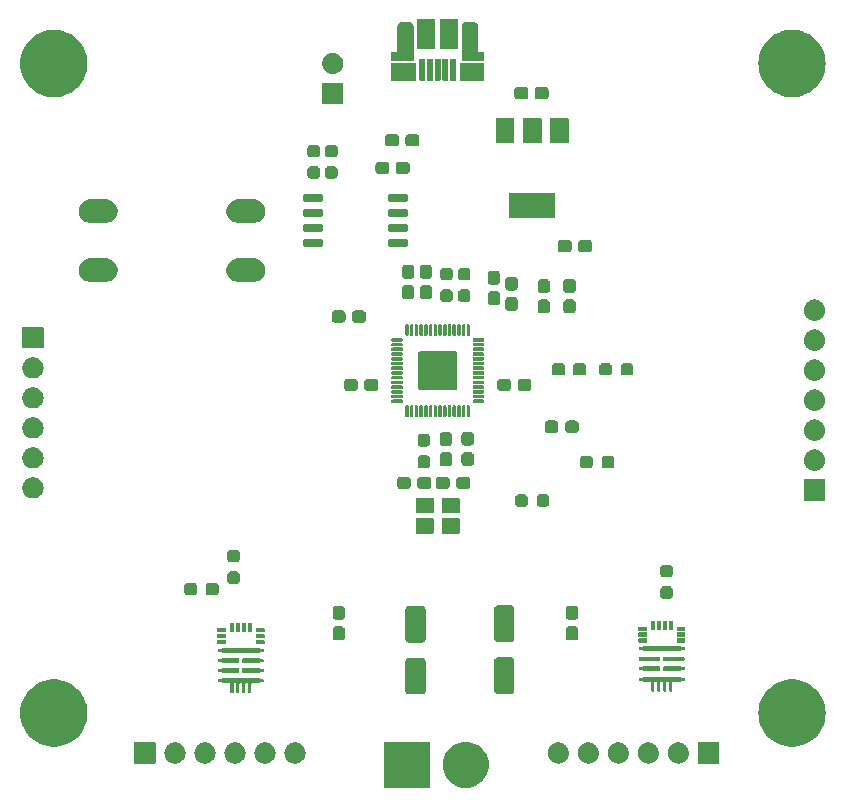
<source format=gbr>
G04 #@! TF.GenerationSoftware,KiCad,Pcbnew,8.0.5*
G04 #@! TF.CreationDate,2025-04-11T00:04:55-04:00*
G04 #@! TF.ProjectId,RP2040_minimal_r2,52503230-3430-45f6-9d69-6e696d616c5f,REV2*
G04 #@! TF.SameCoordinates,Original*
G04 #@! TF.FileFunction,Soldermask,Top*
G04 #@! TF.FilePolarity,Negative*
%FSLAX46Y46*%
G04 Gerber Fmt 4.6, Leading zero omitted, Abs format (unit mm)*
G04 Created by KiCad (PCBNEW 8.0.5) date 2025-04-11 00:04:55*
%MOMM*%
%LPD*%
G01*
G04 APERTURE LIST*
G04 APERTURE END LIST*
G36*
X99294517Y-131427882D02*
G01*
X99311062Y-131438938D01*
X99322118Y-131455483D01*
X99326000Y-131475000D01*
X99326000Y-135275000D01*
X99322118Y-135294517D01*
X99311062Y-135311062D01*
X99294517Y-135322118D01*
X99275000Y-135326000D01*
X95475000Y-135326000D01*
X95455483Y-135322118D01*
X95438938Y-135311062D01*
X95427882Y-135294517D01*
X95424000Y-135275000D01*
X95424000Y-131475000D01*
X95427882Y-131455483D01*
X95438938Y-131438938D01*
X95455483Y-131427882D01*
X95475000Y-131424000D01*
X99275000Y-131424000D01*
X99294517Y-131427882D01*
G37*
G36*
X102652656Y-131443858D02*
G01*
X102924660Y-131503029D01*
X103185475Y-131600308D01*
X103429790Y-131733714D01*
X103652633Y-131900533D01*
X103849467Y-132097367D01*
X104016286Y-132320210D01*
X104149692Y-132564525D01*
X104246971Y-132825340D01*
X104306142Y-133097344D01*
X104326000Y-133375000D01*
X104306142Y-133652656D01*
X104246971Y-133924660D01*
X104149692Y-134185475D01*
X104016286Y-134429790D01*
X103849467Y-134652633D01*
X103652633Y-134849467D01*
X103429790Y-135016286D01*
X103185475Y-135149692D01*
X102924660Y-135246971D01*
X102652656Y-135306142D01*
X102375000Y-135326000D01*
X102097344Y-135306142D01*
X101825340Y-135246971D01*
X101564525Y-135149692D01*
X101320210Y-135016286D01*
X101097367Y-134849467D01*
X100900533Y-134652633D01*
X100733714Y-134429790D01*
X100600308Y-134185475D01*
X100503029Y-133924660D01*
X100443858Y-133652656D01*
X100424000Y-133375000D01*
X100443858Y-133097344D01*
X100503029Y-132825340D01*
X100600308Y-132564525D01*
X100733714Y-132320210D01*
X100900533Y-132097367D01*
X101097367Y-131900533D01*
X101320210Y-131733714D01*
X101564525Y-131600308D01*
X101825340Y-131503029D01*
X102097344Y-131443858D01*
X102375000Y-131424000D01*
X102652656Y-131443858D01*
G37*
G36*
X76084517Y-131477882D02*
G01*
X76101062Y-131488938D01*
X76112118Y-131505483D01*
X76116000Y-131525000D01*
X76116000Y-133225000D01*
X76112118Y-133244517D01*
X76101062Y-133261062D01*
X76084517Y-133272118D01*
X76065000Y-133276000D01*
X74365000Y-133276000D01*
X74345483Y-133272118D01*
X74328938Y-133261062D01*
X74317882Y-133244517D01*
X74314000Y-133225000D01*
X74314000Y-131525000D01*
X74317882Y-131505483D01*
X74328938Y-131488938D01*
X74345483Y-131477882D01*
X74365000Y-131474000D01*
X76065000Y-131474000D01*
X76084517Y-131477882D01*
G37*
G36*
X123784517Y-131477882D02*
G01*
X123801062Y-131488938D01*
X123812118Y-131505483D01*
X123816000Y-131525000D01*
X123816000Y-133225000D01*
X123812118Y-133244517D01*
X123801062Y-133261062D01*
X123784517Y-133272118D01*
X123765000Y-133276000D01*
X122065000Y-133276000D01*
X122045483Y-133272118D01*
X122028938Y-133261062D01*
X122017882Y-133244517D01*
X122014000Y-133225000D01*
X122014000Y-131525000D01*
X122017882Y-131505483D01*
X122028938Y-131488938D01*
X122045483Y-131477882D01*
X122065000Y-131474000D01*
X123765000Y-131474000D01*
X123784517Y-131477882D01*
G37*
G36*
X77802913Y-131478936D02*
G01*
X77849180Y-131478936D01*
X77889129Y-131487427D01*
X77930733Y-131491525D01*
X77982998Y-131507379D01*
X78033424Y-131518098D01*
X78065694Y-131532465D01*
X78099712Y-131542785D01*
X78153767Y-131571678D01*
X78205500Y-131594711D01*
X78229551Y-131612185D01*
X78255447Y-131626027D01*
X78308271Y-131669378D01*
X78357887Y-131705427D01*
X78373996Y-131723318D01*
X78391948Y-131738051D01*
X78440188Y-131796831D01*
X78483924Y-131845405D01*
X78493111Y-131861319D01*
X78503972Y-131874552D01*
X78544149Y-131949719D01*
X78578104Y-132008530D01*
X78582009Y-132020550D01*
X78587214Y-132030287D01*
X78615913Y-132124896D01*
X78636311Y-132187672D01*
X78637028Y-132194502D01*
X78638474Y-132199266D01*
X78652536Y-132342042D01*
X78656000Y-132375000D01*
X78652535Y-132407959D01*
X78638474Y-132550733D01*
X78637029Y-132555496D01*
X78636311Y-132562328D01*
X78615909Y-132625117D01*
X78587214Y-132719712D01*
X78582010Y-132729447D01*
X78578104Y-132741470D01*
X78544142Y-132800293D01*
X78503972Y-132875447D01*
X78493113Y-132888677D01*
X78483924Y-132904595D01*
X78440178Y-132953178D01*
X78391948Y-133011948D01*
X78374000Y-133026677D01*
X78357887Y-133044573D01*
X78308260Y-133080628D01*
X78255447Y-133123972D01*
X78229557Y-133137810D01*
X78205500Y-133155289D01*
X78153756Y-133178326D01*
X78099712Y-133207214D01*
X78065701Y-133217531D01*
X78033424Y-133231902D01*
X77982987Y-133242622D01*
X77930733Y-133258474D01*
X77889138Y-133262570D01*
X77849180Y-133271064D01*
X77802903Y-133271064D01*
X77755000Y-133275782D01*
X77707097Y-133271064D01*
X77660820Y-133271064D01*
X77620862Y-133262570D01*
X77579266Y-133258474D01*
X77527009Y-133242621D01*
X77476576Y-133231902D01*
X77444300Y-133217532D01*
X77410287Y-133207214D01*
X77356237Y-133178323D01*
X77304500Y-133155289D01*
X77280445Y-133137812D01*
X77254552Y-133123972D01*
X77201730Y-133080622D01*
X77152113Y-133044573D01*
X77136002Y-133026680D01*
X77118051Y-133011948D01*
X77069809Y-132953166D01*
X77026076Y-132904595D01*
X77016888Y-132888681D01*
X77006027Y-132875447D01*
X76965844Y-132800269D01*
X76931896Y-132741470D01*
X76927991Y-132729451D01*
X76922785Y-132719712D01*
X76894075Y-132625071D01*
X76873689Y-132562328D01*
X76872971Y-132555501D01*
X76871525Y-132550733D01*
X76857448Y-132407808D01*
X76854000Y-132375000D01*
X76857448Y-132342194D01*
X76871525Y-132199266D01*
X76872971Y-132194497D01*
X76873689Y-132187672D01*
X76894071Y-132124942D01*
X76922785Y-132030287D01*
X76927991Y-132020545D01*
X76931896Y-132008530D01*
X76965836Y-131949742D01*
X77006027Y-131874552D01*
X77016890Y-131861314D01*
X77026076Y-131845405D01*
X77069800Y-131796843D01*
X77118051Y-131738051D01*
X77136005Y-131723315D01*
X77152113Y-131705427D01*
X77201720Y-131669385D01*
X77254552Y-131626027D01*
X77280450Y-131612183D01*
X77304500Y-131594711D01*
X77356226Y-131571681D01*
X77410287Y-131542785D01*
X77444307Y-131532464D01*
X77476576Y-131518098D01*
X77526998Y-131507380D01*
X77579266Y-131491525D01*
X77620871Y-131487427D01*
X77660820Y-131478936D01*
X77707086Y-131478936D01*
X77755000Y-131474217D01*
X77802913Y-131478936D01*
G37*
G36*
X80342913Y-131478936D02*
G01*
X80389180Y-131478936D01*
X80429129Y-131487427D01*
X80470733Y-131491525D01*
X80522998Y-131507379D01*
X80573424Y-131518098D01*
X80605694Y-131532465D01*
X80639712Y-131542785D01*
X80693767Y-131571678D01*
X80745500Y-131594711D01*
X80769551Y-131612185D01*
X80795447Y-131626027D01*
X80848271Y-131669378D01*
X80897887Y-131705427D01*
X80913996Y-131723318D01*
X80931948Y-131738051D01*
X80980188Y-131796831D01*
X81023924Y-131845405D01*
X81033111Y-131861319D01*
X81043972Y-131874552D01*
X81084149Y-131949719D01*
X81118104Y-132008530D01*
X81122009Y-132020550D01*
X81127214Y-132030287D01*
X81155913Y-132124896D01*
X81176311Y-132187672D01*
X81177028Y-132194502D01*
X81178474Y-132199266D01*
X81192536Y-132342042D01*
X81196000Y-132375000D01*
X81192535Y-132407959D01*
X81178474Y-132550733D01*
X81177029Y-132555496D01*
X81176311Y-132562328D01*
X81155909Y-132625117D01*
X81127214Y-132719712D01*
X81122010Y-132729447D01*
X81118104Y-132741470D01*
X81084142Y-132800293D01*
X81043972Y-132875447D01*
X81033113Y-132888677D01*
X81023924Y-132904595D01*
X80980178Y-132953178D01*
X80931948Y-133011948D01*
X80914000Y-133026677D01*
X80897887Y-133044573D01*
X80848260Y-133080628D01*
X80795447Y-133123972D01*
X80769557Y-133137810D01*
X80745500Y-133155289D01*
X80693756Y-133178326D01*
X80639712Y-133207214D01*
X80605701Y-133217531D01*
X80573424Y-133231902D01*
X80522987Y-133242622D01*
X80470733Y-133258474D01*
X80429138Y-133262570D01*
X80389180Y-133271064D01*
X80342903Y-133271064D01*
X80295000Y-133275782D01*
X80247097Y-133271064D01*
X80200820Y-133271064D01*
X80160862Y-133262570D01*
X80119266Y-133258474D01*
X80067009Y-133242621D01*
X80016576Y-133231902D01*
X79984300Y-133217532D01*
X79950287Y-133207214D01*
X79896237Y-133178323D01*
X79844500Y-133155289D01*
X79820445Y-133137812D01*
X79794552Y-133123972D01*
X79741730Y-133080622D01*
X79692113Y-133044573D01*
X79676002Y-133026680D01*
X79658051Y-133011948D01*
X79609809Y-132953166D01*
X79566076Y-132904595D01*
X79556888Y-132888681D01*
X79546027Y-132875447D01*
X79505844Y-132800269D01*
X79471896Y-132741470D01*
X79467991Y-132729451D01*
X79462785Y-132719712D01*
X79434075Y-132625071D01*
X79413689Y-132562328D01*
X79412971Y-132555501D01*
X79411525Y-132550733D01*
X79397448Y-132407808D01*
X79394000Y-132375000D01*
X79397448Y-132342194D01*
X79411525Y-132199266D01*
X79412971Y-132194497D01*
X79413689Y-132187672D01*
X79434071Y-132124942D01*
X79462785Y-132030287D01*
X79467991Y-132020545D01*
X79471896Y-132008530D01*
X79505836Y-131949742D01*
X79546027Y-131874552D01*
X79556890Y-131861314D01*
X79566076Y-131845405D01*
X79609800Y-131796843D01*
X79658051Y-131738051D01*
X79676005Y-131723315D01*
X79692113Y-131705427D01*
X79741720Y-131669385D01*
X79794552Y-131626027D01*
X79820450Y-131612183D01*
X79844500Y-131594711D01*
X79896226Y-131571681D01*
X79950287Y-131542785D01*
X79984307Y-131532464D01*
X80016576Y-131518098D01*
X80066998Y-131507380D01*
X80119266Y-131491525D01*
X80160871Y-131487427D01*
X80200820Y-131478936D01*
X80247086Y-131478936D01*
X80295000Y-131474217D01*
X80342913Y-131478936D01*
G37*
G36*
X82882913Y-131478936D02*
G01*
X82929180Y-131478936D01*
X82969129Y-131487427D01*
X83010733Y-131491525D01*
X83062998Y-131507379D01*
X83113424Y-131518098D01*
X83145694Y-131532465D01*
X83179712Y-131542785D01*
X83233767Y-131571678D01*
X83285500Y-131594711D01*
X83309551Y-131612185D01*
X83335447Y-131626027D01*
X83388271Y-131669378D01*
X83437887Y-131705427D01*
X83453996Y-131723318D01*
X83471948Y-131738051D01*
X83520188Y-131796831D01*
X83563924Y-131845405D01*
X83573111Y-131861319D01*
X83583972Y-131874552D01*
X83624149Y-131949719D01*
X83658104Y-132008530D01*
X83662009Y-132020550D01*
X83667214Y-132030287D01*
X83695913Y-132124896D01*
X83716311Y-132187672D01*
X83717028Y-132194502D01*
X83718474Y-132199266D01*
X83732536Y-132342042D01*
X83736000Y-132375000D01*
X83732535Y-132407959D01*
X83718474Y-132550733D01*
X83717029Y-132555496D01*
X83716311Y-132562328D01*
X83695909Y-132625117D01*
X83667214Y-132719712D01*
X83662010Y-132729447D01*
X83658104Y-132741470D01*
X83624142Y-132800293D01*
X83583972Y-132875447D01*
X83573113Y-132888677D01*
X83563924Y-132904595D01*
X83520178Y-132953178D01*
X83471948Y-133011948D01*
X83454000Y-133026677D01*
X83437887Y-133044573D01*
X83388260Y-133080628D01*
X83335447Y-133123972D01*
X83309557Y-133137810D01*
X83285500Y-133155289D01*
X83233756Y-133178326D01*
X83179712Y-133207214D01*
X83145701Y-133217531D01*
X83113424Y-133231902D01*
X83062987Y-133242622D01*
X83010733Y-133258474D01*
X82969138Y-133262570D01*
X82929180Y-133271064D01*
X82882903Y-133271064D01*
X82835000Y-133275782D01*
X82787097Y-133271064D01*
X82740820Y-133271064D01*
X82700862Y-133262570D01*
X82659266Y-133258474D01*
X82607009Y-133242621D01*
X82556576Y-133231902D01*
X82524300Y-133217532D01*
X82490287Y-133207214D01*
X82436237Y-133178323D01*
X82384500Y-133155289D01*
X82360445Y-133137812D01*
X82334552Y-133123972D01*
X82281730Y-133080622D01*
X82232113Y-133044573D01*
X82216002Y-133026680D01*
X82198051Y-133011948D01*
X82149809Y-132953166D01*
X82106076Y-132904595D01*
X82096888Y-132888681D01*
X82086027Y-132875447D01*
X82045844Y-132800269D01*
X82011896Y-132741470D01*
X82007991Y-132729451D01*
X82002785Y-132719712D01*
X81974075Y-132625071D01*
X81953689Y-132562328D01*
X81952971Y-132555501D01*
X81951525Y-132550733D01*
X81937448Y-132407808D01*
X81934000Y-132375000D01*
X81937448Y-132342194D01*
X81951525Y-132199266D01*
X81952971Y-132194497D01*
X81953689Y-132187672D01*
X81974071Y-132124942D01*
X82002785Y-132030287D01*
X82007991Y-132020545D01*
X82011896Y-132008530D01*
X82045836Y-131949742D01*
X82086027Y-131874552D01*
X82096890Y-131861314D01*
X82106076Y-131845405D01*
X82149800Y-131796843D01*
X82198051Y-131738051D01*
X82216005Y-131723315D01*
X82232113Y-131705427D01*
X82281720Y-131669385D01*
X82334552Y-131626027D01*
X82360450Y-131612183D01*
X82384500Y-131594711D01*
X82436226Y-131571681D01*
X82490287Y-131542785D01*
X82524307Y-131532464D01*
X82556576Y-131518098D01*
X82606998Y-131507380D01*
X82659266Y-131491525D01*
X82700871Y-131487427D01*
X82740820Y-131478936D01*
X82787086Y-131478936D01*
X82835000Y-131474217D01*
X82882913Y-131478936D01*
G37*
G36*
X85422913Y-131478936D02*
G01*
X85469180Y-131478936D01*
X85509129Y-131487427D01*
X85550733Y-131491525D01*
X85602998Y-131507379D01*
X85653424Y-131518098D01*
X85685694Y-131532465D01*
X85719712Y-131542785D01*
X85773767Y-131571678D01*
X85825500Y-131594711D01*
X85849551Y-131612185D01*
X85875447Y-131626027D01*
X85928271Y-131669378D01*
X85977887Y-131705427D01*
X85993996Y-131723318D01*
X86011948Y-131738051D01*
X86060188Y-131796831D01*
X86103924Y-131845405D01*
X86113111Y-131861319D01*
X86123972Y-131874552D01*
X86164149Y-131949719D01*
X86198104Y-132008530D01*
X86202009Y-132020550D01*
X86207214Y-132030287D01*
X86235913Y-132124896D01*
X86256311Y-132187672D01*
X86257028Y-132194502D01*
X86258474Y-132199266D01*
X86272536Y-132342042D01*
X86276000Y-132375000D01*
X86272535Y-132407959D01*
X86258474Y-132550733D01*
X86257029Y-132555496D01*
X86256311Y-132562328D01*
X86235909Y-132625117D01*
X86207214Y-132719712D01*
X86202010Y-132729447D01*
X86198104Y-132741470D01*
X86164142Y-132800293D01*
X86123972Y-132875447D01*
X86113113Y-132888677D01*
X86103924Y-132904595D01*
X86060178Y-132953178D01*
X86011948Y-133011948D01*
X85994000Y-133026677D01*
X85977887Y-133044573D01*
X85928260Y-133080628D01*
X85875447Y-133123972D01*
X85849557Y-133137810D01*
X85825500Y-133155289D01*
X85773756Y-133178326D01*
X85719712Y-133207214D01*
X85685701Y-133217531D01*
X85653424Y-133231902D01*
X85602987Y-133242622D01*
X85550733Y-133258474D01*
X85509138Y-133262570D01*
X85469180Y-133271064D01*
X85422903Y-133271064D01*
X85375000Y-133275782D01*
X85327097Y-133271064D01*
X85280820Y-133271064D01*
X85240862Y-133262570D01*
X85199266Y-133258474D01*
X85147009Y-133242621D01*
X85096576Y-133231902D01*
X85064300Y-133217532D01*
X85030287Y-133207214D01*
X84976237Y-133178323D01*
X84924500Y-133155289D01*
X84900445Y-133137812D01*
X84874552Y-133123972D01*
X84821730Y-133080622D01*
X84772113Y-133044573D01*
X84756002Y-133026680D01*
X84738051Y-133011948D01*
X84689809Y-132953166D01*
X84646076Y-132904595D01*
X84636888Y-132888681D01*
X84626027Y-132875447D01*
X84585844Y-132800269D01*
X84551896Y-132741470D01*
X84547991Y-132729451D01*
X84542785Y-132719712D01*
X84514075Y-132625071D01*
X84493689Y-132562328D01*
X84492971Y-132555501D01*
X84491525Y-132550733D01*
X84477448Y-132407808D01*
X84474000Y-132375000D01*
X84477448Y-132342194D01*
X84491525Y-132199266D01*
X84492971Y-132194497D01*
X84493689Y-132187672D01*
X84514071Y-132124942D01*
X84542785Y-132030287D01*
X84547991Y-132020545D01*
X84551896Y-132008530D01*
X84585836Y-131949742D01*
X84626027Y-131874552D01*
X84636890Y-131861314D01*
X84646076Y-131845405D01*
X84689800Y-131796843D01*
X84738051Y-131738051D01*
X84756005Y-131723315D01*
X84772113Y-131705427D01*
X84821720Y-131669385D01*
X84874552Y-131626027D01*
X84900450Y-131612183D01*
X84924500Y-131594711D01*
X84976226Y-131571681D01*
X85030287Y-131542785D01*
X85064307Y-131532464D01*
X85096576Y-131518098D01*
X85146998Y-131507380D01*
X85199266Y-131491525D01*
X85240871Y-131487427D01*
X85280820Y-131478936D01*
X85327086Y-131478936D01*
X85375000Y-131474217D01*
X85422913Y-131478936D01*
G37*
G36*
X87962913Y-131478936D02*
G01*
X88009180Y-131478936D01*
X88049129Y-131487427D01*
X88090733Y-131491525D01*
X88142998Y-131507379D01*
X88193424Y-131518098D01*
X88225694Y-131532465D01*
X88259712Y-131542785D01*
X88313767Y-131571678D01*
X88365500Y-131594711D01*
X88389551Y-131612185D01*
X88415447Y-131626027D01*
X88468271Y-131669378D01*
X88517887Y-131705427D01*
X88533996Y-131723318D01*
X88551948Y-131738051D01*
X88600188Y-131796831D01*
X88643924Y-131845405D01*
X88653111Y-131861319D01*
X88663972Y-131874552D01*
X88704149Y-131949719D01*
X88738104Y-132008530D01*
X88742009Y-132020550D01*
X88747214Y-132030287D01*
X88775913Y-132124896D01*
X88796311Y-132187672D01*
X88797028Y-132194502D01*
X88798474Y-132199266D01*
X88812536Y-132342042D01*
X88816000Y-132375000D01*
X88812535Y-132407959D01*
X88798474Y-132550733D01*
X88797029Y-132555496D01*
X88796311Y-132562328D01*
X88775909Y-132625117D01*
X88747214Y-132719712D01*
X88742010Y-132729447D01*
X88738104Y-132741470D01*
X88704142Y-132800293D01*
X88663972Y-132875447D01*
X88653113Y-132888677D01*
X88643924Y-132904595D01*
X88600178Y-132953178D01*
X88551948Y-133011948D01*
X88534000Y-133026677D01*
X88517887Y-133044573D01*
X88468260Y-133080628D01*
X88415447Y-133123972D01*
X88389557Y-133137810D01*
X88365500Y-133155289D01*
X88313756Y-133178326D01*
X88259712Y-133207214D01*
X88225701Y-133217531D01*
X88193424Y-133231902D01*
X88142987Y-133242622D01*
X88090733Y-133258474D01*
X88049138Y-133262570D01*
X88009180Y-133271064D01*
X87962903Y-133271064D01*
X87915000Y-133275782D01*
X87867097Y-133271064D01*
X87820820Y-133271064D01*
X87780862Y-133262570D01*
X87739266Y-133258474D01*
X87687009Y-133242621D01*
X87636576Y-133231902D01*
X87604300Y-133217532D01*
X87570287Y-133207214D01*
X87516237Y-133178323D01*
X87464500Y-133155289D01*
X87440445Y-133137812D01*
X87414552Y-133123972D01*
X87361730Y-133080622D01*
X87312113Y-133044573D01*
X87296002Y-133026680D01*
X87278051Y-133011948D01*
X87229809Y-132953166D01*
X87186076Y-132904595D01*
X87176888Y-132888681D01*
X87166027Y-132875447D01*
X87125844Y-132800269D01*
X87091896Y-132741470D01*
X87087991Y-132729451D01*
X87082785Y-132719712D01*
X87054075Y-132625071D01*
X87033689Y-132562328D01*
X87032971Y-132555501D01*
X87031525Y-132550733D01*
X87017448Y-132407808D01*
X87014000Y-132375000D01*
X87017448Y-132342194D01*
X87031525Y-132199266D01*
X87032971Y-132194497D01*
X87033689Y-132187672D01*
X87054071Y-132124942D01*
X87082785Y-132030287D01*
X87087991Y-132020545D01*
X87091896Y-132008530D01*
X87125836Y-131949742D01*
X87166027Y-131874552D01*
X87176890Y-131861314D01*
X87186076Y-131845405D01*
X87229800Y-131796843D01*
X87278051Y-131738051D01*
X87296005Y-131723315D01*
X87312113Y-131705427D01*
X87361720Y-131669385D01*
X87414552Y-131626027D01*
X87440450Y-131612183D01*
X87464500Y-131594711D01*
X87516226Y-131571681D01*
X87570287Y-131542785D01*
X87604307Y-131532464D01*
X87636576Y-131518098D01*
X87686998Y-131507380D01*
X87739266Y-131491525D01*
X87780871Y-131487427D01*
X87820820Y-131478936D01*
X87867086Y-131478936D01*
X87915000Y-131474217D01*
X87962913Y-131478936D01*
G37*
G36*
X110262913Y-131478936D02*
G01*
X110309180Y-131478936D01*
X110349129Y-131487427D01*
X110390733Y-131491525D01*
X110442998Y-131507379D01*
X110493424Y-131518098D01*
X110525694Y-131532465D01*
X110559712Y-131542785D01*
X110613767Y-131571678D01*
X110665500Y-131594711D01*
X110689551Y-131612185D01*
X110715447Y-131626027D01*
X110768271Y-131669378D01*
X110817887Y-131705427D01*
X110833996Y-131723318D01*
X110851948Y-131738051D01*
X110900188Y-131796831D01*
X110943924Y-131845405D01*
X110953111Y-131861319D01*
X110963972Y-131874552D01*
X111004149Y-131949719D01*
X111038104Y-132008530D01*
X111042009Y-132020550D01*
X111047214Y-132030287D01*
X111075913Y-132124896D01*
X111096311Y-132187672D01*
X111097028Y-132194502D01*
X111098474Y-132199266D01*
X111112536Y-132342042D01*
X111116000Y-132375000D01*
X111112535Y-132407959D01*
X111098474Y-132550733D01*
X111097029Y-132555496D01*
X111096311Y-132562328D01*
X111075909Y-132625117D01*
X111047214Y-132719712D01*
X111042010Y-132729447D01*
X111038104Y-132741470D01*
X111004142Y-132800293D01*
X110963972Y-132875447D01*
X110953113Y-132888677D01*
X110943924Y-132904595D01*
X110900178Y-132953178D01*
X110851948Y-133011948D01*
X110834000Y-133026677D01*
X110817887Y-133044573D01*
X110768260Y-133080628D01*
X110715447Y-133123972D01*
X110689557Y-133137810D01*
X110665500Y-133155289D01*
X110613756Y-133178326D01*
X110559712Y-133207214D01*
X110525701Y-133217531D01*
X110493424Y-133231902D01*
X110442987Y-133242622D01*
X110390733Y-133258474D01*
X110349138Y-133262570D01*
X110309180Y-133271064D01*
X110262903Y-133271064D01*
X110215000Y-133275782D01*
X110167097Y-133271064D01*
X110120820Y-133271064D01*
X110080862Y-133262570D01*
X110039266Y-133258474D01*
X109987009Y-133242621D01*
X109936576Y-133231902D01*
X109904300Y-133217532D01*
X109870287Y-133207214D01*
X109816237Y-133178323D01*
X109764500Y-133155289D01*
X109740445Y-133137812D01*
X109714552Y-133123972D01*
X109661730Y-133080622D01*
X109612113Y-133044573D01*
X109596002Y-133026680D01*
X109578051Y-133011948D01*
X109529809Y-132953166D01*
X109486076Y-132904595D01*
X109476888Y-132888681D01*
X109466027Y-132875447D01*
X109425844Y-132800269D01*
X109391896Y-132741470D01*
X109387991Y-132729451D01*
X109382785Y-132719712D01*
X109354075Y-132625071D01*
X109333689Y-132562328D01*
X109332971Y-132555501D01*
X109331525Y-132550733D01*
X109317448Y-132407808D01*
X109314000Y-132375000D01*
X109317448Y-132342194D01*
X109331525Y-132199266D01*
X109332971Y-132194497D01*
X109333689Y-132187672D01*
X109354071Y-132124942D01*
X109382785Y-132030287D01*
X109387991Y-132020545D01*
X109391896Y-132008530D01*
X109425836Y-131949742D01*
X109466027Y-131874552D01*
X109476890Y-131861314D01*
X109486076Y-131845405D01*
X109529800Y-131796843D01*
X109578051Y-131738051D01*
X109596005Y-131723315D01*
X109612113Y-131705427D01*
X109661720Y-131669385D01*
X109714552Y-131626027D01*
X109740450Y-131612183D01*
X109764500Y-131594711D01*
X109816226Y-131571681D01*
X109870287Y-131542785D01*
X109904307Y-131532464D01*
X109936576Y-131518098D01*
X109986998Y-131507380D01*
X110039266Y-131491525D01*
X110080871Y-131487427D01*
X110120820Y-131478936D01*
X110167086Y-131478936D01*
X110215000Y-131474217D01*
X110262913Y-131478936D01*
G37*
G36*
X112802913Y-131478936D02*
G01*
X112849180Y-131478936D01*
X112889129Y-131487427D01*
X112930733Y-131491525D01*
X112982998Y-131507379D01*
X113033424Y-131518098D01*
X113065694Y-131532465D01*
X113099712Y-131542785D01*
X113153767Y-131571678D01*
X113205500Y-131594711D01*
X113229551Y-131612185D01*
X113255447Y-131626027D01*
X113308271Y-131669378D01*
X113357887Y-131705427D01*
X113373996Y-131723318D01*
X113391948Y-131738051D01*
X113440188Y-131796831D01*
X113483924Y-131845405D01*
X113493111Y-131861319D01*
X113503972Y-131874552D01*
X113544149Y-131949719D01*
X113578104Y-132008530D01*
X113582009Y-132020550D01*
X113587214Y-132030287D01*
X113615913Y-132124896D01*
X113636311Y-132187672D01*
X113637028Y-132194502D01*
X113638474Y-132199266D01*
X113652536Y-132342042D01*
X113656000Y-132375000D01*
X113652535Y-132407959D01*
X113638474Y-132550733D01*
X113637029Y-132555496D01*
X113636311Y-132562328D01*
X113615909Y-132625117D01*
X113587214Y-132719712D01*
X113582010Y-132729447D01*
X113578104Y-132741470D01*
X113544142Y-132800293D01*
X113503972Y-132875447D01*
X113493113Y-132888677D01*
X113483924Y-132904595D01*
X113440178Y-132953178D01*
X113391948Y-133011948D01*
X113374000Y-133026677D01*
X113357887Y-133044573D01*
X113308260Y-133080628D01*
X113255447Y-133123972D01*
X113229557Y-133137810D01*
X113205500Y-133155289D01*
X113153756Y-133178326D01*
X113099712Y-133207214D01*
X113065701Y-133217531D01*
X113033424Y-133231902D01*
X112982987Y-133242622D01*
X112930733Y-133258474D01*
X112889138Y-133262570D01*
X112849180Y-133271064D01*
X112802903Y-133271064D01*
X112755000Y-133275782D01*
X112707097Y-133271064D01*
X112660820Y-133271064D01*
X112620862Y-133262570D01*
X112579266Y-133258474D01*
X112527009Y-133242621D01*
X112476576Y-133231902D01*
X112444300Y-133217532D01*
X112410287Y-133207214D01*
X112356237Y-133178323D01*
X112304500Y-133155289D01*
X112280445Y-133137812D01*
X112254552Y-133123972D01*
X112201730Y-133080622D01*
X112152113Y-133044573D01*
X112136002Y-133026680D01*
X112118051Y-133011948D01*
X112069809Y-132953166D01*
X112026076Y-132904595D01*
X112016888Y-132888681D01*
X112006027Y-132875447D01*
X111965844Y-132800269D01*
X111931896Y-132741470D01*
X111927991Y-132729451D01*
X111922785Y-132719712D01*
X111894075Y-132625071D01*
X111873689Y-132562328D01*
X111872971Y-132555501D01*
X111871525Y-132550733D01*
X111857448Y-132407808D01*
X111854000Y-132375000D01*
X111857448Y-132342194D01*
X111871525Y-132199266D01*
X111872971Y-132194497D01*
X111873689Y-132187672D01*
X111894071Y-132124942D01*
X111922785Y-132030287D01*
X111927991Y-132020545D01*
X111931896Y-132008530D01*
X111965836Y-131949742D01*
X112006027Y-131874552D01*
X112016890Y-131861314D01*
X112026076Y-131845405D01*
X112069800Y-131796843D01*
X112118051Y-131738051D01*
X112136005Y-131723315D01*
X112152113Y-131705427D01*
X112201720Y-131669385D01*
X112254552Y-131626027D01*
X112280450Y-131612183D01*
X112304500Y-131594711D01*
X112356226Y-131571681D01*
X112410287Y-131542785D01*
X112444307Y-131532464D01*
X112476576Y-131518098D01*
X112526998Y-131507380D01*
X112579266Y-131491525D01*
X112620871Y-131487427D01*
X112660820Y-131478936D01*
X112707086Y-131478936D01*
X112755000Y-131474217D01*
X112802913Y-131478936D01*
G37*
G36*
X115342913Y-131478936D02*
G01*
X115389180Y-131478936D01*
X115429129Y-131487427D01*
X115470733Y-131491525D01*
X115522998Y-131507379D01*
X115573424Y-131518098D01*
X115605694Y-131532465D01*
X115639712Y-131542785D01*
X115693767Y-131571678D01*
X115745500Y-131594711D01*
X115769551Y-131612185D01*
X115795447Y-131626027D01*
X115848271Y-131669378D01*
X115897887Y-131705427D01*
X115913996Y-131723318D01*
X115931948Y-131738051D01*
X115980188Y-131796831D01*
X116023924Y-131845405D01*
X116033111Y-131861319D01*
X116043972Y-131874552D01*
X116084149Y-131949719D01*
X116118104Y-132008530D01*
X116122009Y-132020550D01*
X116127214Y-132030287D01*
X116155913Y-132124896D01*
X116176311Y-132187672D01*
X116177028Y-132194502D01*
X116178474Y-132199266D01*
X116192536Y-132342042D01*
X116196000Y-132375000D01*
X116192535Y-132407959D01*
X116178474Y-132550733D01*
X116177029Y-132555496D01*
X116176311Y-132562328D01*
X116155909Y-132625117D01*
X116127214Y-132719712D01*
X116122010Y-132729447D01*
X116118104Y-132741470D01*
X116084142Y-132800293D01*
X116043972Y-132875447D01*
X116033113Y-132888677D01*
X116023924Y-132904595D01*
X115980178Y-132953178D01*
X115931948Y-133011948D01*
X115914000Y-133026677D01*
X115897887Y-133044573D01*
X115848260Y-133080628D01*
X115795447Y-133123972D01*
X115769557Y-133137810D01*
X115745500Y-133155289D01*
X115693756Y-133178326D01*
X115639712Y-133207214D01*
X115605701Y-133217531D01*
X115573424Y-133231902D01*
X115522987Y-133242622D01*
X115470733Y-133258474D01*
X115429138Y-133262570D01*
X115389180Y-133271064D01*
X115342903Y-133271064D01*
X115295000Y-133275782D01*
X115247097Y-133271064D01*
X115200820Y-133271064D01*
X115160862Y-133262570D01*
X115119266Y-133258474D01*
X115067009Y-133242621D01*
X115016576Y-133231902D01*
X114984300Y-133217532D01*
X114950287Y-133207214D01*
X114896237Y-133178323D01*
X114844500Y-133155289D01*
X114820445Y-133137812D01*
X114794552Y-133123972D01*
X114741730Y-133080622D01*
X114692113Y-133044573D01*
X114676002Y-133026680D01*
X114658051Y-133011948D01*
X114609809Y-132953166D01*
X114566076Y-132904595D01*
X114556888Y-132888681D01*
X114546027Y-132875447D01*
X114505844Y-132800269D01*
X114471896Y-132741470D01*
X114467991Y-132729451D01*
X114462785Y-132719712D01*
X114434075Y-132625071D01*
X114413689Y-132562328D01*
X114412971Y-132555501D01*
X114411525Y-132550733D01*
X114397448Y-132407808D01*
X114394000Y-132375000D01*
X114397448Y-132342194D01*
X114411525Y-132199266D01*
X114412971Y-132194497D01*
X114413689Y-132187672D01*
X114434071Y-132124942D01*
X114462785Y-132030287D01*
X114467991Y-132020545D01*
X114471896Y-132008530D01*
X114505836Y-131949742D01*
X114546027Y-131874552D01*
X114556890Y-131861314D01*
X114566076Y-131845405D01*
X114609800Y-131796843D01*
X114658051Y-131738051D01*
X114676005Y-131723315D01*
X114692113Y-131705427D01*
X114741720Y-131669385D01*
X114794552Y-131626027D01*
X114820450Y-131612183D01*
X114844500Y-131594711D01*
X114896226Y-131571681D01*
X114950287Y-131542785D01*
X114984307Y-131532464D01*
X115016576Y-131518098D01*
X115066998Y-131507380D01*
X115119266Y-131491525D01*
X115160871Y-131487427D01*
X115200820Y-131478936D01*
X115247086Y-131478936D01*
X115295000Y-131474217D01*
X115342913Y-131478936D01*
G37*
G36*
X117882913Y-131478936D02*
G01*
X117929180Y-131478936D01*
X117969129Y-131487427D01*
X118010733Y-131491525D01*
X118062998Y-131507379D01*
X118113424Y-131518098D01*
X118145694Y-131532465D01*
X118179712Y-131542785D01*
X118233767Y-131571678D01*
X118285500Y-131594711D01*
X118309551Y-131612185D01*
X118335447Y-131626027D01*
X118388271Y-131669378D01*
X118437887Y-131705427D01*
X118453996Y-131723318D01*
X118471948Y-131738051D01*
X118520188Y-131796831D01*
X118563924Y-131845405D01*
X118573111Y-131861319D01*
X118583972Y-131874552D01*
X118624149Y-131949719D01*
X118658104Y-132008530D01*
X118662009Y-132020550D01*
X118667214Y-132030287D01*
X118695913Y-132124896D01*
X118716311Y-132187672D01*
X118717028Y-132194502D01*
X118718474Y-132199266D01*
X118732536Y-132342042D01*
X118736000Y-132375000D01*
X118732535Y-132407959D01*
X118718474Y-132550733D01*
X118717029Y-132555496D01*
X118716311Y-132562328D01*
X118695909Y-132625117D01*
X118667214Y-132719712D01*
X118662010Y-132729447D01*
X118658104Y-132741470D01*
X118624142Y-132800293D01*
X118583972Y-132875447D01*
X118573113Y-132888677D01*
X118563924Y-132904595D01*
X118520178Y-132953178D01*
X118471948Y-133011948D01*
X118454000Y-133026677D01*
X118437887Y-133044573D01*
X118388260Y-133080628D01*
X118335447Y-133123972D01*
X118309557Y-133137810D01*
X118285500Y-133155289D01*
X118233756Y-133178326D01*
X118179712Y-133207214D01*
X118145701Y-133217531D01*
X118113424Y-133231902D01*
X118062987Y-133242622D01*
X118010733Y-133258474D01*
X117969138Y-133262570D01*
X117929180Y-133271064D01*
X117882903Y-133271064D01*
X117835000Y-133275782D01*
X117787097Y-133271064D01*
X117740820Y-133271064D01*
X117700862Y-133262570D01*
X117659266Y-133258474D01*
X117607009Y-133242621D01*
X117556576Y-133231902D01*
X117524300Y-133217532D01*
X117490287Y-133207214D01*
X117436237Y-133178323D01*
X117384500Y-133155289D01*
X117360445Y-133137812D01*
X117334552Y-133123972D01*
X117281730Y-133080622D01*
X117232113Y-133044573D01*
X117216002Y-133026680D01*
X117198051Y-133011948D01*
X117149809Y-132953166D01*
X117106076Y-132904595D01*
X117096888Y-132888681D01*
X117086027Y-132875447D01*
X117045844Y-132800269D01*
X117011896Y-132741470D01*
X117007991Y-132729451D01*
X117002785Y-132719712D01*
X116974075Y-132625071D01*
X116953689Y-132562328D01*
X116952971Y-132555501D01*
X116951525Y-132550733D01*
X116937448Y-132407808D01*
X116934000Y-132375000D01*
X116937448Y-132342194D01*
X116951525Y-132199266D01*
X116952971Y-132194497D01*
X116953689Y-132187672D01*
X116974071Y-132124942D01*
X117002785Y-132030287D01*
X117007991Y-132020545D01*
X117011896Y-132008530D01*
X117045836Y-131949742D01*
X117086027Y-131874552D01*
X117096890Y-131861314D01*
X117106076Y-131845405D01*
X117149800Y-131796843D01*
X117198051Y-131738051D01*
X117216005Y-131723315D01*
X117232113Y-131705427D01*
X117281720Y-131669385D01*
X117334552Y-131626027D01*
X117360450Y-131612183D01*
X117384500Y-131594711D01*
X117436226Y-131571681D01*
X117490287Y-131542785D01*
X117524307Y-131532464D01*
X117556576Y-131518098D01*
X117606998Y-131507380D01*
X117659266Y-131491525D01*
X117700871Y-131487427D01*
X117740820Y-131478936D01*
X117787086Y-131478936D01*
X117835000Y-131474217D01*
X117882913Y-131478936D01*
G37*
G36*
X120422913Y-131478936D02*
G01*
X120469180Y-131478936D01*
X120509129Y-131487427D01*
X120550733Y-131491525D01*
X120602998Y-131507379D01*
X120653424Y-131518098D01*
X120685694Y-131532465D01*
X120719712Y-131542785D01*
X120773767Y-131571678D01*
X120825500Y-131594711D01*
X120849551Y-131612185D01*
X120875447Y-131626027D01*
X120928271Y-131669378D01*
X120977887Y-131705427D01*
X120993996Y-131723318D01*
X121011948Y-131738051D01*
X121060188Y-131796831D01*
X121103924Y-131845405D01*
X121113111Y-131861319D01*
X121123972Y-131874552D01*
X121164149Y-131949719D01*
X121198104Y-132008530D01*
X121202009Y-132020550D01*
X121207214Y-132030287D01*
X121235913Y-132124896D01*
X121256311Y-132187672D01*
X121257028Y-132194502D01*
X121258474Y-132199266D01*
X121272536Y-132342042D01*
X121276000Y-132375000D01*
X121272535Y-132407959D01*
X121258474Y-132550733D01*
X121257029Y-132555496D01*
X121256311Y-132562328D01*
X121235909Y-132625117D01*
X121207214Y-132719712D01*
X121202010Y-132729447D01*
X121198104Y-132741470D01*
X121164142Y-132800293D01*
X121123972Y-132875447D01*
X121113113Y-132888677D01*
X121103924Y-132904595D01*
X121060178Y-132953178D01*
X121011948Y-133011948D01*
X120994000Y-133026677D01*
X120977887Y-133044573D01*
X120928260Y-133080628D01*
X120875447Y-133123972D01*
X120849557Y-133137810D01*
X120825500Y-133155289D01*
X120773756Y-133178326D01*
X120719712Y-133207214D01*
X120685701Y-133217531D01*
X120653424Y-133231902D01*
X120602987Y-133242622D01*
X120550733Y-133258474D01*
X120509138Y-133262570D01*
X120469180Y-133271064D01*
X120422903Y-133271064D01*
X120375000Y-133275782D01*
X120327097Y-133271064D01*
X120280820Y-133271064D01*
X120240862Y-133262570D01*
X120199266Y-133258474D01*
X120147009Y-133242621D01*
X120096576Y-133231902D01*
X120064300Y-133217532D01*
X120030287Y-133207214D01*
X119976237Y-133178323D01*
X119924500Y-133155289D01*
X119900445Y-133137812D01*
X119874552Y-133123972D01*
X119821730Y-133080622D01*
X119772113Y-133044573D01*
X119756002Y-133026680D01*
X119738051Y-133011948D01*
X119689809Y-132953166D01*
X119646076Y-132904595D01*
X119636888Y-132888681D01*
X119626027Y-132875447D01*
X119585844Y-132800269D01*
X119551896Y-132741470D01*
X119547991Y-132729451D01*
X119542785Y-132719712D01*
X119514075Y-132625071D01*
X119493689Y-132562328D01*
X119492971Y-132555501D01*
X119491525Y-132550733D01*
X119477448Y-132407808D01*
X119474000Y-132375000D01*
X119477448Y-132342194D01*
X119491525Y-132199266D01*
X119492971Y-132194497D01*
X119493689Y-132187672D01*
X119514071Y-132124942D01*
X119542785Y-132030287D01*
X119547991Y-132020545D01*
X119551896Y-132008530D01*
X119585836Y-131949742D01*
X119626027Y-131874552D01*
X119636890Y-131861314D01*
X119646076Y-131845405D01*
X119689800Y-131796843D01*
X119738051Y-131738051D01*
X119756005Y-131723315D01*
X119772113Y-131705427D01*
X119821720Y-131669385D01*
X119874552Y-131626027D01*
X119900450Y-131612183D01*
X119924500Y-131594711D01*
X119976226Y-131571681D01*
X120030287Y-131542785D01*
X120064307Y-131532464D01*
X120096576Y-131518098D01*
X120146998Y-131507380D01*
X120199266Y-131491525D01*
X120240871Y-131487427D01*
X120280820Y-131478936D01*
X120327086Y-131478936D01*
X120375000Y-131474217D01*
X120422913Y-131478936D01*
G37*
G36*
X67995071Y-126192313D02*
G01*
X68317676Y-126268772D01*
X68629223Y-126382166D01*
X68925500Y-126530962D01*
X69202499Y-126713147D01*
X69456475Y-126926258D01*
X69683993Y-127167413D01*
X69881976Y-127433350D01*
X70047747Y-127720474D01*
X70179064Y-128024901D01*
X70274151Y-128342514D01*
X70331723Y-128669019D01*
X70351000Y-129000000D01*
X70331723Y-129330981D01*
X70274151Y-129657486D01*
X70179064Y-129975099D01*
X70047747Y-130279526D01*
X69881976Y-130566650D01*
X69683993Y-130832587D01*
X69456475Y-131073742D01*
X69202499Y-131286853D01*
X68925500Y-131469038D01*
X68629223Y-131617834D01*
X68317676Y-131731228D01*
X67995071Y-131807687D01*
X67665771Y-131846177D01*
X67334229Y-131846177D01*
X67004929Y-131807687D01*
X66682324Y-131731228D01*
X66370777Y-131617834D01*
X66074500Y-131469038D01*
X65797501Y-131286853D01*
X65543525Y-131073742D01*
X65316007Y-130832587D01*
X65118024Y-130566650D01*
X64952253Y-130279526D01*
X64820936Y-129975099D01*
X64725849Y-129657486D01*
X64668277Y-129330981D01*
X64649000Y-129000000D01*
X64668277Y-128669019D01*
X64725849Y-128342514D01*
X64820936Y-128024901D01*
X64952253Y-127720474D01*
X65118024Y-127433350D01*
X65316007Y-127167413D01*
X65543525Y-126926258D01*
X65797501Y-126713147D01*
X66074500Y-126530962D01*
X66370777Y-126382166D01*
X66682324Y-126268772D01*
X67004929Y-126192313D01*
X67334229Y-126153823D01*
X67665771Y-126153823D01*
X67995071Y-126192313D01*
G37*
G36*
X130495071Y-126192313D02*
G01*
X130817676Y-126268772D01*
X131129223Y-126382166D01*
X131425500Y-126530962D01*
X131702499Y-126713147D01*
X131956475Y-126926258D01*
X132183993Y-127167413D01*
X132381976Y-127433350D01*
X132547747Y-127720474D01*
X132679064Y-128024901D01*
X132774151Y-128342514D01*
X132831723Y-128669019D01*
X132851000Y-129000000D01*
X132831723Y-129330981D01*
X132774151Y-129657486D01*
X132679064Y-129975099D01*
X132547747Y-130279526D01*
X132381976Y-130566650D01*
X132183993Y-130832587D01*
X131956475Y-131073742D01*
X131702499Y-131286853D01*
X131425500Y-131469038D01*
X131129223Y-131617834D01*
X130817676Y-131731228D01*
X130495071Y-131807687D01*
X130165771Y-131846177D01*
X129834229Y-131846177D01*
X129504929Y-131807687D01*
X129182324Y-131731228D01*
X128870777Y-131617834D01*
X128574500Y-131469038D01*
X128297501Y-131286853D01*
X128043525Y-131073742D01*
X127816007Y-130832587D01*
X127618024Y-130566650D01*
X127452253Y-130279526D01*
X127320936Y-129975099D01*
X127225849Y-129657486D01*
X127168277Y-129330981D01*
X127149000Y-129000000D01*
X127168277Y-128669019D01*
X127225849Y-128342514D01*
X127320936Y-128024901D01*
X127452253Y-127720474D01*
X127618024Y-127433350D01*
X127816007Y-127167413D01*
X128043525Y-126926258D01*
X128297501Y-126713147D01*
X128574500Y-126530962D01*
X128870777Y-126382166D01*
X129182324Y-126268772D01*
X129504929Y-126192313D01*
X129834229Y-126153823D01*
X130165771Y-126153823D01*
X130495071Y-126192313D01*
G37*
G36*
X98743914Y-124331995D02*
G01*
X98748645Y-124334084D01*
X98751811Y-124334501D01*
X98791442Y-124352981D01*
X98845106Y-124376676D01*
X98923324Y-124454894D01*
X98947028Y-124508579D01*
X98965498Y-124548188D01*
X98965914Y-124551351D01*
X98968005Y-124556086D01*
X98976000Y-124625000D01*
X98976000Y-127125000D01*
X98968005Y-127193914D01*
X98965914Y-127198648D01*
X98965498Y-127201811D01*
X98947036Y-127241402D01*
X98923324Y-127295106D01*
X98845106Y-127373324D01*
X98791402Y-127397036D01*
X98751811Y-127415498D01*
X98748648Y-127415914D01*
X98743914Y-127418005D01*
X98675000Y-127426000D01*
X97575000Y-127426000D01*
X97506086Y-127418005D01*
X97501351Y-127415914D01*
X97498188Y-127415498D01*
X97458579Y-127397028D01*
X97404894Y-127373324D01*
X97326676Y-127295106D01*
X97302981Y-127241442D01*
X97284501Y-127201811D01*
X97284084Y-127198645D01*
X97281995Y-127193914D01*
X97274000Y-127125000D01*
X97274000Y-124625000D01*
X97281995Y-124556086D01*
X97284084Y-124551354D01*
X97284501Y-124548188D01*
X97302989Y-124508538D01*
X97326676Y-124454894D01*
X97404894Y-124376676D01*
X97458538Y-124352989D01*
X97498188Y-124334501D01*
X97501354Y-124334084D01*
X97506086Y-124331995D01*
X97575000Y-124324000D01*
X98675000Y-124324000D01*
X98743914Y-124331995D01*
G37*
G36*
X106243914Y-124281995D02*
G01*
X106248645Y-124284084D01*
X106251811Y-124284501D01*
X106291442Y-124302981D01*
X106345106Y-124326676D01*
X106423324Y-124404894D01*
X106447028Y-124458579D01*
X106465498Y-124498188D01*
X106465914Y-124501351D01*
X106468005Y-124506086D01*
X106476000Y-124575000D01*
X106476000Y-127075000D01*
X106468005Y-127143914D01*
X106465914Y-127148648D01*
X106465498Y-127151811D01*
X106447036Y-127191402D01*
X106423324Y-127245106D01*
X106345106Y-127323324D01*
X106291402Y-127347036D01*
X106251811Y-127365498D01*
X106248648Y-127365914D01*
X106243914Y-127368005D01*
X106175000Y-127376000D01*
X105075000Y-127376000D01*
X105006086Y-127368005D01*
X105001351Y-127365914D01*
X104998188Y-127365498D01*
X104958579Y-127347028D01*
X104904894Y-127323324D01*
X104826676Y-127245106D01*
X104802981Y-127191442D01*
X104784501Y-127151811D01*
X104784084Y-127148645D01*
X104781995Y-127143914D01*
X104774000Y-127075000D01*
X104774000Y-124575000D01*
X104781995Y-124506086D01*
X104784084Y-124501354D01*
X104784501Y-124498188D01*
X104802989Y-124458538D01*
X104826676Y-124404894D01*
X104904894Y-124326676D01*
X104958538Y-124302989D01*
X104998188Y-124284501D01*
X105001354Y-124284084D01*
X105006086Y-124281995D01*
X105075000Y-124274000D01*
X106175000Y-124274000D01*
X106243914Y-124281995D01*
G37*
G36*
X84938411Y-126074084D02*
G01*
X84942498Y-126083949D01*
X84942498Y-126118639D01*
X84968858Y-126144999D01*
X85228547Y-126144999D01*
X85247363Y-126152792D01*
X85284706Y-126190135D01*
X85292500Y-126208948D01*
X85292500Y-126341047D01*
X85284707Y-126359862D01*
X85247363Y-126397205D01*
X85228547Y-126404999D01*
X84968858Y-126404999D01*
X84942498Y-126431359D01*
X84942498Y-126466048D01*
X84938411Y-126475913D01*
X84928547Y-126480000D01*
X84243859Y-126480000D01*
X84217499Y-126506360D01*
X84217499Y-127266046D01*
X84209705Y-127284863D01*
X84172364Y-127322204D01*
X84153548Y-127329998D01*
X84021450Y-127329998D01*
X84002633Y-127322204D01*
X83965292Y-127284863D01*
X83957499Y-127266046D01*
X83957499Y-126506360D01*
X83931139Y-126480000D01*
X83743860Y-126480000D01*
X83717500Y-126506360D01*
X83717500Y-127266046D01*
X83709706Y-127284863D01*
X83672365Y-127322204D01*
X83653549Y-127329998D01*
X83521451Y-127329998D01*
X83502634Y-127322204D01*
X83465293Y-127284863D01*
X83457500Y-127266046D01*
X83457500Y-126506360D01*
X83431140Y-126480000D01*
X83243858Y-126480000D01*
X83217498Y-126506360D01*
X83217498Y-127266046D01*
X83209704Y-127284863D01*
X83172363Y-127322204D01*
X83153547Y-127329998D01*
X83021449Y-127329998D01*
X83002632Y-127322204D01*
X82965291Y-127284863D01*
X82957498Y-127266046D01*
X82957498Y-126506360D01*
X82931138Y-126480000D01*
X82743859Y-126480000D01*
X82717499Y-126506360D01*
X82717499Y-127266046D01*
X82709705Y-127284863D01*
X82672364Y-127322204D01*
X82653548Y-127329998D01*
X82521450Y-127329998D01*
X82502633Y-127322204D01*
X82465292Y-127284863D01*
X82457499Y-127266046D01*
X82457499Y-126506360D01*
X82431139Y-126480000D01*
X81746451Y-126480000D01*
X81736586Y-126475913D01*
X81732500Y-126466048D01*
X81732500Y-126431359D01*
X81706140Y-126404999D01*
X81446451Y-126404999D01*
X81427634Y-126397205D01*
X81390291Y-126359862D01*
X81382498Y-126341049D01*
X81382499Y-126208949D01*
X81390293Y-126190133D01*
X81427634Y-126152792D01*
X81446451Y-126144999D01*
X81706140Y-126144999D01*
X81732500Y-126118639D01*
X81732500Y-126083949D01*
X81736586Y-126074084D01*
X81746451Y-126069998D01*
X84928547Y-126069998D01*
X84938411Y-126074084D01*
G37*
G36*
X120575912Y-125924085D02*
G01*
X120579999Y-125933950D01*
X120579999Y-125968640D01*
X120606359Y-125995000D01*
X120866048Y-125995000D01*
X120884864Y-126002793D01*
X120922207Y-126040136D01*
X120930001Y-126058949D01*
X120930001Y-126191048D01*
X120922208Y-126209863D01*
X120884864Y-126247206D01*
X120866048Y-126255000D01*
X120606359Y-126255000D01*
X120579999Y-126281360D01*
X120579999Y-126316049D01*
X120575912Y-126325914D01*
X120566048Y-126330001D01*
X119881360Y-126330001D01*
X119855000Y-126356361D01*
X119855000Y-127116047D01*
X119847206Y-127134864D01*
X119809865Y-127172205D01*
X119791049Y-127179999D01*
X119658951Y-127179999D01*
X119640134Y-127172205D01*
X119602793Y-127134864D01*
X119595000Y-127116047D01*
X119595000Y-126356361D01*
X119568640Y-126330001D01*
X119381361Y-126330001D01*
X119355001Y-126356361D01*
X119355001Y-127116047D01*
X119347207Y-127134864D01*
X119309866Y-127172205D01*
X119291050Y-127179999D01*
X119158952Y-127179999D01*
X119140135Y-127172205D01*
X119102794Y-127134864D01*
X119095001Y-127116047D01*
X119095001Y-126356361D01*
X119068641Y-126330001D01*
X118881359Y-126330001D01*
X118854999Y-126356361D01*
X118854999Y-127116047D01*
X118847205Y-127134864D01*
X118809864Y-127172205D01*
X118791048Y-127179999D01*
X118658950Y-127179999D01*
X118640133Y-127172205D01*
X118602792Y-127134864D01*
X118594999Y-127116047D01*
X118594999Y-126356361D01*
X118568639Y-126330001D01*
X118381360Y-126330001D01*
X118355000Y-126356361D01*
X118355000Y-127116047D01*
X118347206Y-127134864D01*
X118309865Y-127172205D01*
X118291049Y-127179999D01*
X118158951Y-127179999D01*
X118140134Y-127172205D01*
X118102793Y-127134864D01*
X118095000Y-127116047D01*
X118095000Y-126356361D01*
X118068640Y-126330001D01*
X117383952Y-126330001D01*
X117374087Y-126325914D01*
X117370001Y-126316049D01*
X117370001Y-126281360D01*
X117343641Y-126255000D01*
X117083952Y-126255000D01*
X117065135Y-126247206D01*
X117027792Y-126209863D01*
X117019999Y-126191050D01*
X117020000Y-126058950D01*
X117027794Y-126040134D01*
X117065135Y-126002793D01*
X117083952Y-125995000D01*
X117343641Y-125995000D01*
X117370001Y-125968640D01*
X117370001Y-125933950D01*
X117374087Y-125924085D01*
X117383952Y-125919999D01*
X120566048Y-125919999D01*
X120575912Y-125924085D01*
G37*
G36*
X83172363Y-125177793D02*
G01*
X83209704Y-125215134D01*
X83217498Y-125233951D01*
X83217498Y-125516047D01*
X83209705Y-125534862D01*
X83172363Y-125572203D01*
X83153546Y-125579997D01*
X81746450Y-125579998D01*
X81736586Y-125575912D01*
X81732500Y-125566047D01*
X81732500Y-125531358D01*
X81706140Y-125504998D01*
X81446449Y-125504998D01*
X81427632Y-125497204D01*
X81390291Y-125459863D01*
X81382498Y-125441047D01*
X81382499Y-125308951D01*
X81390293Y-125290135D01*
X81427634Y-125252794D01*
X81446451Y-125245000D01*
X81706140Y-125244999D01*
X81732500Y-125218639D01*
X81732500Y-125183951D01*
X81736586Y-125174086D01*
X81746451Y-125170000D01*
X83153547Y-125170000D01*
X83172363Y-125177793D01*
G37*
G36*
X84938411Y-125174086D02*
G01*
X84942498Y-125183951D01*
X84942498Y-125218639D01*
X84968858Y-125244999D01*
X85228546Y-125245000D01*
X85247363Y-125252794D01*
X85284704Y-125290135D01*
X85292498Y-125308951D01*
X85292499Y-125441046D01*
X85284705Y-125459864D01*
X85247365Y-125497204D01*
X85228549Y-125504998D01*
X84968858Y-125504998D01*
X84942498Y-125531358D01*
X84942498Y-125566047D01*
X84938411Y-125575912D01*
X84928547Y-125579998D01*
X83521451Y-125579997D01*
X83502634Y-125572203D01*
X83465293Y-125534862D01*
X83457500Y-125516049D01*
X83457500Y-125233951D01*
X83465293Y-125215134D01*
X83502634Y-125177793D01*
X83521451Y-125170000D01*
X84928547Y-125170000D01*
X84938411Y-125174086D01*
G37*
G36*
X118809864Y-125027794D02*
G01*
X118847205Y-125065135D01*
X118854999Y-125083952D01*
X118854999Y-125366048D01*
X118847206Y-125384863D01*
X118809864Y-125422204D01*
X118791047Y-125429998D01*
X117383951Y-125429999D01*
X117374087Y-125425913D01*
X117370001Y-125416048D01*
X117370001Y-125381359D01*
X117343641Y-125354999D01*
X117083950Y-125354999D01*
X117065133Y-125347205D01*
X117027792Y-125309864D01*
X117019999Y-125291048D01*
X117020000Y-125158952D01*
X117027794Y-125140136D01*
X117065135Y-125102795D01*
X117083952Y-125095001D01*
X117343641Y-125095000D01*
X117370001Y-125068640D01*
X117370001Y-125033952D01*
X117374087Y-125024087D01*
X117383952Y-125020001D01*
X118791048Y-125020001D01*
X118809864Y-125027794D01*
G37*
G36*
X120575912Y-125024087D02*
G01*
X120579999Y-125033952D01*
X120579999Y-125068640D01*
X120606359Y-125095000D01*
X120866047Y-125095001D01*
X120884864Y-125102795D01*
X120922205Y-125140136D01*
X120929999Y-125158952D01*
X120930000Y-125291047D01*
X120922206Y-125309865D01*
X120884866Y-125347205D01*
X120866050Y-125354999D01*
X120606359Y-125354999D01*
X120579999Y-125381359D01*
X120579999Y-125416048D01*
X120575912Y-125425913D01*
X120566048Y-125429999D01*
X119158952Y-125429998D01*
X119140135Y-125422204D01*
X119102794Y-125384863D01*
X119095001Y-125366050D01*
X119095001Y-125083952D01*
X119102794Y-125065135D01*
X119140135Y-125027794D01*
X119158952Y-125020001D01*
X120566048Y-125020001D01*
X120575912Y-125024087D01*
G37*
G36*
X83172363Y-124377792D02*
G01*
X83209704Y-124415133D01*
X83217498Y-124433950D01*
X83217498Y-124716046D01*
X83209704Y-124734863D01*
X83172363Y-124772204D01*
X83153547Y-124779998D01*
X81746451Y-124779998D01*
X81736586Y-124775911D01*
X81732500Y-124766046D01*
X81732500Y-124731360D01*
X81706140Y-124705000D01*
X81446449Y-124705000D01*
X81427632Y-124697206D01*
X81390290Y-124659862D01*
X81382498Y-124641046D01*
X81382499Y-124508950D01*
X81390293Y-124490134D01*
X81427634Y-124452793D01*
X81446451Y-124445000D01*
X81706140Y-124445000D01*
X81732500Y-124418640D01*
X81732500Y-124383950D01*
X81736586Y-124374085D01*
X81746451Y-124369999D01*
X83153547Y-124369999D01*
X83172363Y-124377792D01*
G37*
G36*
X84938411Y-124374085D02*
G01*
X84942498Y-124383950D01*
X84942498Y-124418640D01*
X84968857Y-124445000D01*
X85228546Y-124445002D01*
X85247363Y-124452796D01*
X85284706Y-124490139D01*
X85292500Y-124508952D01*
X85292500Y-124641047D01*
X85284707Y-124659862D01*
X85247364Y-124697206D01*
X85228551Y-124705000D01*
X84968858Y-124705000D01*
X84942498Y-124731360D01*
X84942498Y-124766046D01*
X84938411Y-124775911D01*
X84928547Y-124779997D01*
X83521451Y-124779996D01*
X83502634Y-124772202D01*
X83465293Y-124734861D01*
X83457500Y-124716048D01*
X83457500Y-124433950D01*
X83465293Y-124415133D01*
X83502634Y-124377792D01*
X83521451Y-124369999D01*
X84928547Y-124369999D01*
X84938411Y-124374085D01*
G37*
G36*
X118809864Y-124227793D02*
G01*
X118847205Y-124265134D01*
X118854999Y-124283951D01*
X118854999Y-124566047D01*
X118847205Y-124584864D01*
X118809864Y-124622205D01*
X118791048Y-124629999D01*
X117383952Y-124629999D01*
X117374087Y-124625912D01*
X117370001Y-124616047D01*
X117370001Y-124581361D01*
X117343641Y-124555001D01*
X117083950Y-124555001D01*
X117065133Y-124547207D01*
X117027791Y-124509863D01*
X117019999Y-124491047D01*
X117020000Y-124358951D01*
X117027794Y-124340135D01*
X117065135Y-124302794D01*
X117083952Y-124295001D01*
X117343641Y-124295001D01*
X117370001Y-124268641D01*
X117370001Y-124233951D01*
X117374087Y-124224086D01*
X117383952Y-124220000D01*
X118791048Y-124220000D01*
X118809864Y-124227793D01*
G37*
G36*
X120575912Y-124224086D02*
G01*
X120579999Y-124233951D01*
X120579999Y-124268641D01*
X120606358Y-124295001D01*
X120866047Y-124295003D01*
X120884864Y-124302797D01*
X120922207Y-124340140D01*
X120930001Y-124358953D01*
X120930001Y-124491048D01*
X120922208Y-124509863D01*
X120884865Y-124547207D01*
X120866052Y-124555001D01*
X120606359Y-124555001D01*
X120579999Y-124581361D01*
X120579999Y-124616047D01*
X120575912Y-124625912D01*
X120566048Y-124629998D01*
X119158952Y-124629997D01*
X119140135Y-124622203D01*
X119102794Y-124584862D01*
X119095001Y-124566049D01*
X119095001Y-124283951D01*
X119102794Y-124265134D01*
X119140135Y-124227793D01*
X119158952Y-124220000D01*
X120566048Y-124220000D01*
X120575912Y-124224086D01*
G37*
G36*
X84938411Y-123474084D02*
G01*
X84942498Y-123483949D01*
X84942498Y-123518639D01*
X84968858Y-123544999D01*
X85228547Y-123544999D01*
X85247363Y-123552792D01*
X85284706Y-123590135D01*
X85292499Y-123608948D01*
X85292498Y-123741048D01*
X85284704Y-123759864D01*
X85247363Y-123797205D01*
X85228547Y-123804999D01*
X84968858Y-123804999D01*
X84942498Y-123831359D01*
X84942498Y-123866048D01*
X84938411Y-123875913D01*
X84928547Y-123880000D01*
X81746451Y-123880000D01*
X81736586Y-123875913D01*
X81732500Y-123866048D01*
X81732500Y-123831359D01*
X81706140Y-123804999D01*
X81446451Y-123804999D01*
X81427634Y-123797205D01*
X81390291Y-123759862D01*
X81382498Y-123741049D01*
X81382499Y-123608949D01*
X81390293Y-123590133D01*
X81427634Y-123552792D01*
X81446451Y-123544999D01*
X81706140Y-123544999D01*
X81732500Y-123518639D01*
X81732500Y-123483949D01*
X81736586Y-123474084D01*
X81746451Y-123469998D01*
X84928547Y-123469998D01*
X84938411Y-123474084D01*
G37*
G36*
X120575912Y-123324085D02*
G01*
X120579999Y-123333950D01*
X120579999Y-123368640D01*
X120606359Y-123395000D01*
X120866048Y-123395000D01*
X120884864Y-123402793D01*
X120922207Y-123440136D01*
X120930000Y-123458949D01*
X120929999Y-123591049D01*
X120922205Y-123609865D01*
X120884864Y-123647206D01*
X120866048Y-123655000D01*
X120606359Y-123655000D01*
X120579999Y-123681360D01*
X120579999Y-123716049D01*
X120575912Y-123725914D01*
X120566048Y-123730001D01*
X117383952Y-123730001D01*
X117374087Y-123725914D01*
X117370001Y-123716049D01*
X117370001Y-123681360D01*
X117343641Y-123655000D01*
X117083952Y-123655000D01*
X117065135Y-123647206D01*
X117027792Y-123609863D01*
X117019999Y-123591050D01*
X117020000Y-123458950D01*
X117027794Y-123440134D01*
X117065135Y-123402793D01*
X117083952Y-123395000D01*
X117343641Y-123395000D01*
X117370001Y-123368640D01*
X117370001Y-123333950D01*
X117374087Y-123324085D01*
X117383952Y-123319999D01*
X120566048Y-123319999D01*
X120575912Y-123324085D01*
G37*
G36*
X82057016Y-122827880D02*
G01*
X82073561Y-122838936D01*
X82084617Y-122855481D01*
X82088499Y-122874998D01*
X82088499Y-123124998D01*
X82084617Y-123144515D01*
X82073561Y-123161060D01*
X82057016Y-123172116D01*
X82037499Y-123175998D01*
X81387497Y-123175998D01*
X81367980Y-123172116D01*
X81351435Y-123161060D01*
X81340379Y-123144515D01*
X81336497Y-123124998D01*
X81336497Y-122874998D01*
X81340379Y-122855481D01*
X81351435Y-122838936D01*
X81367980Y-122827880D01*
X81387497Y-122823998D01*
X82037499Y-122823998D01*
X82057016Y-122827880D01*
G37*
G36*
X85307018Y-122827880D02*
G01*
X85323563Y-122838936D01*
X85334619Y-122855481D01*
X85338501Y-122874998D01*
X85338501Y-123124998D01*
X85334619Y-123144515D01*
X85323563Y-123161060D01*
X85307018Y-123172116D01*
X85287501Y-123175998D01*
X84637499Y-123175998D01*
X84617982Y-123172116D01*
X84601437Y-123161060D01*
X84590381Y-123144515D01*
X84586499Y-123124998D01*
X84586499Y-122874998D01*
X84590381Y-122855481D01*
X84601437Y-122838936D01*
X84617982Y-122827880D01*
X84637499Y-122823998D01*
X85287501Y-122823998D01*
X85307018Y-122827880D01*
G37*
G36*
X98743914Y-119931995D02*
G01*
X98748645Y-119934084D01*
X98751811Y-119934501D01*
X98791442Y-119952981D01*
X98845106Y-119976676D01*
X98923324Y-120054894D01*
X98947028Y-120108579D01*
X98965498Y-120148188D01*
X98965914Y-120151351D01*
X98968005Y-120156086D01*
X98976000Y-120225000D01*
X98976000Y-122725000D01*
X98968005Y-122793914D01*
X98965914Y-122798648D01*
X98965498Y-122801811D01*
X98947036Y-122841402D01*
X98923324Y-122895106D01*
X98845106Y-122973324D01*
X98791402Y-122997036D01*
X98751811Y-123015498D01*
X98748648Y-123015914D01*
X98743914Y-123018005D01*
X98675000Y-123026000D01*
X97575000Y-123026000D01*
X97506086Y-123018005D01*
X97501351Y-123015914D01*
X97498188Y-123015498D01*
X97458579Y-122997028D01*
X97404894Y-122973324D01*
X97326676Y-122895106D01*
X97302981Y-122841442D01*
X97284501Y-122801811D01*
X97284084Y-122798645D01*
X97281995Y-122793914D01*
X97274000Y-122725000D01*
X97274000Y-120225000D01*
X97281995Y-120156086D01*
X97284084Y-120151354D01*
X97284501Y-120148188D01*
X97302989Y-120108538D01*
X97326676Y-120054894D01*
X97404894Y-119976676D01*
X97458538Y-119952989D01*
X97498188Y-119934501D01*
X97501354Y-119934084D01*
X97506086Y-119931995D01*
X97575000Y-119924000D01*
X98675000Y-119924000D01*
X98743914Y-119931995D01*
G37*
G36*
X117694517Y-122677881D02*
G01*
X117711062Y-122688937D01*
X117722118Y-122705482D01*
X117726000Y-122724999D01*
X117726000Y-122974999D01*
X117722118Y-122994516D01*
X117711062Y-123011061D01*
X117694517Y-123022117D01*
X117675000Y-123025999D01*
X117024998Y-123025999D01*
X117005481Y-123022117D01*
X116988936Y-123011061D01*
X116977880Y-122994516D01*
X116973998Y-122974999D01*
X116973998Y-122724999D01*
X116977880Y-122705482D01*
X116988936Y-122688937D01*
X117005481Y-122677881D01*
X117024998Y-122673999D01*
X117675000Y-122673999D01*
X117694517Y-122677881D01*
G37*
G36*
X120944519Y-122677881D02*
G01*
X120961064Y-122688937D01*
X120972120Y-122705482D01*
X120976002Y-122724999D01*
X120976002Y-122974999D01*
X120972120Y-122994516D01*
X120961064Y-123011061D01*
X120944519Y-123022117D01*
X120925002Y-123025999D01*
X120275000Y-123025999D01*
X120255483Y-123022117D01*
X120238938Y-123011061D01*
X120227882Y-122994516D01*
X120224000Y-122974999D01*
X120224000Y-122724999D01*
X120227882Y-122705482D01*
X120238938Y-122688937D01*
X120255483Y-122677881D01*
X120275000Y-122673999D01*
X120925002Y-122673999D01*
X120944519Y-122677881D01*
G37*
G36*
X106243914Y-119881995D02*
G01*
X106248645Y-119884084D01*
X106251811Y-119884501D01*
X106291442Y-119902981D01*
X106345106Y-119926676D01*
X106423324Y-120004894D01*
X106447028Y-120058579D01*
X106465498Y-120098188D01*
X106465914Y-120101351D01*
X106468005Y-120106086D01*
X106476000Y-120175000D01*
X106476000Y-122675000D01*
X106468005Y-122743914D01*
X106465914Y-122748648D01*
X106465498Y-122751811D01*
X106447036Y-122791402D01*
X106423324Y-122845106D01*
X106345106Y-122923324D01*
X106291402Y-122947036D01*
X106251811Y-122965498D01*
X106248648Y-122965914D01*
X106243914Y-122968005D01*
X106175000Y-122976000D01*
X105075000Y-122976000D01*
X105006086Y-122968005D01*
X105001351Y-122965914D01*
X104998188Y-122965498D01*
X104958579Y-122947028D01*
X104904894Y-122923324D01*
X104826676Y-122845106D01*
X104802981Y-122791442D01*
X104784501Y-122751811D01*
X104784084Y-122748645D01*
X104781995Y-122743914D01*
X104774000Y-122675000D01*
X104774000Y-120175000D01*
X104781995Y-120106086D01*
X104784084Y-120101354D01*
X104784501Y-120098188D01*
X104802989Y-120058538D01*
X104826676Y-120004894D01*
X104904894Y-119926676D01*
X104958538Y-119902989D01*
X104998188Y-119884501D01*
X105001354Y-119884084D01*
X105006086Y-119881995D01*
X105075000Y-119874000D01*
X106175000Y-119874000D01*
X106243914Y-119881995D01*
G37*
G36*
X91928552Y-121656663D02*
G01*
X91933138Y-121658688D01*
X91936076Y-121659075D01*
X91972825Y-121676211D01*
X92025542Y-121699488D01*
X92100512Y-121774458D01*
X92123802Y-121827207D01*
X92140924Y-121863924D01*
X92141310Y-121866857D01*
X92143337Y-121871448D01*
X92151000Y-121937500D01*
X92151000Y-122537500D01*
X92143337Y-122603552D01*
X92141310Y-122608142D01*
X92140924Y-122611076D01*
X92123806Y-122647785D01*
X92100512Y-122700542D01*
X92025542Y-122775512D01*
X91972773Y-122798811D01*
X91936075Y-122815924D01*
X91933142Y-122816310D01*
X91928552Y-122818337D01*
X91862500Y-122826000D01*
X91387500Y-122826000D01*
X91321448Y-122818337D01*
X91316858Y-122816310D01*
X91313923Y-122815924D01*
X91277196Y-122798798D01*
X91224458Y-122775512D01*
X91149488Y-122700542D01*
X91126206Y-122647814D01*
X91109075Y-122611075D01*
X91108688Y-122608139D01*
X91106663Y-122603552D01*
X91099000Y-122537500D01*
X91099000Y-121937500D01*
X91106663Y-121871448D01*
X91108688Y-121866861D01*
X91109075Y-121863923D01*
X91126219Y-121827155D01*
X91149488Y-121774458D01*
X91224458Y-121699488D01*
X91277167Y-121676214D01*
X91313924Y-121659075D01*
X91316861Y-121658688D01*
X91321448Y-121656663D01*
X91387500Y-121649000D01*
X91862500Y-121649000D01*
X91928552Y-121656663D01*
G37*
G36*
X111678552Y-121656663D02*
G01*
X111683138Y-121658688D01*
X111686076Y-121659075D01*
X111722825Y-121676211D01*
X111775542Y-121699488D01*
X111850512Y-121774458D01*
X111873802Y-121827207D01*
X111890924Y-121863924D01*
X111891310Y-121866857D01*
X111893337Y-121871448D01*
X111901000Y-121937500D01*
X111901000Y-122537500D01*
X111893337Y-122603552D01*
X111891310Y-122608142D01*
X111890924Y-122611076D01*
X111873806Y-122647785D01*
X111850512Y-122700542D01*
X111775542Y-122775512D01*
X111722773Y-122798811D01*
X111686075Y-122815924D01*
X111683142Y-122816310D01*
X111678552Y-122818337D01*
X111612500Y-122826000D01*
X111137500Y-122826000D01*
X111071448Y-122818337D01*
X111066858Y-122816310D01*
X111063923Y-122815924D01*
X111027196Y-122798798D01*
X110974458Y-122775512D01*
X110899488Y-122700542D01*
X110876206Y-122647814D01*
X110859075Y-122611075D01*
X110858688Y-122608139D01*
X110856663Y-122603552D01*
X110849000Y-122537500D01*
X110849000Y-121937500D01*
X110856663Y-121871448D01*
X110858688Y-121866861D01*
X110859075Y-121863923D01*
X110876219Y-121827155D01*
X110899488Y-121774458D01*
X110974458Y-121699488D01*
X111027167Y-121676214D01*
X111063924Y-121659075D01*
X111066861Y-121658688D01*
X111071448Y-121656663D01*
X111137500Y-121649000D01*
X111612500Y-121649000D01*
X111678552Y-121656663D01*
G37*
G36*
X82057016Y-122327881D02*
G01*
X82073561Y-122338937D01*
X82084617Y-122355482D01*
X82088499Y-122374999D01*
X82088499Y-122624999D01*
X82084617Y-122644516D01*
X82073561Y-122661061D01*
X82057016Y-122672117D01*
X82037499Y-122675999D01*
X81387497Y-122675999D01*
X81367980Y-122672117D01*
X81351435Y-122661061D01*
X81340379Y-122644516D01*
X81336497Y-122624999D01*
X81336497Y-122374999D01*
X81340379Y-122355482D01*
X81351435Y-122338937D01*
X81367980Y-122327881D01*
X81387497Y-122323999D01*
X82037499Y-122323999D01*
X82057016Y-122327881D01*
G37*
G36*
X85307018Y-122327881D02*
G01*
X85323563Y-122338937D01*
X85334619Y-122355482D01*
X85338501Y-122374999D01*
X85338501Y-122624999D01*
X85334619Y-122644516D01*
X85323563Y-122661061D01*
X85307018Y-122672117D01*
X85287501Y-122675999D01*
X84637499Y-122675999D01*
X84617982Y-122672117D01*
X84601437Y-122661061D01*
X84590381Y-122644516D01*
X84586499Y-122624999D01*
X84586499Y-122374999D01*
X84590381Y-122355482D01*
X84601437Y-122338937D01*
X84617982Y-122327881D01*
X84637499Y-122323999D01*
X85287501Y-122323999D01*
X85307018Y-122327881D01*
G37*
G36*
X117694517Y-122177882D02*
G01*
X117711062Y-122188938D01*
X117722118Y-122205483D01*
X117726000Y-122225000D01*
X117726000Y-122475000D01*
X117722118Y-122494517D01*
X117711062Y-122511062D01*
X117694517Y-122522118D01*
X117675000Y-122526000D01*
X117024998Y-122526000D01*
X117005481Y-122522118D01*
X116988936Y-122511062D01*
X116977880Y-122494517D01*
X116973998Y-122475000D01*
X116973998Y-122225000D01*
X116977880Y-122205483D01*
X116988936Y-122188938D01*
X117005481Y-122177882D01*
X117024998Y-122174000D01*
X117675000Y-122174000D01*
X117694517Y-122177882D01*
G37*
G36*
X120944519Y-122177882D02*
G01*
X120961064Y-122188938D01*
X120972120Y-122205483D01*
X120976002Y-122225000D01*
X120976002Y-122475000D01*
X120972120Y-122494517D01*
X120961064Y-122511062D01*
X120944519Y-122522118D01*
X120925002Y-122526000D01*
X120275000Y-122526000D01*
X120255483Y-122522118D01*
X120238938Y-122511062D01*
X120227882Y-122494517D01*
X120224000Y-122475000D01*
X120224000Y-122225000D01*
X120227882Y-122205483D01*
X120238938Y-122188938D01*
X120255483Y-122177882D01*
X120275000Y-122174000D01*
X120925002Y-122174000D01*
X120944519Y-122177882D01*
G37*
G36*
X82057016Y-121827882D02*
G01*
X82073561Y-121838938D01*
X82084617Y-121855483D01*
X82088499Y-121875000D01*
X82088499Y-122125000D01*
X82084617Y-122144517D01*
X82073561Y-122161062D01*
X82057016Y-122172118D01*
X82037499Y-122176000D01*
X81387497Y-122176000D01*
X81367980Y-122172118D01*
X81351435Y-122161062D01*
X81340379Y-122144517D01*
X81336497Y-122125000D01*
X81336497Y-121875000D01*
X81340379Y-121855483D01*
X81351435Y-121838938D01*
X81367980Y-121827882D01*
X81387497Y-121824000D01*
X82037499Y-121824000D01*
X82057016Y-121827882D01*
G37*
G36*
X85307018Y-121827882D02*
G01*
X85323563Y-121838938D01*
X85334619Y-121855483D01*
X85338501Y-121875000D01*
X85338501Y-122125000D01*
X85334619Y-122144517D01*
X85323563Y-122161062D01*
X85307018Y-122172118D01*
X85287501Y-122176000D01*
X84637499Y-122176000D01*
X84617982Y-122172118D01*
X84601437Y-122161062D01*
X84590381Y-122144517D01*
X84586499Y-122125000D01*
X84586499Y-121875000D01*
X84590381Y-121855483D01*
X84601437Y-121838938D01*
X84617982Y-121827882D01*
X84637499Y-121824000D01*
X85287501Y-121824000D01*
X85307018Y-121827882D01*
G37*
G36*
X82732015Y-121377879D02*
G01*
X82748560Y-121388935D01*
X82759616Y-121405480D01*
X82763498Y-121424997D01*
X82763498Y-122074999D01*
X82759616Y-122094516D01*
X82748560Y-122111061D01*
X82732015Y-122122117D01*
X82712498Y-122125999D01*
X82462498Y-122125999D01*
X82442981Y-122122117D01*
X82426436Y-122111061D01*
X82415380Y-122094516D01*
X82411498Y-122074999D01*
X82411498Y-121424997D01*
X82415380Y-121405480D01*
X82426436Y-121388935D01*
X82442981Y-121377879D01*
X82462498Y-121373997D01*
X82712498Y-121373997D01*
X82732015Y-121377879D01*
G37*
G36*
X83232016Y-121377879D02*
G01*
X83248561Y-121388935D01*
X83259617Y-121405480D01*
X83263499Y-121424997D01*
X83263499Y-122074999D01*
X83259617Y-122094516D01*
X83248561Y-122111061D01*
X83232016Y-122122117D01*
X83212499Y-122125999D01*
X82962499Y-122125999D01*
X82942982Y-122122117D01*
X82926437Y-122111061D01*
X82915381Y-122094516D01*
X82911499Y-122074999D01*
X82911499Y-121424997D01*
X82915381Y-121405480D01*
X82926437Y-121388935D01*
X82942982Y-121377879D01*
X82962499Y-121373997D01*
X83212499Y-121373997D01*
X83232016Y-121377879D01*
G37*
G36*
X83732016Y-121377879D02*
G01*
X83748561Y-121388935D01*
X83759617Y-121405480D01*
X83763499Y-121424997D01*
X83763499Y-122074999D01*
X83759617Y-122094516D01*
X83748561Y-122111061D01*
X83732016Y-122122117D01*
X83712499Y-122125999D01*
X83462499Y-122125999D01*
X83442982Y-122122117D01*
X83426437Y-122111061D01*
X83415381Y-122094516D01*
X83411499Y-122074999D01*
X83411499Y-121424997D01*
X83415381Y-121405480D01*
X83426437Y-121388935D01*
X83442982Y-121377879D01*
X83462499Y-121373997D01*
X83712499Y-121373997D01*
X83732016Y-121377879D01*
G37*
G36*
X84232017Y-121377879D02*
G01*
X84248562Y-121388935D01*
X84259618Y-121405480D01*
X84263500Y-121424997D01*
X84263500Y-122074999D01*
X84259618Y-122094516D01*
X84248562Y-122111061D01*
X84232017Y-122122117D01*
X84212500Y-122125999D01*
X83962500Y-122125999D01*
X83942983Y-122122117D01*
X83926438Y-122111061D01*
X83915382Y-122094516D01*
X83911500Y-122074999D01*
X83911500Y-121424997D01*
X83915382Y-121405480D01*
X83926438Y-121388935D01*
X83942983Y-121377879D01*
X83962500Y-121373997D01*
X84212500Y-121373997D01*
X84232017Y-121377879D01*
G37*
G36*
X117694517Y-121677883D02*
G01*
X117711062Y-121688939D01*
X117722118Y-121705484D01*
X117726000Y-121725001D01*
X117726000Y-121975001D01*
X117722118Y-121994518D01*
X117711062Y-122011063D01*
X117694517Y-122022119D01*
X117675000Y-122026001D01*
X117024998Y-122026001D01*
X117005481Y-122022119D01*
X116988936Y-122011063D01*
X116977880Y-121994518D01*
X116973998Y-121975001D01*
X116973998Y-121725001D01*
X116977880Y-121705484D01*
X116988936Y-121688939D01*
X117005481Y-121677883D01*
X117024998Y-121674001D01*
X117675000Y-121674001D01*
X117694517Y-121677883D01*
G37*
G36*
X120944519Y-121677883D02*
G01*
X120961064Y-121688939D01*
X120972120Y-121705484D01*
X120976002Y-121725001D01*
X120976002Y-121975001D01*
X120972120Y-121994518D01*
X120961064Y-122011063D01*
X120944519Y-122022119D01*
X120925002Y-122026001D01*
X120275000Y-122026001D01*
X120255483Y-122022119D01*
X120238938Y-122011063D01*
X120227882Y-121994518D01*
X120224000Y-121975001D01*
X120224000Y-121725001D01*
X120227882Y-121705484D01*
X120238938Y-121688939D01*
X120255483Y-121677883D01*
X120275000Y-121674001D01*
X120925002Y-121674001D01*
X120944519Y-121677883D01*
G37*
G36*
X118369516Y-121227880D02*
G01*
X118386061Y-121238936D01*
X118397117Y-121255481D01*
X118400999Y-121274998D01*
X118400999Y-121925000D01*
X118397117Y-121944517D01*
X118386061Y-121961062D01*
X118369516Y-121972118D01*
X118349999Y-121976000D01*
X118099999Y-121976000D01*
X118080482Y-121972118D01*
X118063937Y-121961062D01*
X118052881Y-121944517D01*
X118048999Y-121925000D01*
X118048999Y-121274998D01*
X118052881Y-121255481D01*
X118063937Y-121238936D01*
X118080482Y-121227880D01*
X118099999Y-121223998D01*
X118349999Y-121223998D01*
X118369516Y-121227880D01*
G37*
G36*
X118869517Y-121227880D02*
G01*
X118886062Y-121238936D01*
X118897118Y-121255481D01*
X118901000Y-121274998D01*
X118901000Y-121925000D01*
X118897118Y-121944517D01*
X118886062Y-121961062D01*
X118869517Y-121972118D01*
X118850000Y-121976000D01*
X118600000Y-121976000D01*
X118580483Y-121972118D01*
X118563938Y-121961062D01*
X118552882Y-121944517D01*
X118549000Y-121925000D01*
X118549000Y-121274998D01*
X118552882Y-121255481D01*
X118563938Y-121238936D01*
X118580483Y-121227880D01*
X118600000Y-121223998D01*
X118850000Y-121223998D01*
X118869517Y-121227880D01*
G37*
G36*
X119369517Y-121227880D02*
G01*
X119386062Y-121238936D01*
X119397118Y-121255481D01*
X119401000Y-121274998D01*
X119401000Y-121925000D01*
X119397118Y-121944517D01*
X119386062Y-121961062D01*
X119369517Y-121972118D01*
X119350000Y-121976000D01*
X119100000Y-121976000D01*
X119080483Y-121972118D01*
X119063938Y-121961062D01*
X119052882Y-121944517D01*
X119049000Y-121925000D01*
X119049000Y-121274998D01*
X119052882Y-121255481D01*
X119063938Y-121238936D01*
X119080483Y-121227880D01*
X119100000Y-121223998D01*
X119350000Y-121223998D01*
X119369517Y-121227880D01*
G37*
G36*
X119869518Y-121227880D02*
G01*
X119886063Y-121238936D01*
X119897119Y-121255481D01*
X119901001Y-121274998D01*
X119901001Y-121925000D01*
X119897119Y-121944517D01*
X119886063Y-121961062D01*
X119869518Y-121972118D01*
X119850001Y-121976000D01*
X119600001Y-121976000D01*
X119580484Y-121972118D01*
X119563939Y-121961062D01*
X119552883Y-121944517D01*
X119549001Y-121925000D01*
X119549001Y-121274998D01*
X119552883Y-121255481D01*
X119563939Y-121238936D01*
X119580484Y-121227880D01*
X119600001Y-121223998D01*
X119850001Y-121223998D01*
X119869518Y-121227880D01*
G37*
G36*
X91928552Y-119931663D02*
G01*
X91933138Y-119933688D01*
X91936076Y-119934075D01*
X91972825Y-119951211D01*
X92025542Y-119974488D01*
X92100512Y-120049458D01*
X92123802Y-120102207D01*
X92140924Y-120138924D01*
X92141310Y-120141857D01*
X92143337Y-120146448D01*
X92151000Y-120212500D01*
X92151000Y-120812500D01*
X92143337Y-120878552D01*
X92141310Y-120883142D01*
X92140924Y-120886076D01*
X92123806Y-120922785D01*
X92100512Y-120975542D01*
X92025542Y-121050512D01*
X91972773Y-121073811D01*
X91936075Y-121090924D01*
X91933142Y-121091310D01*
X91928552Y-121093337D01*
X91862500Y-121101000D01*
X91387500Y-121101000D01*
X91321448Y-121093337D01*
X91316858Y-121091310D01*
X91313923Y-121090924D01*
X91277196Y-121073798D01*
X91224458Y-121050512D01*
X91149488Y-120975542D01*
X91126206Y-120922814D01*
X91109075Y-120886075D01*
X91108688Y-120883139D01*
X91106663Y-120878552D01*
X91099000Y-120812500D01*
X91099000Y-120212500D01*
X91106663Y-120146448D01*
X91108688Y-120141861D01*
X91109075Y-120138923D01*
X91126219Y-120102155D01*
X91149488Y-120049458D01*
X91224458Y-119974488D01*
X91277167Y-119951214D01*
X91313924Y-119934075D01*
X91316861Y-119933688D01*
X91321448Y-119931663D01*
X91387500Y-119924000D01*
X91862500Y-119924000D01*
X91928552Y-119931663D01*
G37*
G36*
X111678552Y-119931663D02*
G01*
X111683138Y-119933688D01*
X111686076Y-119934075D01*
X111722825Y-119951211D01*
X111775542Y-119974488D01*
X111850512Y-120049458D01*
X111873802Y-120102207D01*
X111890924Y-120138924D01*
X111891310Y-120141857D01*
X111893337Y-120146448D01*
X111901000Y-120212500D01*
X111901000Y-120812500D01*
X111893337Y-120878552D01*
X111891310Y-120883142D01*
X111890924Y-120886076D01*
X111873806Y-120922785D01*
X111850512Y-120975542D01*
X111775542Y-121050512D01*
X111722773Y-121073811D01*
X111686075Y-121090924D01*
X111683142Y-121091310D01*
X111678552Y-121093337D01*
X111612500Y-121101000D01*
X111137500Y-121101000D01*
X111071448Y-121093337D01*
X111066858Y-121091310D01*
X111063923Y-121090924D01*
X111027196Y-121073798D01*
X110974458Y-121050512D01*
X110899488Y-120975542D01*
X110876206Y-120922814D01*
X110859075Y-120886075D01*
X110858688Y-120883139D01*
X110856663Y-120878552D01*
X110849000Y-120812500D01*
X110849000Y-120212500D01*
X110856663Y-120146448D01*
X110858688Y-120141861D01*
X110859075Y-120138923D01*
X110876219Y-120102155D01*
X110899488Y-120049458D01*
X110974458Y-119974488D01*
X111027167Y-119951214D01*
X111063924Y-119934075D01*
X111066861Y-119933688D01*
X111071448Y-119931663D01*
X111137500Y-119924000D01*
X111612500Y-119924000D01*
X111678552Y-119931663D01*
G37*
G36*
X119678552Y-118256663D02*
G01*
X119683138Y-118258688D01*
X119686076Y-118259075D01*
X119722825Y-118276211D01*
X119775542Y-118299488D01*
X119850512Y-118374458D01*
X119873802Y-118427207D01*
X119890924Y-118463924D01*
X119891310Y-118466857D01*
X119893337Y-118471448D01*
X119901000Y-118537500D01*
X119901000Y-119037500D01*
X119893337Y-119103552D01*
X119891310Y-119108142D01*
X119890924Y-119111076D01*
X119873806Y-119147785D01*
X119850512Y-119200542D01*
X119775542Y-119275512D01*
X119722773Y-119298811D01*
X119686075Y-119315924D01*
X119683142Y-119316310D01*
X119678552Y-119318337D01*
X119612500Y-119326000D01*
X119137500Y-119326000D01*
X119071448Y-119318337D01*
X119066858Y-119316310D01*
X119063923Y-119315924D01*
X119027196Y-119298798D01*
X118974458Y-119275512D01*
X118899488Y-119200542D01*
X118876206Y-119147814D01*
X118859075Y-119111075D01*
X118858688Y-119108139D01*
X118856663Y-119103552D01*
X118849000Y-119037500D01*
X118849000Y-118537500D01*
X118856663Y-118471448D01*
X118858688Y-118466861D01*
X118859075Y-118463923D01*
X118876219Y-118427155D01*
X118899488Y-118374458D01*
X118974458Y-118299488D01*
X119027167Y-118276214D01*
X119063924Y-118259075D01*
X119066861Y-118258688D01*
X119071448Y-118256663D01*
X119137500Y-118249000D01*
X119612500Y-118249000D01*
X119678552Y-118256663D01*
G37*
G36*
X79403552Y-117981663D02*
G01*
X79408138Y-117983688D01*
X79411076Y-117984075D01*
X79447825Y-118001211D01*
X79500542Y-118024488D01*
X79575512Y-118099458D01*
X79598802Y-118152207D01*
X79615924Y-118188924D01*
X79616310Y-118191857D01*
X79618337Y-118196448D01*
X79626000Y-118262500D01*
X79626000Y-118737500D01*
X79618337Y-118803552D01*
X79616310Y-118808142D01*
X79615924Y-118811076D01*
X79598806Y-118847785D01*
X79575512Y-118900542D01*
X79500542Y-118975512D01*
X79447773Y-118998811D01*
X79411075Y-119015924D01*
X79408142Y-119016310D01*
X79403552Y-119018337D01*
X79337500Y-119026000D01*
X78837500Y-119026000D01*
X78771448Y-119018337D01*
X78766858Y-119016310D01*
X78763923Y-119015924D01*
X78727196Y-118998798D01*
X78674458Y-118975512D01*
X78599488Y-118900542D01*
X78576206Y-118847814D01*
X78559075Y-118811075D01*
X78558688Y-118808139D01*
X78556663Y-118803552D01*
X78549000Y-118737500D01*
X78549000Y-118262500D01*
X78556663Y-118196448D01*
X78558688Y-118191861D01*
X78559075Y-118188923D01*
X78576219Y-118152155D01*
X78599488Y-118099458D01*
X78674458Y-118024488D01*
X78727167Y-118001214D01*
X78763924Y-117984075D01*
X78766861Y-117983688D01*
X78771448Y-117981663D01*
X78837500Y-117974000D01*
X79337500Y-117974000D01*
X79403552Y-117981663D01*
G37*
G36*
X81228552Y-117981663D02*
G01*
X81233138Y-117983688D01*
X81236076Y-117984075D01*
X81272825Y-118001211D01*
X81325542Y-118024488D01*
X81400512Y-118099458D01*
X81423802Y-118152207D01*
X81440924Y-118188924D01*
X81441310Y-118191857D01*
X81443337Y-118196448D01*
X81451000Y-118262500D01*
X81451000Y-118737500D01*
X81443337Y-118803552D01*
X81441310Y-118808142D01*
X81440924Y-118811076D01*
X81423806Y-118847785D01*
X81400512Y-118900542D01*
X81325542Y-118975512D01*
X81272773Y-118998811D01*
X81236075Y-119015924D01*
X81233142Y-119016310D01*
X81228552Y-119018337D01*
X81162500Y-119026000D01*
X80662500Y-119026000D01*
X80596448Y-119018337D01*
X80591858Y-119016310D01*
X80588923Y-119015924D01*
X80552196Y-118998798D01*
X80499458Y-118975512D01*
X80424488Y-118900542D01*
X80401206Y-118847814D01*
X80384075Y-118811075D01*
X80383688Y-118808139D01*
X80381663Y-118803552D01*
X80374000Y-118737500D01*
X80374000Y-118262500D01*
X80381663Y-118196448D01*
X80383688Y-118191861D01*
X80384075Y-118188923D01*
X80401219Y-118152155D01*
X80424488Y-118099458D01*
X80499458Y-118024488D01*
X80552167Y-118001214D01*
X80588924Y-117984075D01*
X80591861Y-117983688D01*
X80596448Y-117981663D01*
X80662500Y-117974000D01*
X81162500Y-117974000D01*
X81228552Y-117981663D01*
G37*
G36*
X83016052Y-117006663D02*
G01*
X83020638Y-117008688D01*
X83023576Y-117009075D01*
X83060325Y-117026211D01*
X83113042Y-117049488D01*
X83188012Y-117124458D01*
X83211302Y-117177207D01*
X83228424Y-117213924D01*
X83228810Y-117216857D01*
X83230837Y-117221448D01*
X83238500Y-117287500D01*
X83238500Y-117787500D01*
X83230837Y-117853552D01*
X83228810Y-117858142D01*
X83228424Y-117861076D01*
X83211306Y-117897785D01*
X83188012Y-117950542D01*
X83113042Y-118025512D01*
X83060273Y-118048811D01*
X83023575Y-118065924D01*
X83020642Y-118066310D01*
X83016052Y-118068337D01*
X82950000Y-118076000D01*
X82475000Y-118076000D01*
X82408948Y-118068337D01*
X82404358Y-118066310D01*
X82401423Y-118065924D01*
X82364696Y-118048798D01*
X82311958Y-118025512D01*
X82236988Y-117950542D01*
X82213706Y-117897814D01*
X82196575Y-117861075D01*
X82196188Y-117858139D01*
X82194163Y-117853552D01*
X82186500Y-117787500D01*
X82186500Y-117287500D01*
X82194163Y-117221448D01*
X82196188Y-117216861D01*
X82196575Y-117213923D01*
X82213719Y-117177155D01*
X82236988Y-117124458D01*
X82311958Y-117049488D01*
X82364667Y-117026214D01*
X82401424Y-117009075D01*
X82404361Y-117008688D01*
X82408948Y-117006663D01*
X82475000Y-116999000D01*
X82950000Y-116999000D01*
X83016052Y-117006663D01*
G37*
G36*
X119678552Y-116431663D02*
G01*
X119683138Y-116433688D01*
X119686076Y-116434075D01*
X119722825Y-116451211D01*
X119775542Y-116474488D01*
X119850512Y-116549458D01*
X119873802Y-116602207D01*
X119890924Y-116638924D01*
X119891310Y-116641857D01*
X119893337Y-116646448D01*
X119901000Y-116712500D01*
X119901000Y-117212500D01*
X119893337Y-117278552D01*
X119891310Y-117283142D01*
X119890924Y-117286076D01*
X119873806Y-117322785D01*
X119850512Y-117375542D01*
X119775542Y-117450512D01*
X119722773Y-117473811D01*
X119686075Y-117490924D01*
X119683142Y-117491310D01*
X119678552Y-117493337D01*
X119612500Y-117501000D01*
X119137500Y-117501000D01*
X119071448Y-117493337D01*
X119066858Y-117491310D01*
X119063923Y-117490924D01*
X119027196Y-117473798D01*
X118974458Y-117450512D01*
X118899488Y-117375542D01*
X118876206Y-117322814D01*
X118859075Y-117286075D01*
X118858688Y-117283139D01*
X118856663Y-117278552D01*
X118849000Y-117212500D01*
X118849000Y-116712500D01*
X118856663Y-116646448D01*
X118858688Y-116641861D01*
X118859075Y-116638923D01*
X118876219Y-116602155D01*
X118899488Y-116549458D01*
X118974458Y-116474488D01*
X119027167Y-116451214D01*
X119063924Y-116434075D01*
X119066861Y-116433688D01*
X119071448Y-116431663D01*
X119137500Y-116424000D01*
X119612500Y-116424000D01*
X119678552Y-116431663D01*
G37*
G36*
X83016052Y-115181663D02*
G01*
X83020638Y-115183688D01*
X83023576Y-115184075D01*
X83060325Y-115201211D01*
X83113042Y-115224488D01*
X83188012Y-115299458D01*
X83211302Y-115352207D01*
X83228424Y-115388924D01*
X83228810Y-115391857D01*
X83230837Y-115396448D01*
X83238500Y-115462500D01*
X83238500Y-115962500D01*
X83230837Y-116028552D01*
X83228810Y-116033142D01*
X83228424Y-116036076D01*
X83211306Y-116072785D01*
X83188012Y-116125542D01*
X83113042Y-116200512D01*
X83060273Y-116223811D01*
X83023575Y-116240924D01*
X83020642Y-116241310D01*
X83016052Y-116243337D01*
X82950000Y-116251000D01*
X82475000Y-116251000D01*
X82408948Y-116243337D01*
X82404358Y-116241310D01*
X82401423Y-116240924D01*
X82364696Y-116223798D01*
X82311958Y-116200512D01*
X82236988Y-116125542D01*
X82213706Y-116072814D01*
X82196575Y-116036075D01*
X82196188Y-116033139D01*
X82194163Y-116028552D01*
X82186500Y-115962500D01*
X82186500Y-115462500D01*
X82194163Y-115396448D01*
X82196188Y-115391861D01*
X82196575Y-115388923D01*
X82213719Y-115352155D01*
X82236988Y-115299458D01*
X82311958Y-115224488D01*
X82364667Y-115201214D01*
X82401424Y-115184075D01*
X82404361Y-115183688D01*
X82408948Y-115181663D01*
X82475000Y-115174000D01*
X82950000Y-115174000D01*
X83016052Y-115181663D01*
G37*
G36*
X99619517Y-112502882D02*
G01*
X99636062Y-112513938D01*
X99647118Y-112530483D01*
X99651000Y-112550000D01*
X99651000Y-113750000D01*
X99647118Y-113769517D01*
X99636062Y-113786062D01*
X99619517Y-113797118D01*
X99600000Y-113801000D01*
X98200000Y-113801000D01*
X98180483Y-113797118D01*
X98163938Y-113786062D01*
X98152882Y-113769517D01*
X98149000Y-113750000D01*
X98149000Y-112550000D01*
X98152882Y-112530483D01*
X98163938Y-112513938D01*
X98180483Y-112502882D01*
X98200000Y-112499000D01*
X99600000Y-112499000D01*
X99619517Y-112502882D01*
G37*
G36*
X101819517Y-112502882D02*
G01*
X101836062Y-112513938D01*
X101847118Y-112530483D01*
X101851000Y-112550000D01*
X101851000Y-113750000D01*
X101847118Y-113769517D01*
X101836062Y-113786062D01*
X101819517Y-113797118D01*
X101800000Y-113801000D01*
X100400000Y-113801000D01*
X100380483Y-113797118D01*
X100363938Y-113786062D01*
X100352882Y-113769517D01*
X100349000Y-113750000D01*
X100349000Y-112550000D01*
X100352882Y-112530483D01*
X100363938Y-112513938D01*
X100380483Y-112502882D01*
X100400000Y-112499000D01*
X101800000Y-112499000D01*
X101819517Y-112502882D01*
G37*
G36*
X99619517Y-110802882D02*
G01*
X99636062Y-110813938D01*
X99647118Y-110830483D01*
X99651000Y-110850000D01*
X99651000Y-112050000D01*
X99647118Y-112069517D01*
X99636062Y-112086062D01*
X99619517Y-112097118D01*
X99600000Y-112101000D01*
X98200000Y-112101000D01*
X98180483Y-112097118D01*
X98163938Y-112086062D01*
X98152882Y-112069517D01*
X98149000Y-112050000D01*
X98149000Y-110850000D01*
X98152882Y-110830483D01*
X98163938Y-110813938D01*
X98180483Y-110802882D01*
X98200000Y-110799000D01*
X99600000Y-110799000D01*
X99619517Y-110802882D01*
G37*
G36*
X101819517Y-110802882D02*
G01*
X101836062Y-110813938D01*
X101847118Y-110830483D01*
X101851000Y-110850000D01*
X101851000Y-112050000D01*
X101847118Y-112069517D01*
X101836062Y-112086062D01*
X101819517Y-112097118D01*
X101800000Y-112101000D01*
X100400000Y-112101000D01*
X100380483Y-112097118D01*
X100363938Y-112086062D01*
X100352882Y-112069517D01*
X100349000Y-112050000D01*
X100349000Y-110850000D01*
X100352882Y-110830483D01*
X100363938Y-110813938D01*
X100380483Y-110802882D01*
X100400000Y-110799000D01*
X101800000Y-110799000D01*
X101819517Y-110802882D01*
G37*
G36*
X107403552Y-110481663D02*
G01*
X107408138Y-110483688D01*
X107411076Y-110484075D01*
X107447825Y-110501211D01*
X107500542Y-110524488D01*
X107575512Y-110599458D01*
X107598802Y-110652207D01*
X107615924Y-110688924D01*
X107616310Y-110691857D01*
X107618337Y-110696448D01*
X107626000Y-110762500D01*
X107626000Y-111237500D01*
X107618337Y-111303552D01*
X107616310Y-111308142D01*
X107615924Y-111311076D01*
X107598806Y-111347785D01*
X107575512Y-111400542D01*
X107500542Y-111475512D01*
X107447773Y-111498811D01*
X107411075Y-111515924D01*
X107408142Y-111516310D01*
X107403552Y-111518337D01*
X107337500Y-111526000D01*
X106837500Y-111526000D01*
X106771448Y-111518337D01*
X106766858Y-111516310D01*
X106763923Y-111515924D01*
X106727196Y-111498798D01*
X106674458Y-111475512D01*
X106599488Y-111400542D01*
X106576206Y-111347814D01*
X106559075Y-111311075D01*
X106558688Y-111308139D01*
X106556663Y-111303552D01*
X106549000Y-111237500D01*
X106549000Y-110762500D01*
X106556663Y-110696448D01*
X106558688Y-110691861D01*
X106559075Y-110688923D01*
X106576219Y-110652155D01*
X106599488Y-110599458D01*
X106674458Y-110524488D01*
X106727167Y-110501214D01*
X106763924Y-110484075D01*
X106766861Y-110483688D01*
X106771448Y-110481663D01*
X106837500Y-110474000D01*
X107337500Y-110474000D01*
X107403552Y-110481663D01*
G37*
G36*
X109228552Y-110481663D02*
G01*
X109233138Y-110483688D01*
X109236076Y-110484075D01*
X109272825Y-110501211D01*
X109325542Y-110524488D01*
X109400512Y-110599458D01*
X109423802Y-110652207D01*
X109440924Y-110688924D01*
X109441310Y-110691857D01*
X109443337Y-110696448D01*
X109451000Y-110762500D01*
X109451000Y-111237500D01*
X109443337Y-111303552D01*
X109441310Y-111308142D01*
X109440924Y-111311076D01*
X109423806Y-111347785D01*
X109400512Y-111400542D01*
X109325542Y-111475512D01*
X109272773Y-111498811D01*
X109236075Y-111515924D01*
X109233142Y-111516310D01*
X109228552Y-111518337D01*
X109162500Y-111526000D01*
X108662500Y-111526000D01*
X108596448Y-111518337D01*
X108591858Y-111516310D01*
X108588923Y-111515924D01*
X108552196Y-111498798D01*
X108499458Y-111475512D01*
X108424488Y-111400542D01*
X108401206Y-111347814D01*
X108384075Y-111311075D01*
X108383688Y-111308139D01*
X108381663Y-111303552D01*
X108374000Y-111237500D01*
X108374000Y-110762500D01*
X108381663Y-110696448D01*
X108383688Y-110691861D01*
X108384075Y-110688923D01*
X108401219Y-110652155D01*
X108424488Y-110599458D01*
X108499458Y-110524488D01*
X108552167Y-110501214D01*
X108588924Y-110484075D01*
X108591861Y-110483688D01*
X108596448Y-110481663D01*
X108662500Y-110474000D01*
X109162500Y-110474000D01*
X109228552Y-110481663D01*
G37*
G36*
X132769517Y-109222882D02*
G01*
X132786062Y-109233938D01*
X132797118Y-109250483D01*
X132801000Y-109270000D01*
X132801000Y-110970000D01*
X132797118Y-110989517D01*
X132786062Y-111006062D01*
X132769517Y-111017118D01*
X132750000Y-111021000D01*
X131050000Y-111021000D01*
X131030483Y-111017118D01*
X131013938Y-111006062D01*
X131002882Y-110989517D01*
X130999000Y-110970000D01*
X130999000Y-109270000D01*
X131002882Y-109250483D01*
X131013938Y-109233938D01*
X131030483Y-109222882D01*
X131050000Y-109219000D01*
X132750000Y-109219000D01*
X132769517Y-109222882D01*
G37*
G36*
X65777913Y-109033936D02*
G01*
X65824180Y-109033936D01*
X65864129Y-109042427D01*
X65905733Y-109046525D01*
X65957998Y-109062379D01*
X66008424Y-109073098D01*
X66040694Y-109087465D01*
X66074712Y-109097785D01*
X66128767Y-109126678D01*
X66180500Y-109149711D01*
X66204551Y-109167185D01*
X66230447Y-109181027D01*
X66283271Y-109224378D01*
X66332887Y-109260427D01*
X66348996Y-109278318D01*
X66366948Y-109293051D01*
X66415188Y-109351831D01*
X66458924Y-109400405D01*
X66468111Y-109416319D01*
X66478972Y-109429552D01*
X66519149Y-109504719D01*
X66553104Y-109563530D01*
X66557009Y-109575550D01*
X66562214Y-109585287D01*
X66590913Y-109679896D01*
X66611311Y-109742672D01*
X66612028Y-109749502D01*
X66613474Y-109754266D01*
X66627536Y-109897042D01*
X66631000Y-109930000D01*
X66627535Y-109962959D01*
X66613474Y-110105733D01*
X66612029Y-110110496D01*
X66611311Y-110117328D01*
X66590909Y-110180117D01*
X66562214Y-110274712D01*
X66557010Y-110284447D01*
X66553104Y-110296470D01*
X66519142Y-110355293D01*
X66478972Y-110430447D01*
X66468113Y-110443677D01*
X66458924Y-110459595D01*
X66415178Y-110508178D01*
X66366948Y-110566948D01*
X66349000Y-110581677D01*
X66332887Y-110599573D01*
X66283260Y-110635628D01*
X66230447Y-110678972D01*
X66204557Y-110692810D01*
X66180500Y-110710289D01*
X66128756Y-110733326D01*
X66074712Y-110762214D01*
X66040701Y-110772531D01*
X66008424Y-110786902D01*
X65957987Y-110797622D01*
X65905733Y-110813474D01*
X65864138Y-110817570D01*
X65824180Y-110826064D01*
X65777903Y-110826064D01*
X65730000Y-110830782D01*
X65682097Y-110826064D01*
X65635820Y-110826064D01*
X65595862Y-110817570D01*
X65554266Y-110813474D01*
X65502009Y-110797621D01*
X65451576Y-110786902D01*
X65419300Y-110772532D01*
X65385287Y-110762214D01*
X65331237Y-110733323D01*
X65279500Y-110710289D01*
X65255445Y-110692812D01*
X65229552Y-110678972D01*
X65176730Y-110635622D01*
X65127113Y-110599573D01*
X65111002Y-110581680D01*
X65093051Y-110566948D01*
X65044809Y-110508166D01*
X65001076Y-110459595D01*
X64991888Y-110443681D01*
X64981027Y-110430447D01*
X64940844Y-110355269D01*
X64906896Y-110296470D01*
X64902991Y-110284451D01*
X64897785Y-110274712D01*
X64869075Y-110180071D01*
X64848689Y-110117328D01*
X64847971Y-110110501D01*
X64846525Y-110105733D01*
X64832448Y-109962808D01*
X64829000Y-109930000D01*
X64832448Y-109897194D01*
X64846525Y-109754266D01*
X64847971Y-109749497D01*
X64848689Y-109742672D01*
X64869071Y-109679942D01*
X64897785Y-109585287D01*
X64902991Y-109575545D01*
X64906896Y-109563530D01*
X64940836Y-109504742D01*
X64981027Y-109429552D01*
X64991890Y-109416314D01*
X65001076Y-109400405D01*
X65044800Y-109351843D01*
X65093051Y-109293051D01*
X65111005Y-109278315D01*
X65127113Y-109260427D01*
X65176720Y-109224385D01*
X65229552Y-109181027D01*
X65255450Y-109167183D01*
X65279500Y-109149711D01*
X65331226Y-109126681D01*
X65385287Y-109097785D01*
X65419307Y-109087464D01*
X65451576Y-109073098D01*
X65501998Y-109062380D01*
X65554266Y-109046525D01*
X65595871Y-109042427D01*
X65635820Y-109033936D01*
X65682086Y-109033936D01*
X65730000Y-109029217D01*
X65777913Y-109033936D01*
G37*
G36*
X97503552Y-108981663D02*
G01*
X97508138Y-108983688D01*
X97511076Y-108984075D01*
X97547825Y-109001211D01*
X97600542Y-109024488D01*
X97675512Y-109099458D01*
X97698802Y-109152207D01*
X97715924Y-109188924D01*
X97716310Y-109191857D01*
X97718337Y-109196448D01*
X97726000Y-109262500D01*
X97726000Y-109737500D01*
X97718337Y-109803552D01*
X97716310Y-109808142D01*
X97715924Y-109811076D01*
X97698806Y-109847785D01*
X97675512Y-109900542D01*
X97600542Y-109975512D01*
X97547773Y-109998811D01*
X97511075Y-110015924D01*
X97508142Y-110016310D01*
X97503552Y-110018337D01*
X97437500Y-110026000D01*
X96837500Y-110026000D01*
X96771448Y-110018337D01*
X96766858Y-110016310D01*
X96763923Y-110015924D01*
X96727196Y-109998798D01*
X96674458Y-109975512D01*
X96599488Y-109900542D01*
X96576206Y-109847814D01*
X96559075Y-109811075D01*
X96558688Y-109808139D01*
X96556663Y-109803552D01*
X96549000Y-109737500D01*
X96549000Y-109262500D01*
X96556663Y-109196448D01*
X96558688Y-109191861D01*
X96559075Y-109188923D01*
X96576219Y-109152155D01*
X96599488Y-109099458D01*
X96674458Y-109024488D01*
X96727167Y-109001214D01*
X96763924Y-108984075D01*
X96766861Y-108983688D01*
X96771448Y-108981663D01*
X96837500Y-108974000D01*
X97437500Y-108974000D01*
X97503552Y-108981663D01*
G37*
G36*
X99228552Y-108981663D02*
G01*
X99233138Y-108983688D01*
X99236076Y-108984075D01*
X99272825Y-109001211D01*
X99325542Y-109024488D01*
X99400512Y-109099458D01*
X99423802Y-109152207D01*
X99440924Y-109188924D01*
X99441310Y-109191857D01*
X99443337Y-109196448D01*
X99451000Y-109262500D01*
X99451000Y-109737500D01*
X99443337Y-109803552D01*
X99441310Y-109808142D01*
X99440924Y-109811076D01*
X99423806Y-109847785D01*
X99400512Y-109900542D01*
X99325542Y-109975512D01*
X99272773Y-109998811D01*
X99236075Y-110015924D01*
X99233142Y-110016310D01*
X99228552Y-110018337D01*
X99162500Y-110026000D01*
X98562500Y-110026000D01*
X98496448Y-110018337D01*
X98491858Y-110016310D01*
X98488923Y-110015924D01*
X98452196Y-109998798D01*
X98399458Y-109975512D01*
X98324488Y-109900542D01*
X98301206Y-109847814D01*
X98284075Y-109811075D01*
X98283688Y-109808139D01*
X98281663Y-109803552D01*
X98274000Y-109737500D01*
X98274000Y-109262500D01*
X98281663Y-109196448D01*
X98283688Y-109191861D01*
X98284075Y-109188923D01*
X98301219Y-109152155D01*
X98324488Y-109099458D01*
X98399458Y-109024488D01*
X98452167Y-109001214D01*
X98488924Y-108984075D01*
X98491861Y-108983688D01*
X98496448Y-108981663D01*
X98562500Y-108974000D01*
X99162500Y-108974000D01*
X99228552Y-108981663D01*
G37*
G36*
X100803552Y-108981663D02*
G01*
X100808138Y-108983688D01*
X100811076Y-108984075D01*
X100847825Y-109001211D01*
X100900542Y-109024488D01*
X100975512Y-109099458D01*
X100998802Y-109152207D01*
X101015924Y-109188924D01*
X101016310Y-109191857D01*
X101018337Y-109196448D01*
X101026000Y-109262500D01*
X101026000Y-109737500D01*
X101018337Y-109803552D01*
X101016310Y-109808142D01*
X101015924Y-109811076D01*
X100998806Y-109847785D01*
X100975512Y-109900542D01*
X100900542Y-109975512D01*
X100847773Y-109998811D01*
X100811075Y-110015924D01*
X100808142Y-110016310D01*
X100803552Y-110018337D01*
X100737500Y-110026000D01*
X100137500Y-110026000D01*
X100071448Y-110018337D01*
X100066858Y-110016310D01*
X100063923Y-110015924D01*
X100027196Y-109998798D01*
X99974458Y-109975512D01*
X99899488Y-109900542D01*
X99876206Y-109847814D01*
X99859075Y-109811075D01*
X99858688Y-109808139D01*
X99856663Y-109803552D01*
X99849000Y-109737500D01*
X99849000Y-109262500D01*
X99856663Y-109196448D01*
X99858688Y-109191861D01*
X99859075Y-109188923D01*
X99876219Y-109152155D01*
X99899488Y-109099458D01*
X99974458Y-109024488D01*
X100027167Y-109001214D01*
X100063924Y-108984075D01*
X100066861Y-108983688D01*
X100071448Y-108981663D01*
X100137500Y-108974000D01*
X100737500Y-108974000D01*
X100803552Y-108981663D01*
G37*
G36*
X102528552Y-108981663D02*
G01*
X102533138Y-108983688D01*
X102536076Y-108984075D01*
X102572825Y-109001211D01*
X102625542Y-109024488D01*
X102700512Y-109099458D01*
X102723802Y-109152207D01*
X102740924Y-109188924D01*
X102741310Y-109191857D01*
X102743337Y-109196448D01*
X102751000Y-109262500D01*
X102751000Y-109737500D01*
X102743337Y-109803552D01*
X102741310Y-109808142D01*
X102740924Y-109811076D01*
X102723806Y-109847785D01*
X102700512Y-109900542D01*
X102625542Y-109975512D01*
X102572773Y-109998811D01*
X102536075Y-110015924D01*
X102533142Y-110016310D01*
X102528552Y-110018337D01*
X102462500Y-110026000D01*
X101862500Y-110026000D01*
X101796448Y-110018337D01*
X101791858Y-110016310D01*
X101788923Y-110015924D01*
X101752196Y-109998798D01*
X101699458Y-109975512D01*
X101624488Y-109900542D01*
X101601206Y-109847814D01*
X101584075Y-109811075D01*
X101583688Y-109808139D01*
X101581663Y-109803552D01*
X101574000Y-109737500D01*
X101574000Y-109262500D01*
X101581663Y-109196448D01*
X101583688Y-109191861D01*
X101584075Y-109188923D01*
X101601219Y-109152155D01*
X101624488Y-109099458D01*
X101699458Y-109024488D01*
X101752167Y-109001214D01*
X101788924Y-108984075D01*
X101791861Y-108983688D01*
X101796448Y-108981663D01*
X101862500Y-108974000D01*
X102462500Y-108974000D01*
X102528552Y-108981663D01*
G37*
G36*
X131947913Y-106683936D02*
G01*
X131994180Y-106683936D01*
X132034129Y-106692427D01*
X132075733Y-106696525D01*
X132127998Y-106712379D01*
X132178424Y-106723098D01*
X132210694Y-106737465D01*
X132244712Y-106747785D01*
X132298767Y-106776678D01*
X132350500Y-106799711D01*
X132374551Y-106817185D01*
X132400447Y-106831027D01*
X132453271Y-106874378D01*
X132502887Y-106910427D01*
X132518996Y-106928318D01*
X132536948Y-106943051D01*
X132585188Y-107001831D01*
X132628924Y-107050405D01*
X132638111Y-107066319D01*
X132648972Y-107079552D01*
X132689149Y-107154719D01*
X132723104Y-107213530D01*
X132727009Y-107225550D01*
X132732214Y-107235287D01*
X132760913Y-107329896D01*
X132781311Y-107392672D01*
X132782028Y-107399502D01*
X132783474Y-107404266D01*
X132797536Y-107547042D01*
X132801000Y-107580000D01*
X132797535Y-107612959D01*
X132783474Y-107755733D01*
X132782029Y-107760496D01*
X132781311Y-107767328D01*
X132760909Y-107830117D01*
X132732214Y-107924712D01*
X132727010Y-107934447D01*
X132723104Y-107946470D01*
X132689142Y-108005293D01*
X132648972Y-108080447D01*
X132638113Y-108093677D01*
X132628924Y-108109595D01*
X132585178Y-108158178D01*
X132536948Y-108216948D01*
X132519000Y-108231677D01*
X132502887Y-108249573D01*
X132453260Y-108285628D01*
X132400447Y-108328972D01*
X132374557Y-108342810D01*
X132350500Y-108360289D01*
X132298756Y-108383326D01*
X132244712Y-108412214D01*
X132210701Y-108422531D01*
X132178424Y-108436902D01*
X132127987Y-108447622D01*
X132075733Y-108463474D01*
X132034138Y-108467570D01*
X131994180Y-108476064D01*
X131947903Y-108476064D01*
X131900000Y-108480782D01*
X131852097Y-108476064D01*
X131805820Y-108476064D01*
X131765862Y-108467570D01*
X131724266Y-108463474D01*
X131672009Y-108447621D01*
X131621576Y-108436902D01*
X131589300Y-108422532D01*
X131555287Y-108412214D01*
X131501237Y-108383323D01*
X131449500Y-108360289D01*
X131425445Y-108342812D01*
X131399552Y-108328972D01*
X131346730Y-108285622D01*
X131297113Y-108249573D01*
X131281002Y-108231680D01*
X131263051Y-108216948D01*
X131214809Y-108158166D01*
X131171076Y-108109595D01*
X131161888Y-108093681D01*
X131151027Y-108080447D01*
X131110844Y-108005269D01*
X131076896Y-107946470D01*
X131072991Y-107934451D01*
X131067785Y-107924712D01*
X131039075Y-107830071D01*
X131018689Y-107767328D01*
X131017971Y-107760501D01*
X131016525Y-107755733D01*
X131002448Y-107612808D01*
X130999000Y-107580000D01*
X131002448Y-107547194D01*
X131016525Y-107404266D01*
X131017971Y-107399497D01*
X131018689Y-107392672D01*
X131039071Y-107329942D01*
X131067785Y-107235287D01*
X131072991Y-107225545D01*
X131076896Y-107213530D01*
X131110836Y-107154742D01*
X131151027Y-107079552D01*
X131161890Y-107066314D01*
X131171076Y-107050405D01*
X131214800Y-107001843D01*
X131263051Y-106943051D01*
X131281005Y-106928315D01*
X131297113Y-106910427D01*
X131346720Y-106874385D01*
X131399552Y-106831027D01*
X131425450Y-106817183D01*
X131449500Y-106799711D01*
X131501226Y-106776681D01*
X131555287Y-106747785D01*
X131589307Y-106737464D01*
X131621576Y-106723098D01*
X131671998Y-106712380D01*
X131724266Y-106696525D01*
X131765871Y-106692427D01*
X131805820Y-106683936D01*
X131852086Y-106683936D01*
X131900000Y-106679217D01*
X131947913Y-106683936D01*
G37*
G36*
X65777913Y-106493936D02*
G01*
X65824180Y-106493936D01*
X65864129Y-106502427D01*
X65905733Y-106506525D01*
X65957998Y-106522379D01*
X66008424Y-106533098D01*
X66040694Y-106547465D01*
X66074712Y-106557785D01*
X66128767Y-106586678D01*
X66180500Y-106609711D01*
X66204551Y-106627185D01*
X66230447Y-106641027D01*
X66283271Y-106684378D01*
X66332887Y-106720427D01*
X66348996Y-106738318D01*
X66366948Y-106753051D01*
X66415188Y-106811831D01*
X66458924Y-106860405D01*
X66468111Y-106876319D01*
X66478972Y-106889552D01*
X66519149Y-106964719D01*
X66553104Y-107023530D01*
X66557009Y-107035550D01*
X66562214Y-107045287D01*
X66590913Y-107139896D01*
X66611311Y-107202672D01*
X66612028Y-107209502D01*
X66613474Y-107214266D01*
X66627536Y-107357042D01*
X66631000Y-107390000D01*
X66627535Y-107422959D01*
X66613474Y-107565733D01*
X66612029Y-107570496D01*
X66611311Y-107577328D01*
X66590909Y-107640117D01*
X66562214Y-107734712D01*
X66557010Y-107744447D01*
X66553104Y-107756470D01*
X66519142Y-107815293D01*
X66478972Y-107890447D01*
X66468113Y-107903677D01*
X66458924Y-107919595D01*
X66415178Y-107968178D01*
X66366948Y-108026948D01*
X66349000Y-108041677D01*
X66332887Y-108059573D01*
X66283260Y-108095628D01*
X66230447Y-108138972D01*
X66204557Y-108152810D01*
X66180500Y-108170289D01*
X66128756Y-108193326D01*
X66074712Y-108222214D01*
X66040701Y-108232531D01*
X66008424Y-108246902D01*
X65957987Y-108257622D01*
X65905733Y-108273474D01*
X65864138Y-108277570D01*
X65824180Y-108286064D01*
X65777903Y-108286064D01*
X65730000Y-108290782D01*
X65682097Y-108286064D01*
X65635820Y-108286064D01*
X65595862Y-108277570D01*
X65554266Y-108273474D01*
X65502009Y-108257621D01*
X65451576Y-108246902D01*
X65419300Y-108232532D01*
X65385287Y-108222214D01*
X65331237Y-108193323D01*
X65279500Y-108170289D01*
X65255445Y-108152812D01*
X65229552Y-108138972D01*
X65176730Y-108095622D01*
X65127113Y-108059573D01*
X65111002Y-108041680D01*
X65093051Y-108026948D01*
X65044809Y-107968166D01*
X65001076Y-107919595D01*
X64991888Y-107903681D01*
X64981027Y-107890447D01*
X64940844Y-107815269D01*
X64906896Y-107756470D01*
X64902991Y-107744451D01*
X64897785Y-107734712D01*
X64869075Y-107640071D01*
X64848689Y-107577328D01*
X64847971Y-107570501D01*
X64846525Y-107565733D01*
X64832448Y-107422808D01*
X64829000Y-107390000D01*
X64832448Y-107357194D01*
X64846525Y-107214266D01*
X64847971Y-107209497D01*
X64848689Y-107202672D01*
X64869071Y-107139942D01*
X64897785Y-107045287D01*
X64902991Y-107035545D01*
X64906896Y-107023530D01*
X64940836Y-106964742D01*
X64981027Y-106889552D01*
X64991890Y-106876314D01*
X65001076Y-106860405D01*
X65044800Y-106811843D01*
X65093051Y-106753051D01*
X65111005Y-106738315D01*
X65127113Y-106720427D01*
X65176720Y-106684385D01*
X65229552Y-106641027D01*
X65255450Y-106627183D01*
X65279500Y-106609711D01*
X65331226Y-106586681D01*
X65385287Y-106557785D01*
X65419307Y-106547464D01*
X65451576Y-106533098D01*
X65501998Y-106522380D01*
X65554266Y-106506525D01*
X65595871Y-106502427D01*
X65635820Y-106493936D01*
X65682086Y-106493936D01*
X65730000Y-106489217D01*
X65777913Y-106493936D01*
G37*
G36*
X112903552Y-107231663D02*
G01*
X112908138Y-107233688D01*
X112911076Y-107234075D01*
X112947825Y-107251211D01*
X113000542Y-107274488D01*
X113075512Y-107349458D01*
X113098802Y-107402207D01*
X113115924Y-107438924D01*
X113116310Y-107441857D01*
X113118337Y-107446448D01*
X113126000Y-107512500D01*
X113126000Y-107987500D01*
X113118337Y-108053552D01*
X113116310Y-108058142D01*
X113115924Y-108061076D01*
X113098806Y-108097785D01*
X113075512Y-108150542D01*
X113000542Y-108225512D01*
X112947773Y-108248811D01*
X112911075Y-108265924D01*
X112908142Y-108266310D01*
X112903552Y-108268337D01*
X112837500Y-108276000D01*
X112337500Y-108276000D01*
X112271448Y-108268337D01*
X112266858Y-108266310D01*
X112263923Y-108265924D01*
X112227196Y-108248798D01*
X112174458Y-108225512D01*
X112099488Y-108150542D01*
X112076206Y-108097814D01*
X112059075Y-108061075D01*
X112058688Y-108058139D01*
X112056663Y-108053552D01*
X112049000Y-107987500D01*
X112049000Y-107512500D01*
X112056663Y-107446448D01*
X112058688Y-107441861D01*
X112059075Y-107438923D01*
X112076219Y-107402155D01*
X112099488Y-107349458D01*
X112174458Y-107274488D01*
X112227167Y-107251214D01*
X112263924Y-107234075D01*
X112266861Y-107233688D01*
X112271448Y-107231663D01*
X112337500Y-107224000D01*
X112837500Y-107224000D01*
X112903552Y-107231663D01*
G37*
G36*
X114728552Y-107231663D02*
G01*
X114733138Y-107233688D01*
X114736076Y-107234075D01*
X114772825Y-107251211D01*
X114825542Y-107274488D01*
X114900512Y-107349458D01*
X114923802Y-107402207D01*
X114940924Y-107438924D01*
X114941310Y-107441857D01*
X114943337Y-107446448D01*
X114951000Y-107512500D01*
X114951000Y-107987500D01*
X114943337Y-108053552D01*
X114941310Y-108058142D01*
X114940924Y-108061076D01*
X114923806Y-108097785D01*
X114900512Y-108150542D01*
X114825542Y-108225512D01*
X114772773Y-108248811D01*
X114736075Y-108265924D01*
X114733142Y-108266310D01*
X114728552Y-108268337D01*
X114662500Y-108276000D01*
X114162500Y-108276000D01*
X114096448Y-108268337D01*
X114091858Y-108266310D01*
X114088923Y-108265924D01*
X114052196Y-108248798D01*
X113999458Y-108225512D01*
X113924488Y-108150542D01*
X113901206Y-108097814D01*
X113884075Y-108061075D01*
X113883688Y-108058139D01*
X113881663Y-108053552D01*
X113874000Y-107987500D01*
X113874000Y-107512500D01*
X113881663Y-107446448D01*
X113883688Y-107441861D01*
X113884075Y-107438923D01*
X113901219Y-107402155D01*
X113924488Y-107349458D01*
X113999458Y-107274488D01*
X114052167Y-107251214D01*
X114088924Y-107234075D01*
X114091861Y-107233688D01*
X114096448Y-107231663D01*
X114162500Y-107224000D01*
X114662500Y-107224000D01*
X114728552Y-107231663D01*
G37*
G36*
X99133552Y-107191663D02*
G01*
X99138138Y-107193688D01*
X99141076Y-107194075D01*
X99177825Y-107211211D01*
X99230542Y-107234488D01*
X99305512Y-107309458D01*
X99328802Y-107362207D01*
X99345924Y-107398924D01*
X99346310Y-107401857D01*
X99348337Y-107406448D01*
X99356000Y-107472500D01*
X99356000Y-107972500D01*
X99348337Y-108038552D01*
X99346310Y-108043142D01*
X99345924Y-108046076D01*
X99328806Y-108082785D01*
X99305512Y-108135542D01*
X99230542Y-108210512D01*
X99177773Y-108233811D01*
X99141075Y-108250924D01*
X99138142Y-108251310D01*
X99133552Y-108253337D01*
X99067500Y-108261000D01*
X98592500Y-108261000D01*
X98526448Y-108253337D01*
X98521858Y-108251310D01*
X98518923Y-108250924D01*
X98482196Y-108233798D01*
X98429458Y-108210512D01*
X98354488Y-108135542D01*
X98331206Y-108082814D01*
X98314075Y-108046075D01*
X98313688Y-108043139D01*
X98311663Y-108038552D01*
X98304000Y-107972500D01*
X98304000Y-107472500D01*
X98311663Y-107406448D01*
X98313688Y-107401861D01*
X98314075Y-107398923D01*
X98331219Y-107362155D01*
X98354488Y-107309458D01*
X98429458Y-107234488D01*
X98482167Y-107211214D01*
X98518924Y-107194075D01*
X98521861Y-107193688D01*
X98526448Y-107191663D01*
X98592500Y-107184000D01*
X99067500Y-107184000D01*
X99133552Y-107191663D01*
G37*
G36*
X100993552Y-106931663D02*
G01*
X100998138Y-106933688D01*
X101001076Y-106934075D01*
X101037825Y-106951211D01*
X101090542Y-106974488D01*
X101165512Y-107049458D01*
X101188802Y-107102207D01*
X101205924Y-107138924D01*
X101206310Y-107141857D01*
X101208337Y-107146448D01*
X101216000Y-107212500D01*
X101216000Y-107812500D01*
X101208337Y-107878552D01*
X101206310Y-107883142D01*
X101205924Y-107886076D01*
X101188806Y-107922785D01*
X101165512Y-107975542D01*
X101090542Y-108050512D01*
X101037773Y-108073811D01*
X101001075Y-108090924D01*
X100998142Y-108091310D01*
X100993552Y-108093337D01*
X100927500Y-108101000D01*
X100452500Y-108101000D01*
X100386448Y-108093337D01*
X100381858Y-108091310D01*
X100378923Y-108090924D01*
X100342196Y-108073798D01*
X100289458Y-108050512D01*
X100214488Y-107975542D01*
X100191206Y-107922814D01*
X100174075Y-107886075D01*
X100173688Y-107883139D01*
X100171663Y-107878552D01*
X100164000Y-107812500D01*
X100164000Y-107212500D01*
X100171663Y-107146448D01*
X100173688Y-107141861D01*
X100174075Y-107138923D01*
X100191219Y-107102155D01*
X100214488Y-107049458D01*
X100289458Y-106974488D01*
X100342167Y-106951214D01*
X100378924Y-106934075D01*
X100381861Y-106933688D01*
X100386448Y-106931663D01*
X100452500Y-106924000D01*
X100927500Y-106924000D01*
X100993552Y-106931663D01*
G37*
G36*
X102843552Y-106911663D02*
G01*
X102848138Y-106913688D01*
X102851076Y-106914075D01*
X102887825Y-106931211D01*
X102940542Y-106954488D01*
X103015512Y-107029458D01*
X103038802Y-107082207D01*
X103055924Y-107118924D01*
X103056310Y-107121857D01*
X103058337Y-107126448D01*
X103066000Y-107192500D01*
X103066000Y-107792500D01*
X103058337Y-107858552D01*
X103056310Y-107863142D01*
X103055924Y-107866076D01*
X103038806Y-107902785D01*
X103015512Y-107955542D01*
X102940542Y-108030512D01*
X102887773Y-108053811D01*
X102851075Y-108070924D01*
X102848142Y-108071310D01*
X102843552Y-108073337D01*
X102777500Y-108081000D01*
X102302500Y-108081000D01*
X102236448Y-108073337D01*
X102231858Y-108071310D01*
X102228923Y-108070924D01*
X102192196Y-108053798D01*
X102139458Y-108030512D01*
X102064488Y-107955542D01*
X102041206Y-107902814D01*
X102024075Y-107866075D01*
X102023688Y-107863139D01*
X102021663Y-107858552D01*
X102014000Y-107792500D01*
X102014000Y-107192500D01*
X102021663Y-107126448D01*
X102023688Y-107121861D01*
X102024075Y-107118923D01*
X102041219Y-107082155D01*
X102064488Y-107029458D01*
X102139458Y-106954488D01*
X102192167Y-106931214D01*
X102228924Y-106914075D01*
X102231861Y-106913688D01*
X102236448Y-106911663D01*
X102302500Y-106904000D01*
X102777500Y-106904000D01*
X102843552Y-106911663D01*
G37*
G36*
X99133552Y-105366663D02*
G01*
X99138138Y-105368688D01*
X99141076Y-105369075D01*
X99177825Y-105386211D01*
X99230542Y-105409488D01*
X99305512Y-105484458D01*
X99328802Y-105537207D01*
X99345924Y-105573924D01*
X99346310Y-105576857D01*
X99348337Y-105581448D01*
X99356000Y-105647500D01*
X99356000Y-106147500D01*
X99348337Y-106213552D01*
X99346310Y-106218142D01*
X99345924Y-106221076D01*
X99328806Y-106257785D01*
X99305512Y-106310542D01*
X99230542Y-106385512D01*
X99177773Y-106408811D01*
X99141075Y-106425924D01*
X99138142Y-106426310D01*
X99133552Y-106428337D01*
X99067500Y-106436000D01*
X98592500Y-106436000D01*
X98526448Y-106428337D01*
X98521858Y-106426310D01*
X98518923Y-106425924D01*
X98482196Y-106408798D01*
X98429458Y-106385512D01*
X98354488Y-106310542D01*
X98331206Y-106257814D01*
X98314075Y-106221075D01*
X98313688Y-106218139D01*
X98311663Y-106213552D01*
X98304000Y-106147500D01*
X98304000Y-105647500D01*
X98311663Y-105581448D01*
X98313688Y-105576861D01*
X98314075Y-105573923D01*
X98331219Y-105537155D01*
X98354488Y-105484458D01*
X98429458Y-105409488D01*
X98482167Y-105386214D01*
X98518924Y-105369075D01*
X98521861Y-105368688D01*
X98526448Y-105366663D01*
X98592500Y-105359000D01*
X99067500Y-105359000D01*
X99133552Y-105366663D01*
G37*
G36*
X100993552Y-105206663D02*
G01*
X100998138Y-105208688D01*
X101001076Y-105209075D01*
X101037825Y-105226211D01*
X101090542Y-105249488D01*
X101165512Y-105324458D01*
X101188802Y-105377207D01*
X101205924Y-105413924D01*
X101206310Y-105416857D01*
X101208337Y-105421448D01*
X101216000Y-105487500D01*
X101216000Y-106087500D01*
X101208337Y-106153552D01*
X101206310Y-106158142D01*
X101205924Y-106161076D01*
X101188806Y-106197785D01*
X101165512Y-106250542D01*
X101090542Y-106325512D01*
X101037773Y-106348811D01*
X101001075Y-106365924D01*
X100998142Y-106366310D01*
X100993552Y-106368337D01*
X100927500Y-106376000D01*
X100452500Y-106376000D01*
X100386448Y-106368337D01*
X100381858Y-106366310D01*
X100378923Y-106365924D01*
X100342196Y-106348798D01*
X100289458Y-106325512D01*
X100214488Y-106250542D01*
X100191206Y-106197814D01*
X100174075Y-106161075D01*
X100173688Y-106158139D01*
X100171663Y-106153552D01*
X100164000Y-106087500D01*
X100164000Y-105487500D01*
X100171663Y-105421448D01*
X100173688Y-105416861D01*
X100174075Y-105413923D01*
X100191219Y-105377155D01*
X100214488Y-105324458D01*
X100289458Y-105249488D01*
X100342167Y-105226214D01*
X100378924Y-105209075D01*
X100381861Y-105208688D01*
X100386448Y-105206663D01*
X100452500Y-105199000D01*
X100927500Y-105199000D01*
X100993552Y-105206663D01*
G37*
G36*
X102843552Y-105186663D02*
G01*
X102848138Y-105188688D01*
X102851076Y-105189075D01*
X102887825Y-105206211D01*
X102940542Y-105229488D01*
X103015512Y-105304458D01*
X103038802Y-105357207D01*
X103055924Y-105393924D01*
X103056310Y-105396857D01*
X103058337Y-105401448D01*
X103066000Y-105467500D01*
X103066000Y-106067500D01*
X103058337Y-106133552D01*
X103056310Y-106138142D01*
X103055924Y-106141076D01*
X103038806Y-106177785D01*
X103015512Y-106230542D01*
X102940542Y-106305512D01*
X102887773Y-106328811D01*
X102851075Y-106345924D01*
X102848142Y-106346310D01*
X102843552Y-106348337D01*
X102777500Y-106356000D01*
X102302500Y-106356000D01*
X102236448Y-106348337D01*
X102231858Y-106346310D01*
X102228923Y-106345924D01*
X102192196Y-106328798D01*
X102139458Y-106305512D01*
X102064488Y-106230542D01*
X102041206Y-106177814D01*
X102024075Y-106141075D01*
X102023688Y-106138139D01*
X102021663Y-106133552D01*
X102014000Y-106067500D01*
X102014000Y-105467500D01*
X102021663Y-105401448D01*
X102023688Y-105396861D01*
X102024075Y-105393923D01*
X102041219Y-105357155D01*
X102064488Y-105304458D01*
X102139458Y-105229488D01*
X102192167Y-105206214D01*
X102228924Y-105189075D01*
X102231861Y-105188688D01*
X102236448Y-105186663D01*
X102302500Y-105179000D01*
X102777500Y-105179000D01*
X102843552Y-105186663D01*
G37*
G36*
X131947913Y-104143936D02*
G01*
X131994180Y-104143936D01*
X132034129Y-104152427D01*
X132075733Y-104156525D01*
X132127998Y-104172379D01*
X132178424Y-104183098D01*
X132210694Y-104197465D01*
X132244712Y-104207785D01*
X132298767Y-104236678D01*
X132350500Y-104259711D01*
X132374551Y-104277185D01*
X132400447Y-104291027D01*
X132453271Y-104334378D01*
X132502887Y-104370427D01*
X132518996Y-104388318D01*
X132536948Y-104403051D01*
X132585188Y-104461831D01*
X132628924Y-104510405D01*
X132638111Y-104526319D01*
X132648972Y-104539552D01*
X132689149Y-104614719D01*
X132723104Y-104673530D01*
X132727009Y-104685550D01*
X132732214Y-104695287D01*
X132760913Y-104789896D01*
X132781311Y-104852672D01*
X132782028Y-104859502D01*
X132783474Y-104864266D01*
X132797536Y-105007042D01*
X132801000Y-105040000D01*
X132797535Y-105072959D01*
X132783474Y-105215733D01*
X132782029Y-105220496D01*
X132781311Y-105227328D01*
X132760909Y-105290117D01*
X132732214Y-105384712D01*
X132727010Y-105394447D01*
X132723104Y-105406470D01*
X132689142Y-105465293D01*
X132648972Y-105540447D01*
X132638113Y-105553677D01*
X132628924Y-105569595D01*
X132585178Y-105618178D01*
X132536948Y-105676948D01*
X132519000Y-105691677D01*
X132502887Y-105709573D01*
X132453260Y-105745628D01*
X132400447Y-105788972D01*
X132374557Y-105802810D01*
X132350500Y-105820289D01*
X132298756Y-105843326D01*
X132244712Y-105872214D01*
X132210701Y-105882531D01*
X132178424Y-105896902D01*
X132127987Y-105907622D01*
X132075733Y-105923474D01*
X132034138Y-105927570D01*
X131994180Y-105936064D01*
X131947903Y-105936064D01*
X131900000Y-105940782D01*
X131852097Y-105936064D01*
X131805820Y-105936064D01*
X131765862Y-105927570D01*
X131724266Y-105923474D01*
X131672009Y-105907621D01*
X131621576Y-105896902D01*
X131589300Y-105882532D01*
X131555287Y-105872214D01*
X131501237Y-105843323D01*
X131449500Y-105820289D01*
X131425445Y-105802812D01*
X131399552Y-105788972D01*
X131346730Y-105745622D01*
X131297113Y-105709573D01*
X131281002Y-105691680D01*
X131263051Y-105676948D01*
X131214809Y-105618166D01*
X131171076Y-105569595D01*
X131161888Y-105553681D01*
X131151027Y-105540447D01*
X131110844Y-105465269D01*
X131076896Y-105406470D01*
X131072991Y-105394451D01*
X131067785Y-105384712D01*
X131039075Y-105290071D01*
X131018689Y-105227328D01*
X131017971Y-105220501D01*
X131016525Y-105215733D01*
X131002448Y-105072808D01*
X130999000Y-105040000D01*
X131002448Y-105007194D01*
X131016525Y-104864266D01*
X131017971Y-104859497D01*
X131018689Y-104852672D01*
X131039071Y-104789942D01*
X131067785Y-104695287D01*
X131072991Y-104685545D01*
X131076896Y-104673530D01*
X131110836Y-104614742D01*
X131151027Y-104539552D01*
X131161890Y-104526314D01*
X131171076Y-104510405D01*
X131214800Y-104461843D01*
X131263051Y-104403051D01*
X131281005Y-104388315D01*
X131297113Y-104370427D01*
X131346720Y-104334385D01*
X131399552Y-104291027D01*
X131425450Y-104277183D01*
X131449500Y-104259711D01*
X131501226Y-104236681D01*
X131555287Y-104207785D01*
X131589307Y-104197464D01*
X131621576Y-104183098D01*
X131671998Y-104172380D01*
X131724266Y-104156525D01*
X131765871Y-104152427D01*
X131805820Y-104143936D01*
X131852086Y-104143936D01*
X131900000Y-104139217D01*
X131947913Y-104143936D01*
G37*
G36*
X65777913Y-103953936D02*
G01*
X65824180Y-103953936D01*
X65864129Y-103962427D01*
X65905733Y-103966525D01*
X65957998Y-103982379D01*
X66008424Y-103993098D01*
X66040694Y-104007465D01*
X66074712Y-104017785D01*
X66128767Y-104046678D01*
X66180500Y-104069711D01*
X66204551Y-104087185D01*
X66230447Y-104101027D01*
X66283271Y-104144378D01*
X66332887Y-104180427D01*
X66348996Y-104198318D01*
X66366948Y-104213051D01*
X66415188Y-104271831D01*
X66458924Y-104320405D01*
X66468111Y-104336319D01*
X66478972Y-104349552D01*
X66519149Y-104424719D01*
X66553104Y-104483530D01*
X66557009Y-104495550D01*
X66562214Y-104505287D01*
X66590913Y-104599896D01*
X66611311Y-104662672D01*
X66612028Y-104669502D01*
X66613474Y-104674266D01*
X66627536Y-104817042D01*
X66631000Y-104850000D01*
X66627535Y-104882959D01*
X66613474Y-105025733D01*
X66612029Y-105030496D01*
X66611311Y-105037328D01*
X66590909Y-105100117D01*
X66562214Y-105194712D01*
X66557010Y-105204447D01*
X66553104Y-105216470D01*
X66519142Y-105275293D01*
X66478972Y-105350447D01*
X66468113Y-105363677D01*
X66458924Y-105379595D01*
X66415178Y-105428178D01*
X66366948Y-105486948D01*
X66349000Y-105501677D01*
X66332887Y-105519573D01*
X66283260Y-105555628D01*
X66230447Y-105598972D01*
X66204557Y-105612810D01*
X66180500Y-105630289D01*
X66128756Y-105653326D01*
X66074712Y-105682214D01*
X66040701Y-105692531D01*
X66008424Y-105706902D01*
X65957987Y-105717622D01*
X65905733Y-105733474D01*
X65864138Y-105737570D01*
X65824180Y-105746064D01*
X65777903Y-105746064D01*
X65730000Y-105750782D01*
X65682097Y-105746064D01*
X65635820Y-105746064D01*
X65595862Y-105737570D01*
X65554266Y-105733474D01*
X65502009Y-105717621D01*
X65451576Y-105706902D01*
X65419300Y-105692532D01*
X65385287Y-105682214D01*
X65331237Y-105653323D01*
X65279500Y-105630289D01*
X65255445Y-105612812D01*
X65229552Y-105598972D01*
X65176730Y-105555622D01*
X65127113Y-105519573D01*
X65111002Y-105501680D01*
X65093051Y-105486948D01*
X65044809Y-105428166D01*
X65001076Y-105379595D01*
X64991888Y-105363681D01*
X64981027Y-105350447D01*
X64940844Y-105275269D01*
X64906896Y-105216470D01*
X64902991Y-105204451D01*
X64897785Y-105194712D01*
X64869075Y-105100071D01*
X64848689Y-105037328D01*
X64847971Y-105030501D01*
X64846525Y-105025733D01*
X64832448Y-104882808D01*
X64829000Y-104850000D01*
X64832448Y-104817194D01*
X64846525Y-104674266D01*
X64847971Y-104669497D01*
X64848689Y-104662672D01*
X64869071Y-104599942D01*
X64897785Y-104505287D01*
X64902991Y-104495545D01*
X64906896Y-104483530D01*
X64940836Y-104424742D01*
X64981027Y-104349552D01*
X64991890Y-104336314D01*
X65001076Y-104320405D01*
X65044800Y-104271843D01*
X65093051Y-104213051D01*
X65111005Y-104198315D01*
X65127113Y-104180427D01*
X65176720Y-104144385D01*
X65229552Y-104101027D01*
X65255450Y-104087183D01*
X65279500Y-104069711D01*
X65331226Y-104046681D01*
X65385287Y-104017785D01*
X65419307Y-104007464D01*
X65451576Y-103993098D01*
X65501998Y-103982380D01*
X65554266Y-103966525D01*
X65595871Y-103962427D01*
X65635820Y-103953936D01*
X65682086Y-103953936D01*
X65730000Y-103949217D01*
X65777913Y-103953936D01*
G37*
G36*
X109978552Y-104231663D02*
G01*
X109983138Y-104233688D01*
X109986076Y-104234075D01*
X110022825Y-104251211D01*
X110075542Y-104274488D01*
X110150512Y-104349458D01*
X110173802Y-104402207D01*
X110190924Y-104438924D01*
X110191310Y-104441857D01*
X110193337Y-104446448D01*
X110201000Y-104512500D01*
X110201000Y-104987500D01*
X110193337Y-105053552D01*
X110191310Y-105058142D01*
X110190924Y-105061076D01*
X110173806Y-105097785D01*
X110150512Y-105150542D01*
X110075542Y-105225512D01*
X110022773Y-105248811D01*
X109986075Y-105265924D01*
X109983142Y-105266310D01*
X109978552Y-105268337D01*
X109912500Y-105276000D01*
X109337500Y-105276000D01*
X109271448Y-105268337D01*
X109266858Y-105266310D01*
X109263923Y-105265924D01*
X109227196Y-105248798D01*
X109174458Y-105225512D01*
X109099488Y-105150542D01*
X109076206Y-105097814D01*
X109059075Y-105061075D01*
X109058688Y-105058139D01*
X109056663Y-105053552D01*
X109049000Y-104987500D01*
X109049000Y-104512500D01*
X109056663Y-104446448D01*
X109058688Y-104441861D01*
X109059075Y-104438923D01*
X109076219Y-104402155D01*
X109099488Y-104349458D01*
X109174458Y-104274488D01*
X109227167Y-104251214D01*
X109263924Y-104234075D01*
X109266861Y-104233688D01*
X109271448Y-104231663D01*
X109337500Y-104224000D01*
X109912500Y-104224000D01*
X109978552Y-104231663D01*
G37*
G36*
X111728552Y-104231663D02*
G01*
X111733138Y-104233688D01*
X111736076Y-104234075D01*
X111772825Y-104251211D01*
X111825542Y-104274488D01*
X111900512Y-104349458D01*
X111923802Y-104402207D01*
X111940924Y-104438924D01*
X111941310Y-104441857D01*
X111943337Y-104446448D01*
X111951000Y-104512500D01*
X111951000Y-104987500D01*
X111943337Y-105053552D01*
X111941310Y-105058142D01*
X111940924Y-105061076D01*
X111923806Y-105097785D01*
X111900512Y-105150542D01*
X111825542Y-105225512D01*
X111772773Y-105248811D01*
X111736075Y-105265924D01*
X111733142Y-105266310D01*
X111728552Y-105268337D01*
X111662500Y-105276000D01*
X111087500Y-105276000D01*
X111021448Y-105268337D01*
X111016858Y-105266310D01*
X111013923Y-105265924D01*
X110977196Y-105248798D01*
X110924458Y-105225512D01*
X110849488Y-105150542D01*
X110826206Y-105097814D01*
X110809075Y-105061075D01*
X110808688Y-105058139D01*
X110806663Y-105053552D01*
X110799000Y-104987500D01*
X110799000Y-104512500D01*
X110806663Y-104446448D01*
X110808688Y-104441861D01*
X110809075Y-104438923D01*
X110826219Y-104402155D01*
X110849488Y-104349458D01*
X110924458Y-104274488D01*
X110977167Y-104251214D01*
X111013924Y-104234075D01*
X111016861Y-104233688D01*
X111021448Y-104231663D01*
X111087500Y-104224000D01*
X111662500Y-104224000D01*
X111728552Y-104231663D01*
G37*
G36*
X97488651Y-102956688D02*
G01*
X97521418Y-102978582D01*
X97543312Y-103011349D01*
X97551000Y-103050000D01*
X97551000Y-103825000D01*
X97543312Y-103863651D01*
X97521418Y-103896418D01*
X97488651Y-103918312D01*
X97450000Y-103926000D01*
X97350000Y-103926000D01*
X97311349Y-103918312D01*
X97278582Y-103896418D01*
X97256688Y-103863651D01*
X97249000Y-103825000D01*
X97249000Y-103050000D01*
X97256688Y-103011349D01*
X97278582Y-102978582D01*
X97311349Y-102956688D01*
X97350000Y-102949000D01*
X97450000Y-102949000D01*
X97488651Y-102956688D01*
G37*
G36*
X97888651Y-102956688D02*
G01*
X97921418Y-102978582D01*
X97943312Y-103011349D01*
X97951000Y-103050000D01*
X97951000Y-103825000D01*
X97943312Y-103863651D01*
X97921418Y-103896418D01*
X97888651Y-103918312D01*
X97850000Y-103926000D01*
X97750000Y-103926000D01*
X97711349Y-103918312D01*
X97678582Y-103896418D01*
X97656688Y-103863651D01*
X97649000Y-103825000D01*
X97649000Y-103050000D01*
X97656688Y-103011349D01*
X97678582Y-102978582D01*
X97711349Y-102956688D01*
X97750000Y-102949000D01*
X97850000Y-102949000D01*
X97888651Y-102956688D01*
G37*
G36*
X98288651Y-102956688D02*
G01*
X98321418Y-102978582D01*
X98343312Y-103011349D01*
X98351000Y-103050000D01*
X98351000Y-103825000D01*
X98343312Y-103863651D01*
X98321418Y-103896418D01*
X98288651Y-103918312D01*
X98250000Y-103926000D01*
X98150000Y-103926000D01*
X98111349Y-103918312D01*
X98078582Y-103896418D01*
X98056688Y-103863651D01*
X98049000Y-103825000D01*
X98049000Y-103050000D01*
X98056688Y-103011349D01*
X98078582Y-102978582D01*
X98111349Y-102956688D01*
X98150000Y-102949000D01*
X98250000Y-102949000D01*
X98288651Y-102956688D01*
G37*
G36*
X98688651Y-102956688D02*
G01*
X98721418Y-102978582D01*
X98743312Y-103011349D01*
X98751000Y-103050000D01*
X98751000Y-103825000D01*
X98743312Y-103863651D01*
X98721418Y-103896418D01*
X98688651Y-103918312D01*
X98650000Y-103926000D01*
X98550000Y-103926000D01*
X98511349Y-103918312D01*
X98478582Y-103896418D01*
X98456688Y-103863651D01*
X98449000Y-103825000D01*
X98449000Y-103050000D01*
X98456688Y-103011349D01*
X98478582Y-102978582D01*
X98511349Y-102956688D01*
X98550000Y-102949000D01*
X98650000Y-102949000D01*
X98688651Y-102956688D01*
G37*
G36*
X99088651Y-102956688D02*
G01*
X99121418Y-102978582D01*
X99143312Y-103011349D01*
X99151000Y-103050000D01*
X99151000Y-103825000D01*
X99143312Y-103863651D01*
X99121418Y-103896418D01*
X99088651Y-103918312D01*
X99050000Y-103926000D01*
X98950000Y-103926000D01*
X98911349Y-103918312D01*
X98878582Y-103896418D01*
X98856688Y-103863651D01*
X98849000Y-103825000D01*
X98849000Y-103050000D01*
X98856688Y-103011349D01*
X98878582Y-102978582D01*
X98911349Y-102956688D01*
X98950000Y-102949000D01*
X99050000Y-102949000D01*
X99088651Y-102956688D01*
G37*
G36*
X99488651Y-102956688D02*
G01*
X99521418Y-102978582D01*
X99543312Y-103011349D01*
X99551000Y-103050000D01*
X99551000Y-103825000D01*
X99543312Y-103863651D01*
X99521418Y-103896418D01*
X99488651Y-103918312D01*
X99450000Y-103926000D01*
X99350000Y-103926000D01*
X99311349Y-103918312D01*
X99278582Y-103896418D01*
X99256688Y-103863651D01*
X99249000Y-103825000D01*
X99249000Y-103050000D01*
X99256688Y-103011349D01*
X99278582Y-102978582D01*
X99311349Y-102956688D01*
X99350000Y-102949000D01*
X99450000Y-102949000D01*
X99488651Y-102956688D01*
G37*
G36*
X99888651Y-102956688D02*
G01*
X99921418Y-102978582D01*
X99943312Y-103011349D01*
X99951000Y-103050000D01*
X99951000Y-103825000D01*
X99943312Y-103863651D01*
X99921418Y-103896418D01*
X99888651Y-103918312D01*
X99850000Y-103926000D01*
X99750000Y-103926000D01*
X99711349Y-103918312D01*
X99678582Y-103896418D01*
X99656688Y-103863651D01*
X99649000Y-103825000D01*
X99649000Y-103050000D01*
X99656688Y-103011349D01*
X99678582Y-102978582D01*
X99711349Y-102956688D01*
X99750000Y-102949000D01*
X99850000Y-102949000D01*
X99888651Y-102956688D01*
G37*
G36*
X100288651Y-102956688D02*
G01*
X100321418Y-102978582D01*
X100343312Y-103011349D01*
X100351000Y-103050000D01*
X100351000Y-103825000D01*
X100343312Y-103863651D01*
X100321418Y-103896418D01*
X100288651Y-103918312D01*
X100250000Y-103926000D01*
X100150000Y-103926000D01*
X100111349Y-103918312D01*
X100078582Y-103896418D01*
X100056688Y-103863651D01*
X100049000Y-103825000D01*
X100049000Y-103050000D01*
X100056688Y-103011349D01*
X100078582Y-102978582D01*
X100111349Y-102956688D01*
X100150000Y-102949000D01*
X100250000Y-102949000D01*
X100288651Y-102956688D01*
G37*
G36*
X100688651Y-102956688D02*
G01*
X100721418Y-102978582D01*
X100743312Y-103011349D01*
X100751000Y-103050000D01*
X100751000Y-103825000D01*
X100743312Y-103863651D01*
X100721418Y-103896418D01*
X100688651Y-103918312D01*
X100650000Y-103926000D01*
X100550000Y-103926000D01*
X100511349Y-103918312D01*
X100478582Y-103896418D01*
X100456688Y-103863651D01*
X100449000Y-103825000D01*
X100449000Y-103050000D01*
X100456688Y-103011349D01*
X100478582Y-102978582D01*
X100511349Y-102956688D01*
X100550000Y-102949000D01*
X100650000Y-102949000D01*
X100688651Y-102956688D01*
G37*
G36*
X101088651Y-102956688D02*
G01*
X101121418Y-102978582D01*
X101143312Y-103011349D01*
X101151000Y-103050000D01*
X101151000Y-103825000D01*
X101143312Y-103863651D01*
X101121418Y-103896418D01*
X101088651Y-103918312D01*
X101050000Y-103926000D01*
X100950000Y-103926000D01*
X100911349Y-103918312D01*
X100878582Y-103896418D01*
X100856688Y-103863651D01*
X100849000Y-103825000D01*
X100849000Y-103050000D01*
X100856688Y-103011349D01*
X100878582Y-102978582D01*
X100911349Y-102956688D01*
X100950000Y-102949000D01*
X101050000Y-102949000D01*
X101088651Y-102956688D01*
G37*
G36*
X101488651Y-102956688D02*
G01*
X101521418Y-102978582D01*
X101543312Y-103011349D01*
X101551000Y-103050000D01*
X101551000Y-103825000D01*
X101543312Y-103863651D01*
X101521418Y-103896418D01*
X101488651Y-103918312D01*
X101450000Y-103926000D01*
X101350000Y-103926000D01*
X101311349Y-103918312D01*
X101278582Y-103896418D01*
X101256688Y-103863651D01*
X101249000Y-103825000D01*
X101249000Y-103050000D01*
X101256688Y-103011349D01*
X101278582Y-102978582D01*
X101311349Y-102956688D01*
X101350000Y-102949000D01*
X101450000Y-102949000D01*
X101488651Y-102956688D01*
G37*
G36*
X101888651Y-102956688D02*
G01*
X101921418Y-102978582D01*
X101943312Y-103011349D01*
X101951000Y-103050000D01*
X101951000Y-103825000D01*
X101943312Y-103863651D01*
X101921418Y-103896418D01*
X101888651Y-103918312D01*
X101850000Y-103926000D01*
X101750000Y-103926000D01*
X101711349Y-103918312D01*
X101678582Y-103896418D01*
X101656688Y-103863651D01*
X101649000Y-103825000D01*
X101649000Y-103050000D01*
X101656688Y-103011349D01*
X101678582Y-102978582D01*
X101711349Y-102956688D01*
X101750000Y-102949000D01*
X101850000Y-102949000D01*
X101888651Y-102956688D01*
G37*
G36*
X102288651Y-102956688D02*
G01*
X102321418Y-102978582D01*
X102343312Y-103011349D01*
X102351000Y-103050000D01*
X102351000Y-103825000D01*
X102343312Y-103863651D01*
X102321418Y-103896418D01*
X102288651Y-103918312D01*
X102250000Y-103926000D01*
X102150000Y-103926000D01*
X102111349Y-103918312D01*
X102078582Y-103896418D01*
X102056688Y-103863651D01*
X102049000Y-103825000D01*
X102049000Y-103050000D01*
X102056688Y-103011349D01*
X102078582Y-102978582D01*
X102111349Y-102956688D01*
X102150000Y-102949000D01*
X102250000Y-102949000D01*
X102288651Y-102956688D01*
G37*
G36*
X102688651Y-102956688D02*
G01*
X102721418Y-102978582D01*
X102743312Y-103011349D01*
X102751000Y-103050000D01*
X102751000Y-103825000D01*
X102743312Y-103863651D01*
X102721418Y-103896418D01*
X102688651Y-103918312D01*
X102650000Y-103926000D01*
X102550000Y-103926000D01*
X102511349Y-103918312D01*
X102478582Y-103896418D01*
X102456688Y-103863651D01*
X102449000Y-103825000D01*
X102449000Y-103050000D01*
X102456688Y-103011349D01*
X102478582Y-102978582D01*
X102511349Y-102956688D01*
X102550000Y-102949000D01*
X102650000Y-102949000D01*
X102688651Y-102956688D01*
G37*
G36*
X131947913Y-101603936D02*
G01*
X131994180Y-101603936D01*
X132034129Y-101612427D01*
X132075733Y-101616525D01*
X132127998Y-101632379D01*
X132178424Y-101643098D01*
X132210694Y-101657465D01*
X132244712Y-101667785D01*
X132298767Y-101696678D01*
X132350500Y-101719711D01*
X132374551Y-101737185D01*
X132400447Y-101751027D01*
X132453271Y-101794378D01*
X132502887Y-101830427D01*
X132518996Y-101848318D01*
X132536948Y-101863051D01*
X132585188Y-101921831D01*
X132628924Y-101970405D01*
X132638111Y-101986319D01*
X132648972Y-101999552D01*
X132689149Y-102074719D01*
X132723104Y-102133530D01*
X132727009Y-102145550D01*
X132732214Y-102155287D01*
X132760913Y-102249896D01*
X132781311Y-102312672D01*
X132782028Y-102319502D01*
X132783474Y-102324266D01*
X132797536Y-102467042D01*
X132801000Y-102500000D01*
X132797535Y-102532959D01*
X132783474Y-102675733D01*
X132782029Y-102680496D01*
X132781311Y-102687328D01*
X132760909Y-102750117D01*
X132732214Y-102844712D01*
X132727010Y-102854447D01*
X132723104Y-102866470D01*
X132689142Y-102925293D01*
X132648972Y-103000447D01*
X132638113Y-103013677D01*
X132628924Y-103029595D01*
X132585178Y-103078178D01*
X132536948Y-103136948D01*
X132519000Y-103151677D01*
X132502887Y-103169573D01*
X132453260Y-103205628D01*
X132400447Y-103248972D01*
X132374557Y-103262810D01*
X132350500Y-103280289D01*
X132298756Y-103303326D01*
X132244712Y-103332214D01*
X132210701Y-103342531D01*
X132178424Y-103356902D01*
X132127987Y-103367622D01*
X132075733Y-103383474D01*
X132034138Y-103387570D01*
X131994180Y-103396064D01*
X131947903Y-103396064D01*
X131900000Y-103400782D01*
X131852097Y-103396064D01*
X131805820Y-103396064D01*
X131765862Y-103387570D01*
X131724266Y-103383474D01*
X131672009Y-103367621D01*
X131621576Y-103356902D01*
X131589300Y-103342532D01*
X131555287Y-103332214D01*
X131501237Y-103303323D01*
X131449500Y-103280289D01*
X131425445Y-103262812D01*
X131399552Y-103248972D01*
X131346730Y-103205622D01*
X131297113Y-103169573D01*
X131281002Y-103151680D01*
X131263051Y-103136948D01*
X131214809Y-103078166D01*
X131171076Y-103029595D01*
X131161888Y-103013681D01*
X131151027Y-103000447D01*
X131110844Y-102925269D01*
X131076896Y-102866470D01*
X131072991Y-102854451D01*
X131067785Y-102844712D01*
X131039075Y-102750071D01*
X131018689Y-102687328D01*
X131017971Y-102680501D01*
X131016525Y-102675733D01*
X131002448Y-102532808D01*
X130999000Y-102500000D01*
X131002448Y-102467194D01*
X131016525Y-102324266D01*
X131017971Y-102319497D01*
X131018689Y-102312672D01*
X131039071Y-102249942D01*
X131067785Y-102155287D01*
X131072991Y-102145545D01*
X131076896Y-102133530D01*
X131110836Y-102074742D01*
X131151027Y-101999552D01*
X131161890Y-101986314D01*
X131171076Y-101970405D01*
X131214800Y-101921843D01*
X131263051Y-101863051D01*
X131281005Y-101848315D01*
X131297113Y-101830427D01*
X131346720Y-101794385D01*
X131399552Y-101751027D01*
X131425450Y-101737183D01*
X131449500Y-101719711D01*
X131501226Y-101696681D01*
X131555287Y-101667785D01*
X131589307Y-101657464D01*
X131621576Y-101643098D01*
X131671998Y-101632380D01*
X131724266Y-101616525D01*
X131765871Y-101612427D01*
X131805820Y-101603936D01*
X131852086Y-101603936D01*
X131900000Y-101599217D01*
X131947913Y-101603936D01*
G37*
G36*
X65777913Y-101413936D02*
G01*
X65824180Y-101413936D01*
X65864129Y-101422427D01*
X65905733Y-101426525D01*
X65957998Y-101442379D01*
X66008424Y-101453098D01*
X66040694Y-101467465D01*
X66074712Y-101477785D01*
X66128767Y-101506678D01*
X66180500Y-101529711D01*
X66204551Y-101547185D01*
X66230447Y-101561027D01*
X66283271Y-101604378D01*
X66332887Y-101640427D01*
X66348996Y-101658318D01*
X66366948Y-101673051D01*
X66415188Y-101731831D01*
X66458924Y-101780405D01*
X66468111Y-101796319D01*
X66478972Y-101809552D01*
X66519149Y-101884719D01*
X66553104Y-101943530D01*
X66557009Y-101955550D01*
X66562214Y-101965287D01*
X66590913Y-102059896D01*
X66611311Y-102122672D01*
X66612028Y-102129502D01*
X66613474Y-102134266D01*
X66627536Y-102277042D01*
X66631000Y-102310000D01*
X66627535Y-102342959D01*
X66613474Y-102485733D01*
X66612029Y-102490496D01*
X66611311Y-102497328D01*
X66590909Y-102560117D01*
X66562214Y-102654712D01*
X66557010Y-102664447D01*
X66553104Y-102676470D01*
X66519142Y-102735293D01*
X66478972Y-102810447D01*
X66468113Y-102823677D01*
X66458924Y-102839595D01*
X66415178Y-102888178D01*
X66366948Y-102946948D01*
X66349000Y-102961677D01*
X66332887Y-102979573D01*
X66283260Y-103015628D01*
X66230447Y-103058972D01*
X66204557Y-103072810D01*
X66180500Y-103090289D01*
X66128756Y-103113326D01*
X66074712Y-103142214D01*
X66040701Y-103152531D01*
X66008424Y-103166902D01*
X65957987Y-103177622D01*
X65905733Y-103193474D01*
X65864138Y-103197570D01*
X65824180Y-103206064D01*
X65777903Y-103206064D01*
X65730000Y-103210782D01*
X65682097Y-103206064D01*
X65635820Y-103206064D01*
X65595862Y-103197570D01*
X65554266Y-103193474D01*
X65502009Y-103177621D01*
X65451576Y-103166902D01*
X65419300Y-103152532D01*
X65385287Y-103142214D01*
X65331237Y-103113323D01*
X65279500Y-103090289D01*
X65255445Y-103072812D01*
X65229552Y-103058972D01*
X65176730Y-103015622D01*
X65127113Y-102979573D01*
X65111002Y-102961680D01*
X65093051Y-102946948D01*
X65044809Y-102888166D01*
X65001076Y-102839595D01*
X64991888Y-102823681D01*
X64981027Y-102810447D01*
X64940844Y-102735269D01*
X64906896Y-102676470D01*
X64902991Y-102664451D01*
X64897785Y-102654712D01*
X64869075Y-102560071D01*
X64848689Y-102497328D01*
X64847971Y-102490501D01*
X64846525Y-102485733D01*
X64832448Y-102342808D01*
X64829000Y-102310000D01*
X64832448Y-102277194D01*
X64846525Y-102134266D01*
X64847971Y-102129497D01*
X64848689Y-102122672D01*
X64869071Y-102059942D01*
X64897785Y-101965287D01*
X64902991Y-101955545D01*
X64906896Y-101943530D01*
X64940836Y-101884742D01*
X64981027Y-101809552D01*
X64991890Y-101796314D01*
X65001076Y-101780405D01*
X65044800Y-101731843D01*
X65093051Y-101673051D01*
X65111005Y-101658315D01*
X65127113Y-101640427D01*
X65176720Y-101604385D01*
X65229552Y-101561027D01*
X65255450Y-101547183D01*
X65279500Y-101529711D01*
X65331226Y-101506681D01*
X65385287Y-101477785D01*
X65419307Y-101467464D01*
X65451576Y-101453098D01*
X65501998Y-101442380D01*
X65554266Y-101426525D01*
X65595871Y-101422427D01*
X65635820Y-101413936D01*
X65682086Y-101413936D01*
X65730000Y-101409217D01*
X65777913Y-101413936D01*
G37*
G36*
X96988651Y-102456688D02*
G01*
X97021418Y-102478582D01*
X97043312Y-102511349D01*
X97051000Y-102550000D01*
X97051000Y-102650000D01*
X97043312Y-102688651D01*
X97021418Y-102721418D01*
X96988651Y-102743312D01*
X96950000Y-102751000D01*
X96175000Y-102751000D01*
X96136349Y-102743312D01*
X96103582Y-102721418D01*
X96081688Y-102688651D01*
X96074000Y-102650000D01*
X96074000Y-102550000D01*
X96081688Y-102511349D01*
X96103582Y-102478582D01*
X96136349Y-102456688D01*
X96175000Y-102449000D01*
X96950000Y-102449000D01*
X96988651Y-102456688D01*
G37*
G36*
X103863651Y-102456688D02*
G01*
X103896418Y-102478582D01*
X103918312Y-102511349D01*
X103926000Y-102550000D01*
X103926000Y-102650000D01*
X103918312Y-102688651D01*
X103896418Y-102721418D01*
X103863651Y-102743312D01*
X103825000Y-102751000D01*
X103050000Y-102751000D01*
X103011349Y-102743312D01*
X102978582Y-102721418D01*
X102956688Y-102688651D01*
X102949000Y-102650000D01*
X102949000Y-102550000D01*
X102956688Y-102511349D01*
X102978582Y-102478582D01*
X103011349Y-102456688D01*
X103050000Y-102449000D01*
X103825000Y-102449000D01*
X103863651Y-102456688D01*
G37*
G36*
X96988651Y-102056688D02*
G01*
X97021418Y-102078582D01*
X97043312Y-102111349D01*
X97051000Y-102150000D01*
X97051000Y-102250000D01*
X97043312Y-102288651D01*
X97021418Y-102321418D01*
X96988651Y-102343312D01*
X96950000Y-102351000D01*
X96175000Y-102351000D01*
X96136349Y-102343312D01*
X96103582Y-102321418D01*
X96081688Y-102288651D01*
X96074000Y-102250000D01*
X96074000Y-102150000D01*
X96081688Y-102111349D01*
X96103582Y-102078582D01*
X96136349Y-102056688D01*
X96175000Y-102049000D01*
X96950000Y-102049000D01*
X96988651Y-102056688D01*
G37*
G36*
X103863651Y-102056688D02*
G01*
X103896418Y-102078582D01*
X103918312Y-102111349D01*
X103926000Y-102150000D01*
X103926000Y-102250000D01*
X103918312Y-102288651D01*
X103896418Y-102321418D01*
X103863651Y-102343312D01*
X103825000Y-102351000D01*
X103050000Y-102351000D01*
X103011349Y-102343312D01*
X102978582Y-102321418D01*
X102956688Y-102288651D01*
X102949000Y-102250000D01*
X102949000Y-102150000D01*
X102956688Y-102111349D01*
X102978582Y-102078582D01*
X103011349Y-102056688D01*
X103050000Y-102049000D01*
X103825000Y-102049000D01*
X103863651Y-102056688D01*
G37*
G36*
X96988651Y-101656688D02*
G01*
X97021418Y-101678582D01*
X97043312Y-101711349D01*
X97051000Y-101750000D01*
X97051000Y-101850000D01*
X97043312Y-101888651D01*
X97021418Y-101921418D01*
X96988651Y-101943312D01*
X96950000Y-101951000D01*
X96175000Y-101951000D01*
X96136349Y-101943312D01*
X96103582Y-101921418D01*
X96081688Y-101888651D01*
X96074000Y-101850000D01*
X96074000Y-101750000D01*
X96081688Y-101711349D01*
X96103582Y-101678582D01*
X96136349Y-101656688D01*
X96175000Y-101649000D01*
X96950000Y-101649000D01*
X96988651Y-101656688D01*
G37*
G36*
X103863651Y-101656688D02*
G01*
X103896418Y-101678582D01*
X103918312Y-101711349D01*
X103926000Y-101750000D01*
X103926000Y-101850000D01*
X103918312Y-101888651D01*
X103896418Y-101921418D01*
X103863651Y-101943312D01*
X103825000Y-101951000D01*
X103050000Y-101951000D01*
X103011349Y-101943312D01*
X102978582Y-101921418D01*
X102956688Y-101888651D01*
X102949000Y-101850000D01*
X102949000Y-101750000D01*
X102956688Y-101711349D01*
X102978582Y-101678582D01*
X103011349Y-101656688D01*
X103050000Y-101649000D01*
X103825000Y-101649000D01*
X103863651Y-101656688D01*
G37*
G36*
X93018552Y-100681663D02*
G01*
X93023138Y-100683688D01*
X93026076Y-100684075D01*
X93062825Y-100701211D01*
X93115542Y-100724488D01*
X93190512Y-100799458D01*
X93213802Y-100852207D01*
X93230924Y-100888924D01*
X93231310Y-100891857D01*
X93233337Y-100896448D01*
X93241000Y-100962500D01*
X93241000Y-101437500D01*
X93233337Y-101503552D01*
X93231310Y-101508142D01*
X93230924Y-101511076D01*
X93213806Y-101547785D01*
X93190512Y-101600542D01*
X93115542Y-101675512D01*
X93062773Y-101698811D01*
X93026075Y-101715924D01*
X93023142Y-101716310D01*
X93018552Y-101718337D01*
X92952500Y-101726000D01*
X92352500Y-101726000D01*
X92286448Y-101718337D01*
X92281858Y-101716310D01*
X92278923Y-101715924D01*
X92242196Y-101698798D01*
X92189458Y-101675512D01*
X92114488Y-101600542D01*
X92091206Y-101547814D01*
X92074075Y-101511075D01*
X92073688Y-101508139D01*
X92071663Y-101503552D01*
X92064000Y-101437500D01*
X92064000Y-100962500D01*
X92071663Y-100896448D01*
X92073688Y-100891861D01*
X92074075Y-100888923D01*
X92091219Y-100852155D01*
X92114488Y-100799458D01*
X92189458Y-100724488D01*
X92242167Y-100701214D01*
X92278924Y-100684075D01*
X92281861Y-100683688D01*
X92286448Y-100681663D01*
X92352500Y-100674000D01*
X92952500Y-100674000D01*
X93018552Y-100681663D01*
G37*
G36*
X94743552Y-100681663D02*
G01*
X94748138Y-100683688D01*
X94751076Y-100684075D01*
X94787825Y-100701211D01*
X94840542Y-100724488D01*
X94915512Y-100799458D01*
X94938802Y-100852207D01*
X94955924Y-100888924D01*
X94956310Y-100891857D01*
X94958337Y-100896448D01*
X94966000Y-100962500D01*
X94966000Y-101437500D01*
X94958337Y-101503552D01*
X94956310Y-101508142D01*
X94955924Y-101511076D01*
X94938806Y-101547785D01*
X94915512Y-101600542D01*
X94840542Y-101675512D01*
X94787773Y-101698811D01*
X94751075Y-101715924D01*
X94748142Y-101716310D01*
X94743552Y-101718337D01*
X94677500Y-101726000D01*
X94077500Y-101726000D01*
X94011448Y-101718337D01*
X94006858Y-101716310D01*
X94003923Y-101715924D01*
X93967196Y-101698798D01*
X93914458Y-101675512D01*
X93839488Y-101600542D01*
X93816206Y-101547814D01*
X93799075Y-101511075D01*
X93798688Y-101508139D01*
X93796663Y-101503552D01*
X93789000Y-101437500D01*
X93789000Y-100962500D01*
X93796663Y-100896448D01*
X93798688Y-100891861D01*
X93799075Y-100888923D01*
X93816219Y-100852155D01*
X93839488Y-100799458D01*
X93914458Y-100724488D01*
X93967167Y-100701214D01*
X94003924Y-100684075D01*
X94006861Y-100683688D01*
X94011448Y-100681663D01*
X94077500Y-100674000D01*
X94677500Y-100674000D01*
X94743552Y-100681663D01*
G37*
G36*
X105988552Y-100681663D02*
G01*
X105993138Y-100683688D01*
X105996076Y-100684075D01*
X106032825Y-100701211D01*
X106085542Y-100724488D01*
X106160512Y-100799458D01*
X106183802Y-100852207D01*
X106200924Y-100888924D01*
X106201310Y-100891857D01*
X106203337Y-100896448D01*
X106211000Y-100962500D01*
X106211000Y-101437500D01*
X106203337Y-101503552D01*
X106201310Y-101508142D01*
X106200924Y-101511076D01*
X106183806Y-101547785D01*
X106160512Y-101600542D01*
X106085542Y-101675512D01*
X106032773Y-101698811D01*
X105996075Y-101715924D01*
X105993142Y-101716310D01*
X105988552Y-101718337D01*
X105922500Y-101726000D01*
X105322500Y-101726000D01*
X105256448Y-101718337D01*
X105251858Y-101716310D01*
X105248923Y-101715924D01*
X105212196Y-101698798D01*
X105159458Y-101675512D01*
X105084488Y-101600542D01*
X105061206Y-101547814D01*
X105044075Y-101511075D01*
X105043688Y-101508139D01*
X105041663Y-101503552D01*
X105034000Y-101437500D01*
X105034000Y-100962500D01*
X105041663Y-100896448D01*
X105043688Y-100891861D01*
X105044075Y-100888923D01*
X105061219Y-100852155D01*
X105084488Y-100799458D01*
X105159458Y-100724488D01*
X105212167Y-100701214D01*
X105248924Y-100684075D01*
X105251861Y-100683688D01*
X105256448Y-100681663D01*
X105322500Y-100674000D01*
X105922500Y-100674000D01*
X105988552Y-100681663D01*
G37*
G36*
X107713552Y-100681663D02*
G01*
X107718138Y-100683688D01*
X107721076Y-100684075D01*
X107757825Y-100701211D01*
X107810542Y-100724488D01*
X107885512Y-100799458D01*
X107908802Y-100852207D01*
X107925924Y-100888924D01*
X107926310Y-100891857D01*
X107928337Y-100896448D01*
X107936000Y-100962500D01*
X107936000Y-101437500D01*
X107928337Y-101503552D01*
X107926310Y-101508142D01*
X107925924Y-101511076D01*
X107908806Y-101547785D01*
X107885512Y-101600542D01*
X107810542Y-101675512D01*
X107757773Y-101698811D01*
X107721075Y-101715924D01*
X107718142Y-101716310D01*
X107713552Y-101718337D01*
X107647500Y-101726000D01*
X107047500Y-101726000D01*
X106981448Y-101718337D01*
X106976858Y-101716310D01*
X106973923Y-101715924D01*
X106937196Y-101698798D01*
X106884458Y-101675512D01*
X106809488Y-101600542D01*
X106786206Y-101547814D01*
X106769075Y-101511075D01*
X106768688Y-101508139D01*
X106766663Y-101503552D01*
X106759000Y-101437500D01*
X106759000Y-100962500D01*
X106766663Y-100896448D01*
X106768688Y-100891861D01*
X106769075Y-100888923D01*
X106786219Y-100852155D01*
X106809488Y-100799458D01*
X106884458Y-100724488D01*
X106937167Y-100701214D01*
X106973924Y-100684075D01*
X106976861Y-100683688D01*
X106981448Y-100681663D01*
X107047500Y-100674000D01*
X107647500Y-100674000D01*
X107713552Y-100681663D01*
G37*
G36*
X101530623Y-98363843D02*
G01*
X101593886Y-98406114D01*
X101636157Y-98469377D01*
X101651000Y-98544000D01*
X101651000Y-101456000D01*
X101636157Y-101530623D01*
X101593886Y-101593886D01*
X101530623Y-101636157D01*
X101456000Y-101651000D01*
X98544000Y-101651000D01*
X98469377Y-101636157D01*
X98406114Y-101593886D01*
X98363843Y-101530623D01*
X98349000Y-101456000D01*
X98349000Y-98544000D01*
X98363843Y-98469377D01*
X98406114Y-98406114D01*
X98469377Y-98363843D01*
X98544000Y-98349000D01*
X101456000Y-98349000D01*
X101530623Y-98363843D01*
G37*
G36*
X96988651Y-101256688D02*
G01*
X97021418Y-101278582D01*
X97043312Y-101311349D01*
X97051000Y-101350000D01*
X97051000Y-101450000D01*
X97043312Y-101488651D01*
X97021418Y-101521418D01*
X96988651Y-101543312D01*
X96950000Y-101551000D01*
X96175000Y-101551000D01*
X96136349Y-101543312D01*
X96103582Y-101521418D01*
X96081688Y-101488651D01*
X96074000Y-101450000D01*
X96074000Y-101350000D01*
X96081688Y-101311349D01*
X96103582Y-101278582D01*
X96136349Y-101256688D01*
X96175000Y-101249000D01*
X96950000Y-101249000D01*
X96988651Y-101256688D01*
G37*
G36*
X103863651Y-101256688D02*
G01*
X103896418Y-101278582D01*
X103918312Y-101311349D01*
X103926000Y-101350000D01*
X103926000Y-101450000D01*
X103918312Y-101488651D01*
X103896418Y-101521418D01*
X103863651Y-101543312D01*
X103825000Y-101551000D01*
X103050000Y-101551000D01*
X103011349Y-101543312D01*
X102978582Y-101521418D01*
X102956688Y-101488651D01*
X102949000Y-101450000D01*
X102949000Y-101350000D01*
X102956688Y-101311349D01*
X102978582Y-101278582D01*
X103011349Y-101256688D01*
X103050000Y-101249000D01*
X103825000Y-101249000D01*
X103863651Y-101256688D01*
G37*
G36*
X96988651Y-100856688D02*
G01*
X97021418Y-100878582D01*
X97043312Y-100911349D01*
X97051000Y-100950000D01*
X97051000Y-101050000D01*
X97043312Y-101088651D01*
X97021418Y-101121418D01*
X96988651Y-101143312D01*
X96950000Y-101151000D01*
X96175000Y-101151000D01*
X96136349Y-101143312D01*
X96103582Y-101121418D01*
X96081688Y-101088651D01*
X96074000Y-101050000D01*
X96074000Y-100950000D01*
X96081688Y-100911349D01*
X96103582Y-100878582D01*
X96136349Y-100856688D01*
X96175000Y-100849000D01*
X96950000Y-100849000D01*
X96988651Y-100856688D01*
G37*
G36*
X103863651Y-100856688D02*
G01*
X103896418Y-100878582D01*
X103918312Y-100911349D01*
X103926000Y-100950000D01*
X103926000Y-101050000D01*
X103918312Y-101088651D01*
X103896418Y-101121418D01*
X103863651Y-101143312D01*
X103825000Y-101151000D01*
X103050000Y-101151000D01*
X103011349Y-101143312D01*
X102978582Y-101121418D01*
X102956688Y-101088651D01*
X102949000Y-101050000D01*
X102949000Y-100950000D01*
X102956688Y-100911349D01*
X102978582Y-100878582D01*
X103011349Y-100856688D01*
X103050000Y-100849000D01*
X103825000Y-100849000D01*
X103863651Y-100856688D01*
G37*
G36*
X131947913Y-99063936D02*
G01*
X131994180Y-99063936D01*
X132034129Y-99072427D01*
X132075733Y-99076525D01*
X132127998Y-99092379D01*
X132178424Y-99103098D01*
X132210694Y-99117465D01*
X132244712Y-99127785D01*
X132298767Y-99156678D01*
X132350500Y-99179711D01*
X132374551Y-99197185D01*
X132400447Y-99211027D01*
X132453271Y-99254378D01*
X132502887Y-99290427D01*
X132518996Y-99308318D01*
X132536948Y-99323051D01*
X132585188Y-99381831D01*
X132628924Y-99430405D01*
X132638111Y-99446319D01*
X132648972Y-99459552D01*
X132689149Y-99534719D01*
X132723104Y-99593530D01*
X132727009Y-99605550D01*
X132732214Y-99615287D01*
X132760913Y-99709896D01*
X132781311Y-99772672D01*
X132782028Y-99779502D01*
X132783474Y-99784266D01*
X132797536Y-99927042D01*
X132801000Y-99960000D01*
X132797535Y-99992959D01*
X132783474Y-100135733D01*
X132782029Y-100140496D01*
X132781311Y-100147328D01*
X132760909Y-100210117D01*
X132732214Y-100304712D01*
X132727010Y-100314447D01*
X132723104Y-100326470D01*
X132689142Y-100385293D01*
X132648972Y-100460447D01*
X132638113Y-100473677D01*
X132628924Y-100489595D01*
X132585178Y-100538178D01*
X132536948Y-100596948D01*
X132519000Y-100611677D01*
X132502887Y-100629573D01*
X132453260Y-100665628D01*
X132400447Y-100708972D01*
X132374557Y-100722810D01*
X132350500Y-100740289D01*
X132298756Y-100763326D01*
X132244712Y-100792214D01*
X132210701Y-100802531D01*
X132178424Y-100816902D01*
X132127987Y-100827622D01*
X132075733Y-100843474D01*
X132034138Y-100847570D01*
X131994180Y-100856064D01*
X131947903Y-100856064D01*
X131900000Y-100860782D01*
X131852097Y-100856064D01*
X131805820Y-100856064D01*
X131765862Y-100847570D01*
X131724266Y-100843474D01*
X131672009Y-100827621D01*
X131621576Y-100816902D01*
X131589300Y-100802532D01*
X131555287Y-100792214D01*
X131501237Y-100763323D01*
X131449500Y-100740289D01*
X131425445Y-100722812D01*
X131399552Y-100708972D01*
X131346730Y-100665622D01*
X131297113Y-100629573D01*
X131281002Y-100611680D01*
X131263051Y-100596948D01*
X131214809Y-100538166D01*
X131171076Y-100489595D01*
X131161888Y-100473681D01*
X131151027Y-100460447D01*
X131110844Y-100385269D01*
X131076896Y-100326470D01*
X131072991Y-100314451D01*
X131067785Y-100304712D01*
X131039075Y-100210071D01*
X131018689Y-100147328D01*
X131017971Y-100140501D01*
X131016525Y-100135733D01*
X131002448Y-99992808D01*
X130999000Y-99960000D01*
X131002448Y-99927194D01*
X131016525Y-99784266D01*
X131017971Y-99779497D01*
X131018689Y-99772672D01*
X131039071Y-99709942D01*
X131067785Y-99615287D01*
X131072991Y-99605545D01*
X131076896Y-99593530D01*
X131110836Y-99534742D01*
X131151027Y-99459552D01*
X131161890Y-99446314D01*
X131171076Y-99430405D01*
X131214800Y-99381843D01*
X131263051Y-99323051D01*
X131281005Y-99308315D01*
X131297113Y-99290427D01*
X131346720Y-99254385D01*
X131399552Y-99211027D01*
X131425450Y-99197183D01*
X131449500Y-99179711D01*
X131501226Y-99156681D01*
X131555287Y-99127785D01*
X131589307Y-99117464D01*
X131621576Y-99103098D01*
X131671998Y-99092380D01*
X131724266Y-99076525D01*
X131765871Y-99072427D01*
X131805820Y-99063936D01*
X131852086Y-99063936D01*
X131900000Y-99059217D01*
X131947913Y-99063936D01*
G37*
G36*
X96988651Y-100456688D02*
G01*
X97021418Y-100478582D01*
X97043312Y-100511349D01*
X97051000Y-100550000D01*
X97051000Y-100650000D01*
X97043312Y-100688651D01*
X97021418Y-100721418D01*
X96988651Y-100743312D01*
X96950000Y-100751000D01*
X96175000Y-100751000D01*
X96136349Y-100743312D01*
X96103582Y-100721418D01*
X96081688Y-100688651D01*
X96074000Y-100650000D01*
X96074000Y-100550000D01*
X96081688Y-100511349D01*
X96103582Y-100478582D01*
X96136349Y-100456688D01*
X96175000Y-100449000D01*
X96950000Y-100449000D01*
X96988651Y-100456688D01*
G37*
G36*
X103863651Y-100456688D02*
G01*
X103896418Y-100478582D01*
X103918312Y-100511349D01*
X103926000Y-100550000D01*
X103926000Y-100650000D01*
X103918312Y-100688651D01*
X103896418Y-100721418D01*
X103863651Y-100743312D01*
X103825000Y-100751000D01*
X103050000Y-100751000D01*
X103011349Y-100743312D01*
X102978582Y-100721418D01*
X102956688Y-100688651D01*
X102949000Y-100650000D01*
X102949000Y-100550000D01*
X102956688Y-100511349D01*
X102978582Y-100478582D01*
X103011349Y-100456688D01*
X103050000Y-100449000D01*
X103825000Y-100449000D01*
X103863651Y-100456688D01*
G37*
G36*
X65777913Y-98873936D02*
G01*
X65824180Y-98873936D01*
X65864129Y-98882427D01*
X65905733Y-98886525D01*
X65957998Y-98902379D01*
X66008424Y-98913098D01*
X66040694Y-98927465D01*
X66074712Y-98937785D01*
X66128767Y-98966678D01*
X66180500Y-98989711D01*
X66204551Y-99007185D01*
X66230447Y-99021027D01*
X66283271Y-99064378D01*
X66332887Y-99100427D01*
X66348996Y-99118318D01*
X66366948Y-99133051D01*
X66415188Y-99191831D01*
X66458924Y-99240405D01*
X66468111Y-99256319D01*
X66478972Y-99269552D01*
X66519149Y-99344719D01*
X66553104Y-99403530D01*
X66557009Y-99415550D01*
X66562214Y-99425287D01*
X66590913Y-99519896D01*
X66611311Y-99582672D01*
X66612028Y-99589502D01*
X66613474Y-99594266D01*
X66627536Y-99737042D01*
X66631000Y-99770000D01*
X66627535Y-99802959D01*
X66613474Y-99945733D01*
X66612029Y-99950496D01*
X66611311Y-99957328D01*
X66590909Y-100020117D01*
X66562214Y-100114712D01*
X66557010Y-100124447D01*
X66553104Y-100136470D01*
X66519142Y-100195293D01*
X66478972Y-100270447D01*
X66468113Y-100283677D01*
X66458924Y-100299595D01*
X66415178Y-100348178D01*
X66366948Y-100406948D01*
X66349000Y-100421677D01*
X66332887Y-100439573D01*
X66283260Y-100475628D01*
X66230447Y-100518972D01*
X66204557Y-100532810D01*
X66180500Y-100550289D01*
X66128756Y-100573326D01*
X66074712Y-100602214D01*
X66040701Y-100612531D01*
X66008424Y-100626902D01*
X65957987Y-100637622D01*
X65905733Y-100653474D01*
X65864138Y-100657570D01*
X65824180Y-100666064D01*
X65777903Y-100666064D01*
X65730000Y-100670782D01*
X65682097Y-100666064D01*
X65635820Y-100666064D01*
X65595862Y-100657570D01*
X65554266Y-100653474D01*
X65502009Y-100637621D01*
X65451576Y-100626902D01*
X65419300Y-100612532D01*
X65385287Y-100602214D01*
X65331237Y-100573323D01*
X65279500Y-100550289D01*
X65255445Y-100532812D01*
X65229552Y-100518972D01*
X65176730Y-100475622D01*
X65127113Y-100439573D01*
X65111002Y-100421680D01*
X65093051Y-100406948D01*
X65044809Y-100348166D01*
X65001076Y-100299595D01*
X64991888Y-100283681D01*
X64981027Y-100270447D01*
X64940844Y-100195269D01*
X64906896Y-100136470D01*
X64902991Y-100124451D01*
X64897785Y-100114712D01*
X64869075Y-100020071D01*
X64848689Y-99957328D01*
X64847971Y-99950501D01*
X64846525Y-99945733D01*
X64832448Y-99802808D01*
X64829000Y-99770000D01*
X64832448Y-99737194D01*
X64846525Y-99594266D01*
X64847971Y-99589497D01*
X64848689Y-99582672D01*
X64869071Y-99519942D01*
X64897785Y-99425287D01*
X64902991Y-99415545D01*
X64906896Y-99403530D01*
X64940836Y-99344742D01*
X64981027Y-99269552D01*
X64991890Y-99256314D01*
X65001076Y-99240405D01*
X65044800Y-99191843D01*
X65093051Y-99133051D01*
X65111005Y-99118315D01*
X65127113Y-99100427D01*
X65176720Y-99064385D01*
X65229552Y-99021027D01*
X65255450Y-99007183D01*
X65279500Y-98989711D01*
X65331226Y-98966681D01*
X65385287Y-98937785D01*
X65419307Y-98927464D01*
X65451576Y-98913098D01*
X65501998Y-98902380D01*
X65554266Y-98886525D01*
X65595871Y-98882427D01*
X65635820Y-98873936D01*
X65682086Y-98873936D01*
X65730000Y-98869217D01*
X65777913Y-98873936D01*
G37*
G36*
X110598552Y-99371663D02*
G01*
X110603138Y-99373688D01*
X110606076Y-99374075D01*
X110642825Y-99391211D01*
X110695542Y-99414488D01*
X110770512Y-99489458D01*
X110793802Y-99542207D01*
X110810924Y-99578924D01*
X110811310Y-99581857D01*
X110813337Y-99586448D01*
X110821000Y-99652500D01*
X110821000Y-100127500D01*
X110813337Y-100193552D01*
X110811310Y-100198142D01*
X110810924Y-100201076D01*
X110793806Y-100237785D01*
X110770512Y-100290542D01*
X110695542Y-100365512D01*
X110642773Y-100388811D01*
X110606075Y-100405924D01*
X110603142Y-100406310D01*
X110598552Y-100408337D01*
X110532500Y-100416000D01*
X109957500Y-100416000D01*
X109891448Y-100408337D01*
X109886858Y-100406310D01*
X109883923Y-100405924D01*
X109847196Y-100388798D01*
X109794458Y-100365512D01*
X109719488Y-100290542D01*
X109696206Y-100237814D01*
X109679075Y-100201075D01*
X109678688Y-100198139D01*
X109676663Y-100193552D01*
X109669000Y-100127500D01*
X109669000Y-99652500D01*
X109676663Y-99586448D01*
X109678688Y-99581861D01*
X109679075Y-99578923D01*
X109696219Y-99542155D01*
X109719488Y-99489458D01*
X109794458Y-99414488D01*
X109847167Y-99391214D01*
X109883924Y-99374075D01*
X109886861Y-99373688D01*
X109891448Y-99371663D01*
X109957500Y-99364000D01*
X110532500Y-99364000D01*
X110598552Y-99371663D01*
G37*
G36*
X112348552Y-99371663D02*
G01*
X112353138Y-99373688D01*
X112356076Y-99374075D01*
X112392825Y-99391211D01*
X112445542Y-99414488D01*
X112520512Y-99489458D01*
X112543802Y-99542207D01*
X112560924Y-99578924D01*
X112561310Y-99581857D01*
X112563337Y-99586448D01*
X112571000Y-99652500D01*
X112571000Y-100127500D01*
X112563337Y-100193552D01*
X112561310Y-100198142D01*
X112560924Y-100201076D01*
X112543806Y-100237785D01*
X112520512Y-100290542D01*
X112445542Y-100365512D01*
X112392773Y-100388811D01*
X112356075Y-100405924D01*
X112353142Y-100406310D01*
X112348552Y-100408337D01*
X112282500Y-100416000D01*
X111707500Y-100416000D01*
X111641448Y-100408337D01*
X111636858Y-100406310D01*
X111633923Y-100405924D01*
X111597196Y-100388798D01*
X111544458Y-100365512D01*
X111469488Y-100290542D01*
X111446206Y-100237814D01*
X111429075Y-100201075D01*
X111428688Y-100198139D01*
X111426663Y-100193552D01*
X111419000Y-100127500D01*
X111419000Y-99652500D01*
X111426663Y-99586448D01*
X111428688Y-99581861D01*
X111429075Y-99578923D01*
X111446219Y-99542155D01*
X111469488Y-99489458D01*
X111544458Y-99414488D01*
X111597167Y-99391214D01*
X111633924Y-99374075D01*
X111636861Y-99373688D01*
X111641448Y-99371663D01*
X111707500Y-99364000D01*
X112282500Y-99364000D01*
X112348552Y-99371663D01*
G37*
G36*
X114523552Y-99371663D02*
G01*
X114528138Y-99373688D01*
X114531076Y-99374075D01*
X114567825Y-99391211D01*
X114620542Y-99414488D01*
X114695512Y-99489458D01*
X114718802Y-99542207D01*
X114735924Y-99578924D01*
X114736310Y-99581857D01*
X114738337Y-99586448D01*
X114746000Y-99652500D01*
X114746000Y-100127500D01*
X114738337Y-100193552D01*
X114736310Y-100198142D01*
X114735924Y-100201076D01*
X114718806Y-100237785D01*
X114695512Y-100290542D01*
X114620542Y-100365512D01*
X114567773Y-100388811D01*
X114531075Y-100405924D01*
X114528142Y-100406310D01*
X114523552Y-100408337D01*
X114457500Y-100416000D01*
X113957500Y-100416000D01*
X113891448Y-100408337D01*
X113886858Y-100406310D01*
X113883923Y-100405924D01*
X113847196Y-100388798D01*
X113794458Y-100365512D01*
X113719488Y-100290542D01*
X113696206Y-100237814D01*
X113679075Y-100201075D01*
X113678688Y-100198139D01*
X113676663Y-100193552D01*
X113669000Y-100127500D01*
X113669000Y-99652500D01*
X113676663Y-99586448D01*
X113678688Y-99581861D01*
X113679075Y-99578923D01*
X113696219Y-99542155D01*
X113719488Y-99489458D01*
X113794458Y-99414488D01*
X113847167Y-99391214D01*
X113883924Y-99374075D01*
X113886861Y-99373688D01*
X113891448Y-99371663D01*
X113957500Y-99364000D01*
X114457500Y-99364000D01*
X114523552Y-99371663D01*
G37*
G36*
X116348552Y-99371663D02*
G01*
X116353138Y-99373688D01*
X116356076Y-99374075D01*
X116392825Y-99391211D01*
X116445542Y-99414488D01*
X116520512Y-99489458D01*
X116543802Y-99542207D01*
X116560924Y-99578924D01*
X116561310Y-99581857D01*
X116563337Y-99586448D01*
X116571000Y-99652500D01*
X116571000Y-100127500D01*
X116563337Y-100193552D01*
X116561310Y-100198142D01*
X116560924Y-100201076D01*
X116543806Y-100237785D01*
X116520512Y-100290542D01*
X116445542Y-100365512D01*
X116392773Y-100388811D01*
X116356075Y-100405924D01*
X116353142Y-100406310D01*
X116348552Y-100408337D01*
X116282500Y-100416000D01*
X115782500Y-100416000D01*
X115716448Y-100408337D01*
X115711858Y-100406310D01*
X115708923Y-100405924D01*
X115672196Y-100388798D01*
X115619458Y-100365512D01*
X115544488Y-100290542D01*
X115521206Y-100237814D01*
X115504075Y-100201075D01*
X115503688Y-100198139D01*
X115501663Y-100193552D01*
X115494000Y-100127500D01*
X115494000Y-99652500D01*
X115501663Y-99586448D01*
X115503688Y-99581861D01*
X115504075Y-99578923D01*
X115521219Y-99542155D01*
X115544488Y-99489458D01*
X115619458Y-99414488D01*
X115672167Y-99391214D01*
X115708924Y-99374075D01*
X115711861Y-99373688D01*
X115716448Y-99371663D01*
X115782500Y-99364000D01*
X116282500Y-99364000D01*
X116348552Y-99371663D01*
G37*
G36*
X96988651Y-100056688D02*
G01*
X97021418Y-100078582D01*
X97043312Y-100111349D01*
X97051000Y-100150000D01*
X97051000Y-100250000D01*
X97043312Y-100288651D01*
X97021418Y-100321418D01*
X96988651Y-100343312D01*
X96950000Y-100351000D01*
X96175000Y-100351000D01*
X96136349Y-100343312D01*
X96103582Y-100321418D01*
X96081688Y-100288651D01*
X96074000Y-100250000D01*
X96074000Y-100150000D01*
X96081688Y-100111349D01*
X96103582Y-100078582D01*
X96136349Y-100056688D01*
X96175000Y-100049000D01*
X96950000Y-100049000D01*
X96988651Y-100056688D01*
G37*
G36*
X103863651Y-100056688D02*
G01*
X103896418Y-100078582D01*
X103918312Y-100111349D01*
X103926000Y-100150000D01*
X103926000Y-100250000D01*
X103918312Y-100288651D01*
X103896418Y-100321418D01*
X103863651Y-100343312D01*
X103825000Y-100351000D01*
X103050000Y-100351000D01*
X103011349Y-100343312D01*
X102978582Y-100321418D01*
X102956688Y-100288651D01*
X102949000Y-100250000D01*
X102949000Y-100150000D01*
X102956688Y-100111349D01*
X102978582Y-100078582D01*
X103011349Y-100056688D01*
X103050000Y-100049000D01*
X103825000Y-100049000D01*
X103863651Y-100056688D01*
G37*
G36*
X96988651Y-99656688D02*
G01*
X97021418Y-99678582D01*
X97043312Y-99711349D01*
X97051000Y-99750000D01*
X97051000Y-99850000D01*
X97043312Y-99888651D01*
X97021418Y-99921418D01*
X96988651Y-99943312D01*
X96950000Y-99951000D01*
X96175000Y-99951000D01*
X96136349Y-99943312D01*
X96103582Y-99921418D01*
X96081688Y-99888651D01*
X96074000Y-99850000D01*
X96074000Y-99750000D01*
X96081688Y-99711349D01*
X96103582Y-99678582D01*
X96136349Y-99656688D01*
X96175000Y-99649000D01*
X96950000Y-99649000D01*
X96988651Y-99656688D01*
G37*
G36*
X103863651Y-99656688D02*
G01*
X103896418Y-99678582D01*
X103918312Y-99711349D01*
X103926000Y-99750000D01*
X103926000Y-99850000D01*
X103918312Y-99888651D01*
X103896418Y-99921418D01*
X103863651Y-99943312D01*
X103825000Y-99951000D01*
X103050000Y-99951000D01*
X103011349Y-99943312D01*
X102978582Y-99921418D01*
X102956688Y-99888651D01*
X102949000Y-99850000D01*
X102949000Y-99750000D01*
X102956688Y-99711349D01*
X102978582Y-99678582D01*
X103011349Y-99656688D01*
X103050000Y-99649000D01*
X103825000Y-99649000D01*
X103863651Y-99656688D01*
G37*
G36*
X96988651Y-99256688D02*
G01*
X97021418Y-99278582D01*
X97043312Y-99311349D01*
X97051000Y-99350000D01*
X97051000Y-99450000D01*
X97043312Y-99488651D01*
X97021418Y-99521418D01*
X96988651Y-99543312D01*
X96950000Y-99551000D01*
X96175000Y-99551000D01*
X96136349Y-99543312D01*
X96103582Y-99521418D01*
X96081688Y-99488651D01*
X96074000Y-99450000D01*
X96074000Y-99350000D01*
X96081688Y-99311349D01*
X96103582Y-99278582D01*
X96136349Y-99256688D01*
X96175000Y-99249000D01*
X96950000Y-99249000D01*
X96988651Y-99256688D01*
G37*
G36*
X103863651Y-99256688D02*
G01*
X103896418Y-99278582D01*
X103918312Y-99311349D01*
X103926000Y-99350000D01*
X103926000Y-99450000D01*
X103918312Y-99488651D01*
X103896418Y-99521418D01*
X103863651Y-99543312D01*
X103825000Y-99551000D01*
X103050000Y-99551000D01*
X103011349Y-99543312D01*
X102978582Y-99521418D01*
X102956688Y-99488651D01*
X102949000Y-99450000D01*
X102949000Y-99350000D01*
X102956688Y-99311349D01*
X102978582Y-99278582D01*
X103011349Y-99256688D01*
X103050000Y-99249000D01*
X103825000Y-99249000D01*
X103863651Y-99256688D01*
G37*
G36*
X96988651Y-98856688D02*
G01*
X97021418Y-98878582D01*
X97043312Y-98911349D01*
X97051000Y-98950000D01*
X97051000Y-99050000D01*
X97043312Y-99088651D01*
X97021418Y-99121418D01*
X96988651Y-99143312D01*
X96950000Y-99151000D01*
X96175000Y-99151000D01*
X96136349Y-99143312D01*
X96103582Y-99121418D01*
X96081688Y-99088651D01*
X96074000Y-99050000D01*
X96074000Y-98950000D01*
X96081688Y-98911349D01*
X96103582Y-98878582D01*
X96136349Y-98856688D01*
X96175000Y-98849000D01*
X96950000Y-98849000D01*
X96988651Y-98856688D01*
G37*
G36*
X103863651Y-98856688D02*
G01*
X103896418Y-98878582D01*
X103918312Y-98911349D01*
X103926000Y-98950000D01*
X103926000Y-99050000D01*
X103918312Y-99088651D01*
X103896418Y-99121418D01*
X103863651Y-99143312D01*
X103825000Y-99151000D01*
X103050000Y-99151000D01*
X103011349Y-99143312D01*
X102978582Y-99121418D01*
X102956688Y-99088651D01*
X102949000Y-99050000D01*
X102949000Y-98950000D01*
X102956688Y-98911349D01*
X102978582Y-98878582D01*
X103011349Y-98856688D01*
X103050000Y-98849000D01*
X103825000Y-98849000D01*
X103863651Y-98856688D01*
G37*
G36*
X96988651Y-98456688D02*
G01*
X97021418Y-98478582D01*
X97043312Y-98511349D01*
X97051000Y-98550000D01*
X97051000Y-98650000D01*
X97043312Y-98688651D01*
X97021418Y-98721418D01*
X96988651Y-98743312D01*
X96950000Y-98751000D01*
X96175000Y-98751000D01*
X96136349Y-98743312D01*
X96103582Y-98721418D01*
X96081688Y-98688651D01*
X96074000Y-98650000D01*
X96074000Y-98550000D01*
X96081688Y-98511349D01*
X96103582Y-98478582D01*
X96136349Y-98456688D01*
X96175000Y-98449000D01*
X96950000Y-98449000D01*
X96988651Y-98456688D01*
G37*
G36*
X103863651Y-98456688D02*
G01*
X103896418Y-98478582D01*
X103918312Y-98511349D01*
X103926000Y-98550000D01*
X103926000Y-98650000D01*
X103918312Y-98688651D01*
X103896418Y-98721418D01*
X103863651Y-98743312D01*
X103825000Y-98751000D01*
X103050000Y-98751000D01*
X103011349Y-98743312D01*
X102978582Y-98721418D01*
X102956688Y-98688651D01*
X102949000Y-98650000D01*
X102949000Y-98550000D01*
X102956688Y-98511349D01*
X102978582Y-98478582D01*
X103011349Y-98456688D01*
X103050000Y-98449000D01*
X103825000Y-98449000D01*
X103863651Y-98456688D01*
G37*
G36*
X96988651Y-98056688D02*
G01*
X97021418Y-98078582D01*
X97043312Y-98111349D01*
X97051000Y-98150000D01*
X97051000Y-98250000D01*
X97043312Y-98288651D01*
X97021418Y-98321418D01*
X96988651Y-98343312D01*
X96950000Y-98351000D01*
X96175000Y-98351000D01*
X96136349Y-98343312D01*
X96103582Y-98321418D01*
X96081688Y-98288651D01*
X96074000Y-98250000D01*
X96074000Y-98150000D01*
X96081688Y-98111349D01*
X96103582Y-98078582D01*
X96136349Y-98056688D01*
X96175000Y-98049000D01*
X96950000Y-98049000D01*
X96988651Y-98056688D01*
G37*
G36*
X103863651Y-98056688D02*
G01*
X103896418Y-98078582D01*
X103918312Y-98111349D01*
X103926000Y-98150000D01*
X103926000Y-98250000D01*
X103918312Y-98288651D01*
X103896418Y-98321418D01*
X103863651Y-98343312D01*
X103825000Y-98351000D01*
X103050000Y-98351000D01*
X103011349Y-98343312D01*
X102978582Y-98321418D01*
X102956688Y-98288651D01*
X102949000Y-98250000D01*
X102949000Y-98150000D01*
X102956688Y-98111349D01*
X102978582Y-98078582D01*
X103011349Y-98056688D01*
X103050000Y-98049000D01*
X103825000Y-98049000D01*
X103863651Y-98056688D01*
G37*
G36*
X131947913Y-96523936D02*
G01*
X131994180Y-96523936D01*
X132034129Y-96532427D01*
X132075733Y-96536525D01*
X132127998Y-96552379D01*
X132178424Y-96563098D01*
X132210694Y-96577465D01*
X132244712Y-96587785D01*
X132298767Y-96616678D01*
X132350500Y-96639711D01*
X132374551Y-96657185D01*
X132400447Y-96671027D01*
X132453271Y-96714378D01*
X132502887Y-96750427D01*
X132518996Y-96768318D01*
X132536948Y-96783051D01*
X132585188Y-96841831D01*
X132628924Y-96890405D01*
X132638111Y-96906319D01*
X132648972Y-96919552D01*
X132689149Y-96994719D01*
X132723104Y-97053530D01*
X132727009Y-97065550D01*
X132732214Y-97075287D01*
X132760913Y-97169896D01*
X132781311Y-97232672D01*
X132782028Y-97239502D01*
X132783474Y-97244266D01*
X132797536Y-97387042D01*
X132801000Y-97420000D01*
X132797535Y-97452959D01*
X132783474Y-97595733D01*
X132782029Y-97600496D01*
X132781311Y-97607328D01*
X132760909Y-97670117D01*
X132732214Y-97764712D01*
X132727010Y-97774447D01*
X132723104Y-97786470D01*
X132689142Y-97845293D01*
X132648972Y-97920447D01*
X132638113Y-97933677D01*
X132628924Y-97949595D01*
X132585178Y-97998178D01*
X132536948Y-98056948D01*
X132519000Y-98071677D01*
X132502887Y-98089573D01*
X132453260Y-98125628D01*
X132400447Y-98168972D01*
X132374557Y-98182810D01*
X132350500Y-98200289D01*
X132298756Y-98223326D01*
X132244712Y-98252214D01*
X132210701Y-98262531D01*
X132178424Y-98276902D01*
X132127987Y-98287622D01*
X132075733Y-98303474D01*
X132034138Y-98307570D01*
X131994180Y-98316064D01*
X131947903Y-98316064D01*
X131900000Y-98320782D01*
X131852097Y-98316064D01*
X131805820Y-98316064D01*
X131765862Y-98307570D01*
X131724266Y-98303474D01*
X131672009Y-98287621D01*
X131621576Y-98276902D01*
X131589300Y-98262532D01*
X131555287Y-98252214D01*
X131501237Y-98223323D01*
X131449500Y-98200289D01*
X131425445Y-98182812D01*
X131399552Y-98168972D01*
X131346730Y-98125622D01*
X131297113Y-98089573D01*
X131281002Y-98071680D01*
X131263051Y-98056948D01*
X131214809Y-97998166D01*
X131171076Y-97949595D01*
X131161888Y-97933681D01*
X131151027Y-97920447D01*
X131110844Y-97845269D01*
X131076896Y-97786470D01*
X131072991Y-97774451D01*
X131067785Y-97764712D01*
X131039075Y-97670071D01*
X131018689Y-97607328D01*
X131017971Y-97600501D01*
X131016525Y-97595733D01*
X131002448Y-97452808D01*
X130999000Y-97420000D01*
X131002448Y-97387194D01*
X131016525Y-97244266D01*
X131017971Y-97239497D01*
X131018689Y-97232672D01*
X131039071Y-97169942D01*
X131067785Y-97075287D01*
X131072991Y-97065545D01*
X131076896Y-97053530D01*
X131110836Y-96994742D01*
X131151027Y-96919552D01*
X131161890Y-96906314D01*
X131171076Y-96890405D01*
X131214800Y-96841843D01*
X131263051Y-96783051D01*
X131281005Y-96768315D01*
X131297113Y-96750427D01*
X131346720Y-96714385D01*
X131399552Y-96671027D01*
X131425450Y-96657183D01*
X131449500Y-96639711D01*
X131501226Y-96616681D01*
X131555287Y-96587785D01*
X131589307Y-96577464D01*
X131621576Y-96563098D01*
X131671998Y-96552380D01*
X131724266Y-96536525D01*
X131765871Y-96532427D01*
X131805820Y-96523936D01*
X131852086Y-96523936D01*
X131900000Y-96519217D01*
X131947913Y-96523936D01*
G37*
G36*
X66599517Y-96332882D02*
G01*
X66616062Y-96343938D01*
X66627118Y-96360483D01*
X66631000Y-96380000D01*
X66631000Y-98080000D01*
X66627118Y-98099517D01*
X66616062Y-98116062D01*
X66599517Y-98127118D01*
X66580000Y-98131000D01*
X64880000Y-98131000D01*
X64860483Y-98127118D01*
X64843938Y-98116062D01*
X64832882Y-98099517D01*
X64829000Y-98080000D01*
X64829000Y-96380000D01*
X64832882Y-96360483D01*
X64843938Y-96343938D01*
X64860483Y-96332882D01*
X64880000Y-96329000D01*
X66580000Y-96329000D01*
X66599517Y-96332882D01*
G37*
G36*
X96988651Y-97656688D02*
G01*
X97021418Y-97678582D01*
X97043312Y-97711349D01*
X97051000Y-97750000D01*
X97051000Y-97850000D01*
X97043312Y-97888651D01*
X97021418Y-97921418D01*
X96988651Y-97943312D01*
X96950000Y-97951000D01*
X96175000Y-97951000D01*
X96136349Y-97943312D01*
X96103582Y-97921418D01*
X96081688Y-97888651D01*
X96074000Y-97850000D01*
X96074000Y-97750000D01*
X96081688Y-97711349D01*
X96103582Y-97678582D01*
X96136349Y-97656688D01*
X96175000Y-97649000D01*
X96950000Y-97649000D01*
X96988651Y-97656688D01*
G37*
G36*
X103863651Y-97656688D02*
G01*
X103896418Y-97678582D01*
X103918312Y-97711349D01*
X103926000Y-97750000D01*
X103926000Y-97850000D01*
X103918312Y-97888651D01*
X103896418Y-97921418D01*
X103863651Y-97943312D01*
X103825000Y-97951000D01*
X103050000Y-97951000D01*
X103011349Y-97943312D01*
X102978582Y-97921418D01*
X102956688Y-97888651D01*
X102949000Y-97850000D01*
X102949000Y-97750000D01*
X102956688Y-97711349D01*
X102978582Y-97678582D01*
X103011349Y-97656688D01*
X103050000Y-97649000D01*
X103825000Y-97649000D01*
X103863651Y-97656688D01*
G37*
G36*
X96988651Y-97256688D02*
G01*
X97021418Y-97278582D01*
X97043312Y-97311349D01*
X97051000Y-97350000D01*
X97051000Y-97450000D01*
X97043312Y-97488651D01*
X97021418Y-97521418D01*
X96988651Y-97543312D01*
X96950000Y-97551000D01*
X96175000Y-97551000D01*
X96136349Y-97543312D01*
X96103582Y-97521418D01*
X96081688Y-97488651D01*
X96074000Y-97450000D01*
X96074000Y-97350000D01*
X96081688Y-97311349D01*
X96103582Y-97278582D01*
X96136349Y-97256688D01*
X96175000Y-97249000D01*
X96950000Y-97249000D01*
X96988651Y-97256688D01*
G37*
G36*
X103863651Y-97256688D02*
G01*
X103896418Y-97278582D01*
X103918312Y-97311349D01*
X103926000Y-97350000D01*
X103926000Y-97450000D01*
X103918312Y-97488651D01*
X103896418Y-97521418D01*
X103863651Y-97543312D01*
X103825000Y-97551000D01*
X103050000Y-97551000D01*
X103011349Y-97543312D01*
X102978582Y-97521418D01*
X102956688Y-97488651D01*
X102949000Y-97450000D01*
X102949000Y-97350000D01*
X102956688Y-97311349D01*
X102978582Y-97278582D01*
X103011349Y-97256688D01*
X103050000Y-97249000D01*
X103825000Y-97249000D01*
X103863651Y-97256688D01*
G37*
G36*
X97488651Y-96081688D02*
G01*
X97521418Y-96103582D01*
X97543312Y-96136349D01*
X97551000Y-96175000D01*
X97551000Y-96950000D01*
X97543312Y-96988651D01*
X97521418Y-97021418D01*
X97488651Y-97043312D01*
X97450000Y-97051000D01*
X97350000Y-97051000D01*
X97311349Y-97043312D01*
X97278582Y-97021418D01*
X97256688Y-96988651D01*
X97249000Y-96950000D01*
X97249000Y-96175000D01*
X97256688Y-96136349D01*
X97278582Y-96103582D01*
X97311349Y-96081688D01*
X97350000Y-96074000D01*
X97450000Y-96074000D01*
X97488651Y-96081688D01*
G37*
G36*
X97888651Y-96081688D02*
G01*
X97921418Y-96103582D01*
X97943312Y-96136349D01*
X97951000Y-96175000D01*
X97951000Y-96950000D01*
X97943312Y-96988651D01*
X97921418Y-97021418D01*
X97888651Y-97043312D01*
X97850000Y-97051000D01*
X97750000Y-97051000D01*
X97711349Y-97043312D01*
X97678582Y-97021418D01*
X97656688Y-96988651D01*
X97649000Y-96950000D01*
X97649000Y-96175000D01*
X97656688Y-96136349D01*
X97678582Y-96103582D01*
X97711349Y-96081688D01*
X97750000Y-96074000D01*
X97850000Y-96074000D01*
X97888651Y-96081688D01*
G37*
G36*
X98288651Y-96081688D02*
G01*
X98321418Y-96103582D01*
X98343312Y-96136349D01*
X98351000Y-96175000D01*
X98351000Y-96950000D01*
X98343312Y-96988651D01*
X98321418Y-97021418D01*
X98288651Y-97043312D01*
X98250000Y-97051000D01*
X98150000Y-97051000D01*
X98111349Y-97043312D01*
X98078582Y-97021418D01*
X98056688Y-96988651D01*
X98049000Y-96950000D01*
X98049000Y-96175000D01*
X98056688Y-96136349D01*
X98078582Y-96103582D01*
X98111349Y-96081688D01*
X98150000Y-96074000D01*
X98250000Y-96074000D01*
X98288651Y-96081688D01*
G37*
G36*
X98688651Y-96081688D02*
G01*
X98721418Y-96103582D01*
X98743312Y-96136349D01*
X98751000Y-96175000D01*
X98751000Y-96950000D01*
X98743312Y-96988651D01*
X98721418Y-97021418D01*
X98688651Y-97043312D01*
X98650000Y-97051000D01*
X98550000Y-97051000D01*
X98511349Y-97043312D01*
X98478582Y-97021418D01*
X98456688Y-96988651D01*
X98449000Y-96950000D01*
X98449000Y-96175000D01*
X98456688Y-96136349D01*
X98478582Y-96103582D01*
X98511349Y-96081688D01*
X98550000Y-96074000D01*
X98650000Y-96074000D01*
X98688651Y-96081688D01*
G37*
G36*
X99088651Y-96081688D02*
G01*
X99121418Y-96103582D01*
X99143312Y-96136349D01*
X99151000Y-96175000D01*
X99151000Y-96950000D01*
X99143312Y-96988651D01*
X99121418Y-97021418D01*
X99088651Y-97043312D01*
X99050000Y-97051000D01*
X98950000Y-97051000D01*
X98911349Y-97043312D01*
X98878582Y-97021418D01*
X98856688Y-96988651D01*
X98849000Y-96950000D01*
X98849000Y-96175000D01*
X98856688Y-96136349D01*
X98878582Y-96103582D01*
X98911349Y-96081688D01*
X98950000Y-96074000D01*
X99050000Y-96074000D01*
X99088651Y-96081688D01*
G37*
G36*
X99488651Y-96081688D02*
G01*
X99521418Y-96103582D01*
X99543312Y-96136349D01*
X99551000Y-96175000D01*
X99551000Y-96950000D01*
X99543312Y-96988651D01*
X99521418Y-97021418D01*
X99488651Y-97043312D01*
X99450000Y-97051000D01*
X99350000Y-97051000D01*
X99311349Y-97043312D01*
X99278582Y-97021418D01*
X99256688Y-96988651D01*
X99249000Y-96950000D01*
X99249000Y-96175000D01*
X99256688Y-96136349D01*
X99278582Y-96103582D01*
X99311349Y-96081688D01*
X99350000Y-96074000D01*
X99450000Y-96074000D01*
X99488651Y-96081688D01*
G37*
G36*
X99888651Y-96081688D02*
G01*
X99921418Y-96103582D01*
X99943312Y-96136349D01*
X99951000Y-96175000D01*
X99951000Y-96950000D01*
X99943312Y-96988651D01*
X99921418Y-97021418D01*
X99888651Y-97043312D01*
X99850000Y-97051000D01*
X99750000Y-97051000D01*
X99711349Y-97043312D01*
X99678582Y-97021418D01*
X99656688Y-96988651D01*
X99649000Y-96950000D01*
X99649000Y-96175000D01*
X99656688Y-96136349D01*
X99678582Y-96103582D01*
X99711349Y-96081688D01*
X99750000Y-96074000D01*
X99850000Y-96074000D01*
X99888651Y-96081688D01*
G37*
G36*
X100288651Y-96081688D02*
G01*
X100321418Y-96103582D01*
X100343312Y-96136349D01*
X100351000Y-96175000D01*
X100351000Y-96950000D01*
X100343312Y-96988651D01*
X100321418Y-97021418D01*
X100288651Y-97043312D01*
X100250000Y-97051000D01*
X100150000Y-97051000D01*
X100111349Y-97043312D01*
X100078582Y-97021418D01*
X100056688Y-96988651D01*
X100049000Y-96950000D01*
X100049000Y-96175000D01*
X100056688Y-96136349D01*
X100078582Y-96103582D01*
X100111349Y-96081688D01*
X100150000Y-96074000D01*
X100250000Y-96074000D01*
X100288651Y-96081688D01*
G37*
G36*
X100688651Y-96081688D02*
G01*
X100721418Y-96103582D01*
X100743312Y-96136349D01*
X100751000Y-96175000D01*
X100751000Y-96950000D01*
X100743312Y-96988651D01*
X100721418Y-97021418D01*
X100688651Y-97043312D01*
X100650000Y-97051000D01*
X100550000Y-97051000D01*
X100511349Y-97043312D01*
X100478582Y-97021418D01*
X100456688Y-96988651D01*
X100449000Y-96950000D01*
X100449000Y-96175000D01*
X100456688Y-96136349D01*
X100478582Y-96103582D01*
X100511349Y-96081688D01*
X100550000Y-96074000D01*
X100650000Y-96074000D01*
X100688651Y-96081688D01*
G37*
G36*
X101088651Y-96081688D02*
G01*
X101121418Y-96103582D01*
X101143312Y-96136349D01*
X101151000Y-96175000D01*
X101151000Y-96950000D01*
X101143312Y-96988651D01*
X101121418Y-97021418D01*
X101088651Y-97043312D01*
X101050000Y-97051000D01*
X100950000Y-97051000D01*
X100911349Y-97043312D01*
X100878582Y-97021418D01*
X100856688Y-96988651D01*
X100849000Y-96950000D01*
X100849000Y-96175000D01*
X100856688Y-96136349D01*
X100878582Y-96103582D01*
X100911349Y-96081688D01*
X100950000Y-96074000D01*
X101050000Y-96074000D01*
X101088651Y-96081688D01*
G37*
G36*
X101488651Y-96081688D02*
G01*
X101521418Y-96103582D01*
X101543312Y-96136349D01*
X101551000Y-96175000D01*
X101551000Y-96950000D01*
X101543312Y-96988651D01*
X101521418Y-97021418D01*
X101488651Y-97043312D01*
X101450000Y-97051000D01*
X101350000Y-97051000D01*
X101311349Y-97043312D01*
X101278582Y-97021418D01*
X101256688Y-96988651D01*
X101249000Y-96950000D01*
X101249000Y-96175000D01*
X101256688Y-96136349D01*
X101278582Y-96103582D01*
X101311349Y-96081688D01*
X101350000Y-96074000D01*
X101450000Y-96074000D01*
X101488651Y-96081688D01*
G37*
G36*
X101888651Y-96081688D02*
G01*
X101921418Y-96103582D01*
X101943312Y-96136349D01*
X101951000Y-96175000D01*
X101951000Y-96950000D01*
X101943312Y-96988651D01*
X101921418Y-97021418D01*
X101888651Y-97043312D01*
X101850000Y-97051000D01*
X101750000Y-97051000D01*
X101711349Y-97043312D01*
X101678582Y-97021418D01*
X101656688Y-96988651D01*
X101649000Y-96950000D01*
X101649000Y-96175000D01*
X101656688Y-96136349D01*
X101678582Y-96103582D01*
X101711349Y-96081688D01*
X101750000Y-96074000D01*
X101850000Y-96074000D01*
X101888651Y-96081688D01*
G37*
G36*
X102288651Y-96081688D02*
G01*
X102321418Y-96103582D01*
X102343312Y-96136349D01*
X102351000Y-96175000D01*
X102351000Y-96950000D01*
X102343312Y-96988651D01*
X102321418Y-97021418D01*
X102288651Y-97043312D01*
X102250000Y-97051000D01*
X102150000Y-97051000D01*
X102111349Y-97043312D01*
X102078582Y-97021418D01*
X102056688Y-96988651D01*
X102049000Y-96950000D01*
X102049000Y-96175000D01*
X102056688Y-96136349D01*
X102078582Y-96103582D01*
X102111349Y-96081688D01*
X102150000Y-96074000D01*
X102250000Y-96074000D01*
X102288651Y-96081688D01*
G37*
G36*
X102688651Y-96081688D02*
G01*
X102721418Y-96103582D01*
X102743312Y-96136349D01*
X102751000Y-96175000D01*
X102751000Y-96950000D01*
X102743312Y-96988651D01*
X102721418Y-97021418D01*
X102688651Y-97043312D01*
X102650000Y-97051000D01*
X102550000Y-97051000D01*
X102511349Y-97043312D01*
X102478582Y-97021418D01*
X102456688Y-96988651D01*
X102449000Y-96950000D01*
X102449000Y-96175000D01*
X102456688Y-96136349D01*
X102478582Y-96103582D01*
X102511349Y-96081688D01*
X102550000Y-96074000D01*
X102650000Y-96074000D01*
X102688651Y-96081688D01*
G37*
G36*
X91973552Y-94911663D02*
G01*
X91978138Y-94913688D01*
X91981076Y-94914075D01*
X92017825Y-94931211D01*
X92070542Y-94954488D01*
X92145512Y-95029458D01*
X92168802Y-95082207D01*
X92185924Y-95118924D01*
X92186310Y-95121857D01*
X92188337Y-95126448D01*
X92196000Y-95192500D01*
X92196000Y-95667500D01*
X92188337Y-95733552D01*
X92186310Y-95738142D01*
X92185924Y-95741076D01*
X92168806Y-95777785D01*
X92145512Y-95830542D01*
X92070542Y-95905512D01*
X92017773Y-95928811D01*
X91981075Y-95945924D01*
X91978142Y-95946310D01*
X91973552Y-95948337D01*
X91907500Y-95956000D01*
X91307500Y-95956000D01*
X91241448Y-95948337D01*
X91236858Y-95946310D01*
X91233923Y-95945924D01*
X91197196Y-95928798D01*
X91144458Y-95905512D01*
X91069488Y-95830542D01*
X91046206Y-95777814D01*
X91029075Y-95741075D01*
X91028688Y-95738139D01*
X91026663Y-95733552D01*
X91019000Y-95667500D01*
X91019000Y-95192500D01*
X91026663Y-95126448D01*
X91028688Y-95121861D01*
X91029075Y-95118923D01*
X91046219Y-95082155D01*
X91069488Y-95029458D01*
X91144458Y-94954488D01*
X91197167Y-94931214D01*
X91233924Y-94914075D01*
X91236861Y-94913688D01*
X91241448Y-94911663D01*
X91307500Y-94904000D01*
X91907500Y-94904000D01*
X91973552Y-94911663D01*
G37*
G36*
X93698552Y-94911663D02*
G01*
X93703138Y-94913688D01*
X93706076Y-94914075D01*
X93742825Y-94931211D01*
X93795542Y-94954488D01*
X93870512Y-95029458D01*
X93893802Y-95082207D01*
X93910924Y-95118924D01*
X93911310Y-95121857D01*
X93913337Y-95126448D01*
X93921000Y-95192500D01*
X93921000Y-95667500D01*
X93913337Y-95733552D01*
X93911310Y-95738142D01*
X93910924Y-95741076D01*
X93893806Y-95777785D01*
X93870512Y-95830542D01*
X93795542Y-95905512D01*
X93742773Y-95928811D01*
X93706075Y-95945924D01*
X93703142Y-95946310D01*
X93698552Y-95948337D01*
X93632500Y-95956000D01*
X93032500Y-95956000D01*
X92966448Y-95948337D01*
X92961858Y-95946310D01*
X92958923Y-95945924D01*
X92922196Y-95928798D01*
X92869458Y-95905512D01*
X92794488Y-95830542D01*
X92771206Y-95777814D01*
X92754075Y-95741075D01*
X92753688Y-95738139D01*
X92751663Y-95733552D01*
X92744000Y-95667500D01*
X92744000Y-95192500D01*
X92751663Y-95126448D01*
X92753688Y-95121861D01*
X92754075Y-95118923D01*
X92771219Y-95082155D01*
X92794488Y-95029458D01*
X92869458Y-94954488D01*
X92922167Y-94931214D01*
X92958924Y-94914075D01*
X92961861Y-94913688D01*
X92966448Y-94911663D01*
X93032500Y-94904000D01*
X93632500Y-94904000D01*
X93698552Y-94911663D01*
G37*
G36*
X131947913Y-93983936D02*
G01*
X131994180Y-93983936D01*
X132034129Y-93992427D01*
X132075733Y-93996525D01*
X132127998Y-94012379D01*
X132178424Y-94023098D01*
X132210694Y-94037465D01*
X132244712Y-94047785D01*
X132298767Y-94076678D01*
X132350500Y-94099711D01*
X132374551Y-94117185D01*
X132400447Y-94131027D01*
X132453271Y-94174378D01*
X132502887Y-94210427D01*
X132518996Y-94228318D01*
X132536948Y-94243051D01*
X132585188Y-94301831D01*
X132628924Y-94350405D01*
X132638111Y-94366319D01*
X132648972Y-94379552D01*
X132689149Y-94454719D01*
X132723104Y-94513530D01*
X132727009Y-94525550D01*
X132732214Y-94535287D01*
X132760913Y-94629896D01*
X132781311Y-94692672D01*
X132782028Y-94699502D01*
X132783474Y-94704266D01*
X132797536Y-94847042D01*
X132801000Y-94880000D01*
X132797535Y-94912959D01*
X132783474Y-95055733D01*
X132782029Y-95060496D01*
X132781311Y-95067328D01*
X132760909Y-95130117D01*
X132732214Y-95224712D01*
X132727010Y-95234447D01*
X132723104Y-95246470D01*
X132689142Y-95305293D01*
X132648972Y-95380447D01*
X132638113Y-95393677D01*
X132628924Y-95409595D01*
X132585178Y-95458178D01*
X132536948Y-95516948D01*
X132519000Y-95531677D01*
X132502887Y-95549573D01*
X132453260Y-95585628D01*
X132400447Y-95628972D01*
X132374557Y-95642810D01*
X132350500Y-95660289D01*
X132298756Y-95683326D01*
X132244712Y-95712214D01*
X132210701Y-95722531D01*
X132178424Y-95736902D01*
X132127987Y-95747622D01*
X132075733Y-95763474D01*
X132034138Y-95767570D01*
X131994180Y-95776064D01*
X131947903Y-95776064D01*
X131900000Y-95780782D01*
X131852097Y-95776064D01*
X131805820Y-95776064D01*
X131765862Y-95767570D01*
X131724266Y-95763474D01*
X131672009Y-95747621D01*
X131621576Y-95736902D01*
X131589300Y-95722532D01*
X131555287Y-95712214D01*
X131501237Y-95683323D01*
X131449500Y-95660289D01*
X131425445Y-95642812D01*
X131399552Y-95628972D01*
X131346730Y-95585622D01*
X131297113Y-95549573D01*
X131281002Y-95531680D01*
X131263051Y-95516948D01*
X131214809Y-95458166D01*
X131171076Y-95409595D01*
X131161888Y-95393681D01*
X131151027Y-95380447D01*
X131110844Y-95305269D01*
X131076896Y-95246470D01*
X131072991Y-95234451D01*
X131067785Y-95224712D01*
X131039075Y-95130071D01*
X131018689Y-95067328D01*
X131017971Y-95060501D01*
X131016525Y-95055733D01*
X131002448Y-94912808D01*
X130999000Y-94880000D01*
X131002448Y-94847194D01*
X131016525Y-94704266D01*
X131017971Y-94699497D01*
X131018689Y-94692672D01*
X131039071Y-94629942D01*
X131067785Y-94535287D01*
X131072991Y-94525545D01*
X131076896Y-94513530D01*
X131110836Y-94454742D01*
X131151027Y-94379552D01*
X131161890Y-94366314D01*
X131171076Y-94350405D01*
X131214800Y-94301843D01*
X131263051Y-94243051D01*
X131281005Y-94228315D01*
X131297113Y-94210427D01*
X131346720Y-94174385D01*
X131399552Y-94131027D01*
X131425450Y-94117183D01*
X131449500Y-94099711D01*
X131501226Y-94076681D01*
X131555287Y-94047785D01*
X131589307Y-94037464D01*
X131621576Y-94023098D01*
X131671998Y-94012380D01*
X131724266Y-93996525D01*
X131765871Y-93992427D01*
X131805820Y-93983936D01*
X131852086Y-93983936D01*
X131900000Y-93979217D01*
X131947913Y-93983936D01*
G37*
G36*
X109283552Y-93991663D02*
G01*
X109288138Y-93993688D01*
X109291076Y-93994075D01*
X109327825Y-94011211D01*
X109380542Y-94034488D01*
X109455512Y-94109458D01*
X109478802Y-94162207D01*
X109495924Y-94198924D01*
X109496310Y-94201857D01*
X109498337Y-94206448D01*
X109506000Y-94272500D01*
X109506000Y-94872500D01*
X109498337Y-94938552D01*
X109496310Y-94943142D01*
X109495924Y-94946076D01*
X109478806Y-94982785D01*
X109455512Y-95035542D01*
X109380542Y-95110512D01*
X109327773Y-95133811D01*
X109291075Y-95150924D01*
X109288142Y-95151310D01*
X109283552Y-95153337D01*
X109217500Y-95161000D01*
X108742500Y-95161000D01*
X108676448Y-95153337D01*
X108671858Y-95151310D01*
X108668923Y-95150924D01*
X108632196Y-95133798D01*
X108579458Y-95110512D01*
X108504488Y-95035542D01*
X108481206Y-94982814D01*
X108464075Y-94946075D01*
X108463688Y-94943139D01*
X108461663Y-94938552D01*
X108454000Y-94872500D01*
X108454000Y-94272500D01*
X108461663Y-94206448D01*
X108463688Y-94201861D01*
X108464075Y-94198923D01*
X108481219Y-94162155D01*
X108504488Y-94109458D01*
X108579458Y-94034488D01*
X108632167Y-94011214D01*
X108668924Y-93994075D01*
X108671861Y-93993688D01*
X108676448Y-93991663D01*
X108742500Y-93984000D01*
X109217500Y-93984000D01*
X109283552Y-93991663D01*
G37*
G36*
X111463552Y-93971663D02*
G01*
X111468138Y-93973688D01*
X111471076Y-93974075D01*
X111507825Y-93991211D01*
X111560542Y-94014488D01*
X111635512Y-94089458D01*
X111658802Y-94142207D01*
X111675924Y-94178924D01*
X111676310Y-94181857D01*
X111678337Y-94186448D01*
X111686000Y-94252500D01*
X111686000Y-94852500D01*
X111678337Y-94918552D01*
X111676310Y-94923142D01*
X111675924Y-94926076D01*
X111658806Y-94962785D01*
X111635512Y-95015542D01*
X111560542Y-95090512D01*
X111507773Y-95113811D01*
X111471075Y-95130924D01*
X111468142Y-95131310D01*
X111463552Y-95133337D01*
X111397500Y-95141000D01*
X110922500Y-95141000D01*
X110856448Y-95133337D01*
X110851858Y-95131310D01*
X110848923Y-95130924D01*
X110812196Y-95113798D01*
X110759458Y-95090512D01*
X110684488Y-95015542D01*
X110661206Y-94962814D01*
X110644075Y-94926075D01*
X110643688Y-94923139D01*
X110641663Y-94918552D01*
X110634000Y-94852500D01*
X110634000Y-94252500D01*
X110641663Y-94186448D01*
X110643688Y-94181861D01*
X110644075Y-94178923D01*
X110661219Y-94142155D01*
X110684488Y-94089458D01*
X110759458Y-94014488D01*
X110812167Y-93991214D01*
X110848924Y-93974075D01*
X110851861Y-93973688D01*
X110856448Y-93971663D01*
X110922500Y-93964000D01*
X111397500Y-93964000D01*
X111463552Y-93971663D01*
G37*
G36*
X106553552Y-93781663D02*
G01*
X106558138Y-93783688D01*
X106561076Y-93784075D01*
X106597825Y-93801211D01*
X106650542Y-93824488D01*
X106725512Y-93899458D01*
X106748802Y-93952207D01*
X106765924Y-93988924D01*
X106766310Y-93991857D01*
X106768337Y-93996448D01*
X106776000Y-94062500D01*
X106776000Y-94662500D01*
X106768337Y-94728552D01*
X106766310Y-94733142D01*
X106765924Y-94736076D01*
X106748806Y-94772785D01*
X106725512Y-94825542D01*
X106650542Y-94900512D01*
X106597773Y-94923811D01*
X106561075Y-94940924D01*
X106558142Y-94941310D01*
X106553552Y-94943337D01*
X106487500Y-94951000D01*
X106012500Y-94951000D01*
X105946448Y-94943337D01*
X105941858Y-94941310D01*
X105938923Y-94940924D01*
X105902196Y-94923798D01*
X105849458Y-94900512D01*
X105774488Y-94825542D01*
X105751206Y-94772814D01*
X105734075Y-94736075D01*
X105733688Y-94733139D01*
X105731663Y-94728552D01*
X105724000Y-94662500D01*
X105724000Y-94062500D01*
X105731663Y-93996448D01*
X105733688Y-93991861D01*
X105734075Y-93988923D01*
X105751219Y-93952155D01*
X105774488Y-93899458D01*
X105849458Y-93824488D01*
X105902167Y-93801214D01*
X105938924Y-93784075D01*
X105941861Y-93783688D01*
X105946448Y-93781663D01*
X106012500Y-93774000D01*
X106487500Y-93774000D01*
X106553552Y-93781663D01*
G37*
G36*
X105053552Y-93281663D02*
G01*
X105058138Y-93283688D01*
X105061076Y-93284075D01*
X105097825Y-93301211D01*
X105150542Y-93324488D01*
X105225512Y-93399458D01*
X105248802Y-93452207D01*
X105265924Y-93488924D01*
X105266310Y-93491857D01*
X105268337Y-93496448D01*
X105276000Y-93562500D01*
X105276000Y-94162500D01*
X105268337Y-94228552D01*
X105266310Y-94233142D01*
X105265924Y-94236076D01*
X105248806Y-94272785D01*
X105225512Y-94325542D01*
X105150542Y-94400512D01*
X105097773Y-94423811D01*
X105061075Y-94440924D01*
X105058142Y-94441310D01*
X105053552Y-94443337D01*
X104987500Y-94451000D01*
X104512500Y-94451000D01*
X104446448Y-94443337D01*
X104441858Y-94441310D01*
X104438923Y-94440924D01*
X104402196Y-94423798D01*
X104349458Y-94400512D01*
X104274488Y-94325542D01*
X104251206Y-94272814D01*
X104234075Y-94236075D01*
X104233688Y-94233139D01*
X104231663Y-94228552D01*
X104224000Y-94162500D01*
X104224000Y-93562500D01*
X104231663Y-93496448D01*
X104233688Y-93491861D01*
X104234075Y-93488923D01*
X104251219Y-93452155D01*
X104274488Y-93399458D01*
X104349458Y-93324488D01*
X104402167Y-93301214D01*
X104438924Y-93284075D01*
X104441861Y-93283688D01*
X104446448Y-93281663D01*
X104512500Y-93274000D01*
X104987500Y-93274000D01*
X105053552Y-93281663D01*
G37*
G36*
X101053552Y-93131663D02*
G01*
X101058138Y-93133688D01*
X101061076Y-93134075D01*
X101097825Y-93151211D01*
X101150542Y-93174488D01*
X101225512Y-93249458D01*
X101248802Y-93302207D01*
X101265924Y-93338924D01*
X101266310Y-93341857D01*
X101268337Y-93346448D01*
X101276000Y-93412500D01*
X101276000Y-93912500D01*
X101268337Y-93978552D01*
X101266310Y-93983142D01*
X101265924Y-93986076D01*
X101248806Y-94022785D01*
X101225512Y-94075542D01*
X101150542Y-94150512D01*
X101097773Y-94173811D01*
X101061075Y-94190924D01*
X101058142Y-94191310D01*
X101053552Y-94193337D01*
X100987500Y-94201000D01*
X100512500Y-94201000D01*
X100446448Y-94193337D01*
X100441858Y-94191310D01*
X100438923Y-94190924D01*
X100402196Y-94173798D01*
X100349458Y-94150512D01*
X100274488Y-94075542D01*
X100251206Y-94022814D01*
X100234075Y-93986075D01*
X100233688Y-93983139D01*
X100231663Y-93978552D01*
X100224000Y-93912500D01*
X100224000Y-93412500D01*
X100231663Y-93346448D01*
X100233688Y-93341861D01*
X100234075Y-93338923D01*
X100251219Y-93302155D01*
X100274488Y-93249458D01*
X100349458Y-93174488D01*
X100402167Y-93151214D01*
X100438924Y-93134075D01*
X100441861Y-93133688D01*
X100446448Y-93131663D01*
X100512500Y-93124000D01*
X100987500Y-93124000D01*
X101053552Y-93131663D01*
G37*
G36*
X102553552Y-93131663D02*
G01*
X102558138Y-93133688D01*
X102561076Y-93134075D01*
X102597825Y-93151211D01*
X102650542Y-93174488D01*
X102725512Y-93249458D01*
X102748802Y-93302207D01*
X102765924Y-93338924D01*
X102766310Y-93341857D01*
X102768337Y-93346448D01*
X102776000Y-93412500D01*
X102776000Y-93912500D01*
X102768337Y-93978552D01*
X102766310Y-93983142D01*
X102765924Y-93986076D01*
X102748806Y-94022785D01*
X102725512Y-94075542D01*
X102650542Y-94150512D01*
X102597773Y-94173811D01*
X102561075Y-94190924D01*
X102558142Y-94191310D01*
X102553552Y-94193337D01*
X102487500Y-94201000D01*
X102012500Y-94201000D01*
X101946448Y-94193337D01*
X101941858Y-94191310D01*
X101938923Y-94190924D01*
X101902196Y-94173798D01*
X101849458Y-94150512D01*
X101774488Y-94075542D01*
X101751206Y-94022814D01*
X101734075Y-93986075D01*
X101733688Y-93983139D01*
X101731663Y-93978552D01*
X101724000Y-93912500D01*
X101724000Y-93412500D01*
X101731663Y-93346448D01*
X101733688Y-93341861D01*
X101734075Y-93338923D01*
X101751219Y-93302155D01*
X101774488Y-93249458D01*
X101849458Y-93174488D01*
X101902167Y-93151214D01*
X101938924Y-93134075D01*
X101941861Y-93133688D01*
X101946448Y-93131663D01*
X102012500Y-93124000D01*
X102487500Y-93124000D01*
X102553552Y-93131663D01*
G37*
G36*
X97803552Y-92781663D02*
G01*
X97808138Y-92783688D01*
X97811076Y-92784075D01*
X97847825Y-92801211D01*
X97900542Y-92824488D01*
X97975512Y-92899458D01*
X97998802Y-92952207D01*
X98015924Y-92988924D01*
X98016310Y-92991857D01*
X98018337Y-92996448D01*
X98026000Y-93062500D01*
X98026000Y-93662500D01*
X98018337Y-93728552D01*
X98016310Y-93733142D01*
X98015924Y-93736076D01*
X97998806Y-93772785D01*
X97975512Y-93825542D01*
X97900542Y-93900512D01*
X97847773Y-93923811D01*
X97811075Y-93940924D01*
X97808142Y-93941310D01*
X97803552Y-93943337D01*
X97737500Y-93951000D01*
X97262500Y-93951000D01*
X97196448Y-93943337D01*
X97191858Y-93941310D01*
X97188923Y-93940924D01*
X97152196Y-93923798D01*
X97099458Y-93900512D01*
X97024488Y-93825542D01*
X97001206Y-93772814D01*
X96984075Y-93736075D01*
X96983688Y-93733139D01*
X96981663Y-93728552D01*
X96974000Y-93662500D01*
X96974000Y-93062500D01*
X96981663Y-92996448D01*
X96983688Y-92991861D01*
X96984075Y-92988923D01*
X97001219Y-92952155D01*
X97024488Y-92899458D01*
X97099458Y-92824488D01*
X97152167Y-92801214D01*
X97188924Y-92784075D01*
X97191861Y-92783688D01*
X97196448Y-92781663D01*
X97262500Y-92774000D01*
X97737500Y-92774000D01*
X97803552Y-92781663D01*
G37*
G36*
X99303552Y-92781663D02*
G01*
X99308138Y-92783688D01*
X99311076Y-92784075D01*
X99347825Y-92801211D01*
X99400542Y-92824488D01*
X99475512Y-92899458D01*
X99498802Y-92952207D01*
X99515924Y-92988924D01*
X99516310Y-92991857D01*
X99518337Y-92996448D01*
X99526000Y-93062500D01*
X99526000Y-93662500D01*
X99518337Y-93728552D01*
X99516310Y-93733142D01*
X99515924Y-93736076D01*
X99498806Y-93772785D01*
X99475512Y-93825542D01*
X99400542Y-93900512D01*
X99347773Y-93923811D01*
X99311075Y-93940924D01*
X99308142Y-93941310D01*
X99303552Y-93943337D01*
X99237500Y-93951000D01*
X98762500Y-93951000D01*
X98696448Y-93943337D01*
X98691858Y-93941310D01*
X98688923Y-93940924D01*
X98652196Y-93923798D01*
X98599458Y-93900512D01*
X98524488Y-93825542D01*
X98501206Y-93772814D01*
X98484075Y-93736075D01*
X98483688Y-93733139D01*
X98481663Y-93728552D01*
X98474000Y-93662500D01*
X98474000Y-93062500D01*
X98481663Y-92996448D01*
X98483688Y-92991861D01*
X98484075Y-92988923D01*
X98501219Y-92952155D01*
X98524488Y-92899458D01*
X98599458Y-92824488D01*
X98652167Y-92801214D01*
X98688924Y-92784075D01*
X98691861Y-92783688D01*
X98696448Y-92781663D01*
X98762500Y-92774000D01*
X99237500Y-92774000D01*
X99303552Y-92781663D01*
G37*
G36*
X109283552Y-92266663D02*
G01*
X109288138Y-92268688D01*
X109291076Y-92269075D01*
X109327825Y-92286211D01*
X109380542Y-92309488D01*
X109455512Y-92384458D01*
X109478802Y-92437207D01*
X109495924Y-92473924D01*
X109496310Y-92476857D01*
X109498337Y-92481448D01*
X109506000Y-92547500D01*
X109506000Y-93147500D01*
X109498337Y-93213552D01*
X109496310Y-93218142D01*
X109495924Y-93221076D01*
X109478806Y-93257785D01*
X109455512Y-93310542D01*
X109380542Y-93385512D01*
X109327773Y-93408811D01*
X109291075Y-93425924D01*
X109288142Y-93426310D01*
X109283552Y-93428337D01*
X109217500Y-93436000D01*
X108742500Y-93436000D01*
X108676448Y-93428337D01*
X108671858Y-93426310D01*
X108668923Y-93425924D01*
X108632196Y-93408798D01*
X108579458Y-93385512D01*
X108504488Y-93310542D01*
X108481206Y-93257814D01*
X108464075Y-93221075D01*
X108463688Y-93218139D01*
X108461663Y-93213552D01*
X108454000Y-93147500D01*
X108454000Y-92547500D01*
X108461663Y-92481448D01*
X108463688Y-92476861D01*
X108464075Y-92473923D01*
X108481219Y-92437155D01*
X108504488Y-92384458D01*
X108579458Y-92309488D01*
X108632167Y-92286214D01*
X108668924Y-92269075D01*
X108671861Y-92268688D01*
X108676448Y-92266663D01*
X108742500Y-92259000D01*
X109217500Y-92259000D01*
X109283552Y-92266663D01*
G37*
G36*
X111463552Y-92246663D02*
G01*
X111468138Y-92248688D01*
X111471076Y-92249075D01*
X111507825Y-92266211D01*
X111560542Y-92289488D01*
X111635512Y-92364458D01*
X111658802Y-92417207D01*
X111675924Y-92453924D01*
X111676310Y-92456857D01*
X111678337Y-92461448D01*
X111686000Y-92527500D01*
X111686000Y-93127500D01*
X111678337Y-93193552D01*
X111676310Y-93198142D01*
X111675924Y-93201076D01*
X111658806Y-93237785D01*
X111635512Y-93290542D01*
X111560542Y-93365512D01*
X111507773Y-93388811D01*
X111471075Y-93405924D01*
X111468142Y-93406310D01*
X111463552Y-93408337D01*
X111397500Y-93416000D01*
X110922500Y-93416000D01*
X110856448Y-93408337D01*
X110851858Y-93406310D01*
X110848923Y-93405924D01*
X110812196Y-93388798D01*
X110759458Y-93365512D01*
X110684488Y-93290542D01*
X110661206Y-93237814D01*
X110644075Y-93201075D01*
X110643688Y-93198139D01*
X110641663Y-93193552D01*
X110634000Y-93127500D01*
X110634000Y-92527500D01*
X110641663Y-92461448D01*
X110643688Y-92456861D01*
X110644075Y-92453923D01*
X110661219Y-92417155D01*
X110684488Y-92364458D01*
X110759458Y-92289488D01*
X110812167Y-92266214D01*
X110848924Y-92249075D01*
X110851861Y-92248688D01*
X110856448Y-92246663D01*
X110922500Y-92239000D01*
X111397500Y-92239000D01*
X111463552Y-92246663D01*
G37*
G36*
X106553552Y-92056663D02*
G01*
X106558138Y-92058688D01*
X106561076Y-92059075D01*
X106597825Y-92076211D01*
X106650542Y-92099488D01*
X106725512Y-92174458D01*
X106748802Y-92227207D01*
X106765924Y-92263924D01*
X106766310Y-92266857D01*
X106768337Y-92271448D01*
X106776000Y-92337500D01*
X106776000Y-92937500D01*
X106768337Y-93003552D01*
X106766310Y-93008142D01*
X106765924Y-93011076D01*
X106748806Y-93047785D01*
X106725512Y-93100542D01*
X106650542Y-93175512D01*
X106597773Y-93198811D01*
X106561075Y-93215924D01*
X106558142Y-93216310D01*
X106553552Y-93218337D01*
X106487500Y-93226000D01*
X106012500Y-93226000D01*
X105946448Y-93218337D01*
X105941858Y-93216310D01*
X105938923Y-93215924D01*
X105902196Y-93198798D01*
X105849458Y-93175512D01*
X105774488Y-93100542D01*
X105751206Y-93047814D01*
X105734075Y-93011075D01*
X105733688Y-93008139D01*
X105731663Y-93003552D01*
X105724000Y-92937500D01*
X105724000Y-92337500D01*
X105731663Y-92271448D01*
X105733688Y-92266861D01*
X105734075Y-92263923D01*
X105751219Y-92227155D01*
X105774488Y-92174458D01*
X105849458Y-92099488D01*
X105902167Y-92076214D01*
X105938924Y-92059075D01*
X105941861Y-92058688D01*
X105946448Y-92056663D01*
X106012500Y-92049000D01*
X106487500Y-92049000D01*
X106553552Y-92056663D01*
G37*
G36*
X105053552Y-91556663D02*
G01*
X105058138Y-91558688D01*
X105061076Y-91559075D01*
X105097825Y-91576211D01*
X105150542Y-91599488D01*
X105225512Y-91674458D01*
X105248802Y-91727207D01*
X105265924Y-91763924D01*
X105266310Y-91766857D01*
X105268337Y-91771448D01*
X105276000Y-91837500D01*
X105276000Y-92437500D01*
X105268337Y-92503552D01*
X105266310Y-92508142D01*
X105265924Y-92511076D01*
X105248806Y-92547785D01*
X105225512Y-92600542D01*
X105150542Y-92675512D01*
X105097773Y-92698811D01*
X105061075Y-92715924D01*
X105058142Y-92716310D01*
X105053552Y-92718337D01*
X104987500Y-92726000D01*
X104512500Y-92726000D01*
X104446448Y-92718337D01*
X104441858Y-92716310D01*
X104438923Y-92715924D01*
X104402196Y-92698798D01*
X104349458Y-92675512D01*
X104274488Y-92600542D01*
X104251206Y-92547814D01*
X104234075Y-92511075D01*
X104233688Y-92508139D01*
X104231663Y-92503552D01*
X104224000Y-92437500D01*
X104224000Y-91837500D01*
X104231663Y-91771448D01*
X104233688Y-91766861D01*
X104234075Y-91763923D01*
X104251219Y-91727155D01*
X104274488Y-91674458D01*
X104349458Y-91599488D01*
X104402167Y-91576214D01*
X104438924Y-91559075D01*
X104441861Y-91558688D01*
X104446448Y-91556663D01*
X104512500Y-91549000D01*
X104987500Y-91549000D01*
X105053552Y-91556663D01*
G37*
G36*
X71998115Y-90503820D02*
G01*
X72190575Y-90542103D01*
X72371868Y-90617197D01*
X72535028Y-90726217D01*
X72673783Y-90864972D01*
X72782803Y-91028132D01*
X72857897Y-91209425D01*
X72896180Y-91401885D01*
X72896180Y-91598115D01*
X72857897Y-91790575D01*
X72782803Y-91971868D01*
X72673783Y-92135028D01*
X72535028Y-92273783D01*
X72371868Y-92382803D01*
X72190575Y-92457897D01*
X71998115Y-92496180D01*
X71900000Y-92501000D01*
X71898891Y-92501000D01*
X70601109Y-92501000D01*
X70600000Y-92501000D01*
X70501885Y-92496180D01*
X70309425Y-92457897D01*
X70128132Y-92382803D01*
X69964972Y-92273783D01*
X69826217Y-92135028D01*
X69717197Y-91971868D01*
X69642103Y-91790575D01*
X69603820Y-91598115D01*
X69603820Y-91401885D01*
X69642103Y-91209425D01*
X69717197Y-91028132D01*
X69826217Y-90864972D01*
X69964972Y-90726217D01*
X70128132Y-90617197D01*
X70309425Y-90542103D01*
X70501885Y-90503820D01*
X70600000Y-90499000D01*
X71900000Y-90499000D01*
X71998115Y-90503820D01*
G37*
G36*
X84498115Y-90503820D02*
G01*
X84690575Y-90542103D01*
X84871868Y-90617197D01*
X85035028Y-90726217D01*
X85173783Y-90864972D01*
X85282803Y-91028132D01*
X85357897Y-91209425D01*
X85396180Y-91401885D01*
X85396180Y-91598115D01*
X85357897Y-91790575D01*
X85282803Y-91971868D01*
X85173783Y-92135028D01*
X85035028Y-92273783D01*
X84871868Y-92382803D01*
X84690575Y-92457897D01*
X84498115Y-92496180D01*
X84400000Y-92501000D01*
X84398891Y-92501000D01*
X83101109Y-92501000D01*
X83100000Y-92501000D01*
X83001885Y-92496180D01*
X82809425Y-92457897D01*
X82628132Y-92382803D01*
X82464972Y-92273783D01*
X82326217Y-92135028D01*
X82217197Y-91971868D01*
X82142103Y-91790575D01*
X82103820Y-91598115D01*
X82103820Y-91401885D01*
X82142103Y-91209425D01*
X82217197Y-91028132D01*
X82326217Y-90864972D01*
X82464972Y-90726217D01*
X82628132Y-90617197D01*
X82809425Y-90542103D01*
X83001885Y-90503820D01*
X83100000Y-90499000D01*
X84400000Y-90499000D01*
X84498115Y-90503820D01*
G37*
G36*
X101053552Y-91306663D02*
G01*
X101058138Y-91308688D01*
X101061076Y-91309075D01*
X101097825Y-91326211D01*
X101150542Y-91349488D01*
X101225512Y-91424458D01*
X101248802Y-91477207D01*
X101265924Y-91513924D01*
X101266310Y-91516857D01*
X101268337Y-91521448D01*
X101276000Y-91587500D01*
X101276000Y-92087500D01*
X101268337Y-92153552D01*
X101266310Y-92158142D01*
X101265924Y-92161076D01*
X101248806Y-92197785D01*
X101225512Y-92250542D01*
X101150542Y-92325512D01*
X101097773Y-92348811D01*
X101061075Y-92365924D01*
X101058142Y-92366310D01*
X101053552Y-92368337D01*
X100987500Y-92376000D01*
X100512500Y-92376000D01*
X100446448Y-92368337D01*
X100441858Y-92366310D01*
X100438923Y-92365924D01*
X100402196Y-92348798D01*
X100349458Y-92325512D01*
X100274488Y-92250542D01*
X100251206Y-92197814D01*
X100234075Y-92161075D01*
X100233688Y-92158139D01*
X100231663Y-92153552D01*
X100224000Y-92087500D01*
X100224000Y-91587500D01*
X100231663Y-91521448D01*
X100233688Y-91516861D01*
X100234075Y-91513923D01*
X100251219Y-91477155D01*
X100274488Y-91424458D01*
X100349458Y-91349488D01*
X100402167Y-91326214D01*
X100438924Y-91309075D01*
X100441861Y-91308688D01*
X100446448Y-91306663D01*
X100512500Y-91299000D01*
X100987500Y-91299000D01*
X101053552Y-91306663D01*
G37*
G36*
X102553552Y-91306663D02*
G01*
X102558138Y-91308688D01*
X102561076Y-91309075D01*
X102597825Y-91326211D01*
X102650542Y-91349488D01*
X102725512Y-91424458D01*
X102748802Y-91477207D01*
X102765924Y-91513924D01*
X102766310Y-91516857D01*
X102768337Y-91521448D01*
X102776000Y-91587500D01*
X102776000Y-92087500D01*
X102768337Y-92153552D01*
X102766310Y-92158142D01*
X102765924Y-92161076D01*
X102748806Y-92197785D01*
X102725512Y-92250542D01*
X102650542Y-92325512D01*
X102597773Y-92348811D01*
X102561075Y-92365924D01*
X102558142Y-92366310D01*
X102553552Y-92368337D01*
X102487500Y-92376000D01*
X102012500Y-92376000D01*
X101946448Y-92368337D01*
X101941858Y-92366310D01*
X101938923Y-92365924D01*
X101902196Y-92348798D01*
X101849458Y-92325512D01*
X101774488Y-92250542D01*
X101751206Y-92197814D01*
X101734075Y-92161075D01*
X101733688Y-92158139D01*
X101731663Y-92153552D01*
X101724000Y-92087500D01*
X101724000Y-91587500D01*
X101731663Y-91521448D01*
X101733688Y-91516861D01*
X101734075Y-91513923D01*
X101751219Y-91477155D01*
X101774488Y-91424458D01*
X101849458Y-91349488D01*
X101902167Y-91326214D01*
X101938924Y-91309075D01*
X101941861Y-91308688D01*
X101946448Y-91306663D01*
X102012500Y-91299000D01*
X102487500Y-91299000D01*
X102553552Y-91306663D01*
G37*
G36*
X97803552Y-91056663D02*
G01*
X97808138Y-91058688D01*
X97811076Y-91059075D01*
X97847825Y-91076211D01*
X97900542Y-91099488D01*
X97975512Y-91174458D01*
X97998802Y-91227207D01*
X98015924Y-91263924D01*
X98016310Y-91266857D01*
X98018337Y-91271448D01*
X98026000Y-91337500D01*
X98026000Y-91937500D01*
X98018337Y-92003552D01*
X98016310Y-92008142D01*
X98015924Y-92011076D01*
X97998806Y-92047785D01*
X97975512Y-92100542D01*
X97900542Y-92175512D01*
X97847773Y-92198811D01*
X97811075Y-92215924D01*
X97808142Y-92216310D01*
X97803552Y-92218337D01*
X97737500Y-92226000D01*
X97262500Y-92226000D01*
X97196448Y-92218337D01*
X97191858Y-92216310D01*
X97188923Y-92215924D01*
X97152196Y-92198798D01*
X97099458Y-92175512D01*
X97024488Y-92100542D01*
X97001206Y-92047814D01*
X96984075Y-92011075D01*
X96983688Y-92008139D01*
X96981663Y-92003552D01*
X96974000Y-91937500D01*
X96974000Y-91337500D01*
X96981663Y-91271448D01*
X96983688Y-91266861D01*
X96984075Y-91263923D01*
X97001219Y-91227155D01*
X97024488Y-91174458D01*
X97099458Y-91099488D01*
X97152167Y-91076214D01*
X97188924Y-91059075D01*
X97191861Y-91058688D01*
X97196448Y-91056663D01*
X97262500Y-91049000D01*
X97737500Y-91049000D01*
X97803552Y-91056663D01*
G37*
G36*
X99303552Y-91056663D02*
G01*
X99308138Y-91058688D01*
X99311076Y-91059075D01*
X99347825Y-91076211D01*
X99400542Y-91099488D01*
X99475512Y-91174458D01*
X99498802Y-91227207D01*
X99515924Y-91263924D01*
X99516310Y-91266857D01*
X99518337Y-91271448D01*
X99526000Y-91337500D01*
X99526000Y-91937500D01*
X99518337Y-92003552D01*
X99516310Y-92008142D01*
X99515924Y-92011076D01*
X99498806Y-92047785D01*
X99475512Y-92100542D01*
X99400542Y-92175512D01*
X99347773Y-92198811D01*
X99311075Y-92215924D01*
X99308142Y-92216310D01*
X99303552Y-92218337D01*
X99237500Y-92226000D01*
X98762500Y-92226000D01*
X98696448Y-92218337D01*
X98691858Y-92216310D01*
X98688923Y-92215924D01*
X98652196Y-92198798D01*
X98599458Y-92175512D01*
X98524488Y-92100542D01*
X98501206Y-92047814D01*
X98484075Y-92011075D01*
X98483688Y-92008139D01*
X98481663Y-92003552D01*
X98474000Y-91937500D01*
X98474000Y-91337500D01*
X98481663Y-91271448D01*
X98483688Y-91266861D01*
X98484075Y-91263923D01*
X98501219Y-91227155D01*
X98524488Y-91174458D01*
X98599458Y-91099488D01*
X98652167Y-91076214D01*
X98688924Y-91059075D01*
X98691861Y-91058688D01*
X98696448Y-91056663D01*
X98762500Y-91049000D01*
X99237500
... [36650 chars truncated]
</source>
